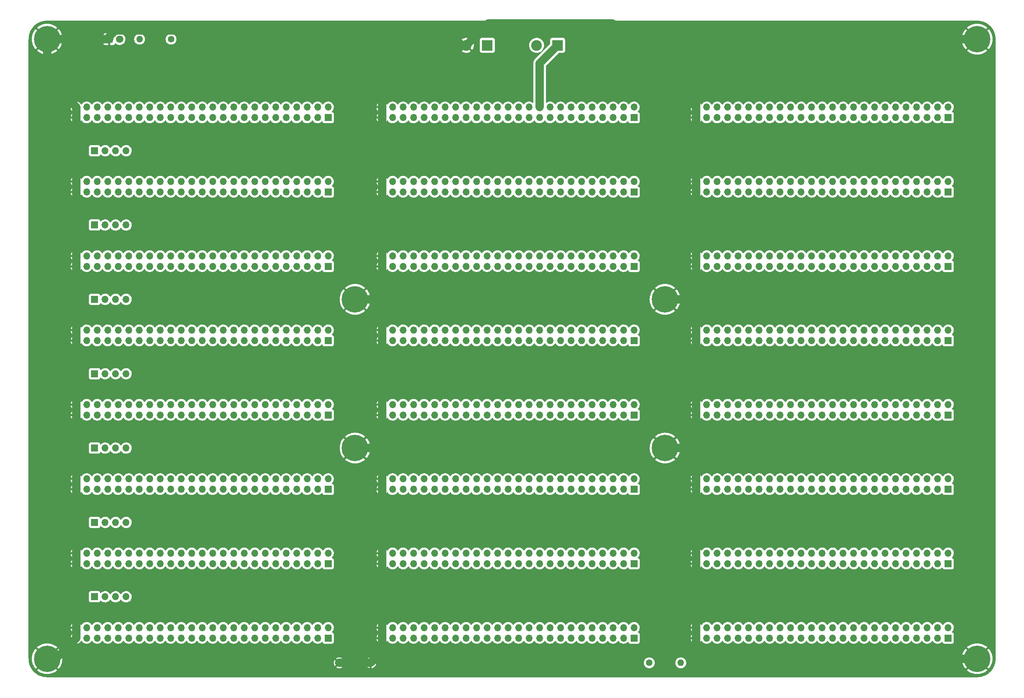
<source format=gbr>
%TF.GenerationSoftware,KiCad,Pcbnew,(6.0.11)*%
%TF.CreationDate,2023-08-30T13:08:57-04:00*%
%TF.ProjectId,backplane.8-slot,6261636b-706c-4616-9e65-2e382d736c6f,rev?*%
%TF.SameCoordinates,Original*%
%TF.FileFunction,Copper,L1,Top*%
%TF.FilePolarity,Positive*%
%FSLAX46Y46*%
G04 Gerber Fmt 4.6, Leading zero omitted, Abs format (unit mm)*
G04 Created by KiCad (PCBNEW (6.0.11)) date 2023-08-30 13:08:57*
%MOMM*%
%LPD*%
G01*
G04 APERTURE LIST*
%TA.AperFunction,ComponentPad*%
%ADD10R,1.700000X1.700000*%
%TD*%
%TA.AperFunction,ComponentPad*%
%ADD11O,1.700000X1.700000*%
%TD*%
%TA.AperFunction,ComponentPad*%
%ADD12C,6.400000*%
%TD*%
%TA.AperFunction,ComponentPad*%
%ADD13R,1.800000X1.800000*%
%TD*%
%TA.AperFunction,ComponentPad*%
%ADD14C,1.800000*%
%TD*%
%TA.AperFunction,ComponentPad*%
%ADD15C,1.600000*%
%TD*%
%TA.AperFunction,ComponentPad*%
%ADD16O,1.600000X1.600000*%
%TD*%
%TA.AperFunction,ComponentPad*%
%ADD17R,2.600000X2.600000*%
%TD*%
%TA.AperFunction,ComponentPad*%
%ADD18C,2.600000*%
%TD*%
%TA.AperFunction,Conductor*%
%ADD19C,2.000000*%
%TD*%
G04 APERTURE END LIST*
D10*
%TO.P,J1,1,Pin_1*%
%TO.N,VCC*%
X108000000Y-220000000D03*
D11*
%TO.P,J1,2,Pin_2*%
X108000000Y-217460000D03*
%TO.P,J1,3,Pin_3*%
%TO.N,/~{RD}*%
X105460000Y-220000000D03*
%TO.P,J1,4,Pin_4*%
%TO.N,/E*%
X105460000Y-217460000D03*
%TO.P,J1,5,Pin_5*%
%TO.N,/~{WR}*%
X102920000Y-220000000D03*
%TO.P,J1,6,Pin_6*%
%TO.N,/ST*%
X102920000Y-217460000D03*
%TO.P,J1,7,Pin_7*%
%TO.N,/~{IORQ}*%
X100380000Y-220000000D03*
%TO.P,J1,8,Pin_8*%
%TO.N,/PHI*%
X100380000Y-217460000D03*
%TO.P,J1,9,Pin_9*%
%TO.N,/~{MREQ}*%
X97840000Y-220000000D03*
%TO.P,J1,10,Pin_10*%
%TO.N,/~{INT2}*%
X97840000Y-217460000D03*
%TO.P,J1,11,Pin_11*%
%TO.N,/~{M1}*%
X95300000Y-220000000D03*
%TO.P,J1,12,Pin_12*%
%TO.N,/~{INT1}*%
X95300000Y-217460000D03*
%TO.P,J1,13,Pin_13*%
%TO.N,/~{BUSACK}*%
X92760000Y-220000000D03*
%TO.P,J1,14,Pin_14*%
%TO.N,/CRUCLK*%
X92760000Y-217460000D03*
%TO.P,J1,15,Pin_15*%
%TO.N,/CLK*%
X90220000Y-220000000D03*
%TO.P,J1,16,Pin_16*%
%TO.N,/CRUOUT*%
X90220000Y-217460000D03*
%TO.P,J1,17,Pin_17*%
%TO.N,/~{INT0}*%
X87680000Y-220000000D03*
%TO.P,J1,18,Pin_18*%
%TO.N,/CRUIN*%
X87680000Y-217460000D03*
%TO.P,J1,19,Pin_19*%
%TO.N,/~{NMI}*%
X85140000Y-220000000D03*
%TO.P,J1,20,Pin_20*%
%TO.N,/~{RES_IN}*%
X85140000Y-217460000D03*
%TO.P,J1,21,Pin_21*%
%TO.N,/~{RES_OUT}*%
X82600000Y-220000000D03*
%TO.P,J1,22,Pin_22*%
%TO.N,/USER8*%
X82600000Y-217460000D03*
%TO.P,J1,23,Pin_23*%
%TO.N,/~{BUSRQ}*%
X80060000Y-220000000D03*
%TO.P,J1,24,Pin_24*%
%TO.N,/USER7*%
X80060000Y-217460000D03*
%TO.P,J1,25,Pin_25*%
%TO.N,/~{WAIT}*%
X77520000Y-220000000D03*
%TO.P,J1,26,Pin_26*%
%TO.N,/USER6*%
X77520000Y-217460000D03*
%TO.P,J1,27,Pin_27*%
%TO.N,/~{HALT}*%
X74980000Y-220000000D03*
%TO.P,J1,28,Pin_28*%
%TO.N,/USER5*%
X74980000Y-217460000D03*
%TO.P,J1,29,Pin_29*%
%TO.N,/~{RFSH}*%
X72440000Y-220000000D03*
%TO.P,J1,30,Pin_30*%
%TO.N,/USER4*%
X72440000Y-217460000D03*
%TO.P,J1,31,Pin_31*%
%TO.N,/~{EIRQ7}*%
X69900000Y-220000000D03*
%TO.P,J1,32,Pin_32*%
%TO.N,/USER3*%
X69900000Y-217460000D03*
%TO.P,J1,33,Pin_33*%
%TO.N,/~{EIRQ6}*%
X67360000Y-220000000D03*
%TO.P,J1,34,Pin_34*%
%TO.N,/USER2*%
X67360000Y-217460000D03*
%TO.P,J1,35,Pin_35*%
%TO.N,/~{EIRQ5}*%
X64820000Y-220000000D03*
%TO.P,J1,36,Pin_36*%
%TO.N,/USER1*%
X64820000Y-217460000D03*
%TO.P,J1,37,Pin_37*%
%TO.N,/~{EIRQ4}*%
X62280000Y-220000000D03*
%TO.P,J1,38,Pin_38*%
%TO.N,/USER0*%
X62280000Y-217460000D03*
%TO.P,J1,39,Pin_39*%
%TO.N,/~{EIRQ3}*%
X59740000Y-220000000D03*
%TO.P,J1,40,Pin_40*%
%TO.N,/~{BAI-1}*%
X59740000Y-217460000D03*
%TO.P,J1,41,Pin_41*%
%TO.N,/~{EIRQ2}*%
X57200000Y-220000000D03*
%TO.P,J1,42,Pin_42*%
%TO.N,/~{BAO-1}*%
X57200000Y-217460000D03*
%TO.P,J1,43,Pin_43*%
%TO.N,/~{EIRQ1}*%
X54660000Y-220000000D03*
%TO.P,J1,44,Pin_44*%
%TO.N,/~{IEI-1}*%
X54660000Y-217460000D03*
%TO.P,J1,45,Pin_45*%
%TO.N,/~{EIRQ0}*%
X52120000Y-220000000D03*
%TO.P,J1,46,Pin_46*%
%TO.N,/~{IEO-1}*%
X52120000Y-217460000D03*
%TO.P,J1,47,Pin_47*%
%TO.N,/I2C_SCL*%
X49580000Y-220000000D03*
%TO.P,J1,48,Pin_48*%
%TO.N,/I2C_SDA*%
X49580000Y-217460000D03*
%TO.P,J1,49,Pin_49*%
%TO.N,GND*%
X47040000Y-220000000D03*
%TO.P,J1,50,Pin_50*%
X47040000Y-217460000D03*
%TD*%
D10*
%TO.P,J3,1,Pin_1*%
%TO.N,VCC*%
X258000000Y-220000000D03*
D11*
%TO.P,J3,2,Pin_2*%
X258000000Y-217460000D03*
%TO.P,J3,3,Pin_3*%
%TO.N,/D15*%
X255460000Y-220000000D03*
%TO.P,J3,4,Pin_4*%
%TO.N,/D31*%
X255460000Y-217460000D03*
%TO.P,J3,5,Pin_5*%
%TO.N,/D14*%
X252920000Y-220000000D03*
%TO.P,J3,6,Pin_6*%
%TO.N,/D30*%
X252920000Y-217460000D03*
%TO.P,J3,7,Pin_7*%
%TO.N,/D13*%
X250380000Y-220000000D03*
%TO.P,J3,8,Pin_8*%
%TO.N,/D29*%
X250380000Y-217460000D03*
%TO.P,J3,9,Pin_9*%
%TO.N,/D12*%
X247840000Y-220000000D03*
%TO.P,J3,10,Pin_10*%
%TO.N,/D28*%
X247840000Y-217460000D03*
%TO.P,J3,11,Pin_11*%
%TO.N,/D11*%
X245300000Y-220000000D03*
%TO.P,J3,12,Pin_12*%
%TO.N,/D27*%
X245300000Y-217460000D03*
%TO.P,J3,13,Pin_13*%
%TO.N,/D10*%
X242760000Y-220000000D03*
%TO.P,J3,14,Pin_14*%
%TO.N,/D26*%
X242760000Y-217460000D03*
%TO.P,J3,15,Pin_15*%
%TO.N,/D9*%
X240220000Y-220000000D03*
%TO.P,J3,16,Pin_16*%
%TO.N,/D25*%
X240220000Y-217460000D03*
%TO.P,J3,17,Pin_17*%
%TO.N,/D8*%
X237680000Y-220000000D03*
%TO.P,J3,18,Pin_18*%
%TO.N,/D24*%
X237680000Y-217460000D03*
%TO.P,J3,19,Pin_19*%
%TO.N,/D7*%
X235140000Y-220000000D03*
%TO.P,J3,20,Pin_20*%
%TO.N,/D23*%
X235140000Y-217460000D03*
%TO.P,J3,21,Pin_21*%
%TO.N,/D6*%
X232600000Y-220000000D03*
%TO.P,J3,22,Pin_22*%
%TO.N,/D22*%
X232600000Y-217460000D03*
%TO.P,J3,23,Pin_23*%
%TO.N,/D5*%
X230060000Y-220000000D03*
%TO.P,J3,24,Pin_24*%
%TO.N,/D21*%
X230060000Y-217460000D03*
%TO.P,J3,25,Pin_25*%
%TO.N,/D4*%
X227520000Y-220000000D03*
%TO.P,J3,26,Pin_26*%
%TO.N,/D20*%
X227520000Y-217460000D03*
%TO.P,J3,27,Pin_27*%
%TO.N,/D3*%
X224980000Y-220000000D03*
%TO.P,J3,28,Pin_28*%
%TO.N,/D19*%
X224980000Y-217460000D03*
%TO.P,J3,29,Pin_29*%
%TO.N,/D2*%
X222440000Y-220000000D03*
%TO.P,J3,30,Pin_30*%
%TO.N,/D18*%
X222440000Y-217460000D03*
%TO.P,J3,31,Pin_31*%
%TO.N,/D1*%
X219900000Y-220000000D03*
%TO.P,J3,32,Pin_32*%
%TO.N,/D17*%
X219900000Y-217460000D03*
%TO.P,J3,33,Pin_33*%
%TO.N,/D0*%
X217360000Y-220000000D03*
%TO.P,J3,34,Pin_34*%
%TO.N,/D16*%
X217360000Y-217460000D03*
%TO.P,J3,35,Pin_35*%
%TO.N,/~{BUSERR}*%
X214820000Y-220000000D03*
%TO.P,J3,36,Pin_36*%
%TO.N,/UDS*%
X214820000Y-217460000D03*
%TO.P,J3,37,Pin_37*%
%TO.N,/~{VPA}*%
X212280000Y-220000000D03*
%TO.P,J3,38,Pin_38*%
%TO.N,/LDS*%
X212280000Y-217460000D03*
%TO.P,J3,39,Pin_39*%
%TO.N,/~{VMA}*%
X209740000Y-220000000D03*
%TO.P,J3,40,Pin_40*%
%TO.N,/S2*%
X209740000Y-217460000D03*
%TO.P,J3,41,Pin_41*%
%TO.N,/~{BHE}*%
X207200000Y-220000000D03*
%TO.P,J3,42,Pin_42*%
%TO.N,/S1*%
X207200000Y-217460000D03*
%TO.P,J3,43,Pin_43*%
%TO.N,/IPL2*%
X204660000Y-220000000D03*
%TO.P,J3,44,Pin_44*%
%TO.N,/S0*%
X204660000Y-217460000D03*
%TO.P,J3,45,Pin_45*%
%TO.N,/IPL1*%
X202120000Y-220000000D03*
%TO.P,J3,46,Pin_46*%
%TO.N,/AUXCLK3*%
X202120000Y-217460000D03*
%TO.P,J3,47,Pin_47*%
%TO.N,/IPL0*%
X199580000Y-220000000D03*
%TO.P,J3,48,Pin_48*%
%TO.N,/AUXCLK2*%
X199580000Y-217460000D03*
%TO.P,J3,49,Pin_49*%
%TO.N,GND*%
X197040000Y-220000000D03*
%TO.P,J3,50,Pin_50*%
X197040000Y-217460000D03*
%TD*%
D10*
%TO.P,J2,1,Pin_1*%
%TO.N,VCC*%
X182000000Y-220000000D03*
D11*
%TO.P,J2,2,Pin_2*%
X182000000Y-217460000D03*
%TO.P,J2,3,Pin_3*%
%TO.N,/A15*%
X179460000Y-220000000D03*
%TO.P,J2,4,Pin_4*%
%TO.N,/A31*%
X179460000Y-217460000D03*
%TO.P,J2,5,Pin_5*%
%TO.N,/A14*%
X176920000Y-220000000D03*
%TO.P,J2,6,Pin_6*%
%TO.N,/A30*%
X176920000Y-217460000D03*
%TO.P,J2,7,Pin_7*%
%TO.N,/A13*%
X174380000Y-220000000D03*
%TO.P,J2,8,Pin_8*%
%TO.N,/A29*%
X174380000Y-217460000D03*
%TO.P,J2,9,Pin_9*%
%TO.N,/A12*%
X171840000Y-220000000D03*
%TO.P,J2,10,Pin_10*%
%TO.N,/A28*%
X171840000Y-217460000D03*
%TO.P,J2,11,Pin_11*%
%TO.N,/A11*%
X169300000Y-220000000D03*
%TO.P,J2,12,Pin_12*%
%TO.N,/A27*%
X169300000Y-217460000D03*
%TO.P,J2,13,Pin_13*%
%TO.N,/A10*%
X166760000Y-220000000D03*
%TO.P,J2,14,Pin_14*%
%TO.N,/A26*%
X166760000Y-217460000D03*
%TO.P,J2,15,Pin_15*%
%TO.N,/A9*%
X164220000Y-220000000D03*
%TO.P,J2,16,Pin_16*%
%TO.N,/A25*%
X164220000Y-217460000D03*
%TO.P,J2,17,Pin_17*%
%TO.N,/A8*%
X161680000Y-220000000D03*
%TO.P,J2,18,Pin_18*%
%TO.N,/A24*%
X161680000Y-217460000D03*
%TO.P,J2,19,Pin_19*%
%TO.N,/+12V*%
X159140000Y-220000000D03*
%TO.P,J2,20,Pin_20*%
X159140000Y-217460000D03*
%TO.P,J2,21,Pin_21*%
%TO.N,/A7*%
X156600000Y-220000000D03*
%TO.P,J2,22,Pin_22*%
%TO.N,/A23*%
X156600000Y-217460000D03*
%TO.P,J2,23,Pin_23*%
%TO.N,/A6*%
X154060000Y-220000000D03*
%TO.P,J2,24,Pin_24*%
%TO.N,/A22*%
X154060000Y-217460000D03*
%TO.P,J2,25,Pin_25*%
%TO.N,/A5*%
X151520000Y-220000000D03*
%TO.P,J2,26,Pin_26*%
%TO.N,/A21*%
X151520000Y-217460000D03*
%TO.P,J2,27,Pin_27*%
%TO.N,/A4*%
X148980000Y-220000000D03*
%TO.P,J2,28,Pin_28*%
%TO.N,/A20*%
X148980000Y-217460000D03*
%TO.P,J2,29,Pin_29*%
%TO.N,/A3*%
X146440000Y-220000000D03*
%TO.P,J2,30,Pin_30*%
%TO.N,/A19*%
X146440000Y-217460000D03*
%TO.P,J2,31,Pin_31*%
%TO.N,/A2*%
X143900000Y-220000000D03*
%TO.P,J2,32,Pin_32*%
%TO.N,/A18*%
X143900000Y-217460000D03*
%TO.P,J2,33,Pin_33*%
%TO.N,/A1*%
X141360000Y-220000000D03*
%TO.P,J2,34,Pin_34*%
%TO.N,/A17*%
X141360000Y-217460000D03*
%TO.P,J2,35,Pin_35*%
%TO.N,/A0*%
X138820000Y-220000000D03*
%TO.P,J2,36,Pin_36*%
%TO.N,/A16*%
X138820000Y-217460000D03*
%TO.P,J2,37,Pin_37*%
%TO.N,/-12V*%
X136280000Y-220000000D03*
%TO.P,J2,38,Pin_38*%
X136280000Y-217460000D03*
%TO.P,J2,39,Pin_39*%
%TO.N,/IC3*%
X133740000Y-220000000D03*
%TO.P,J2,40,Pin_40*%
%TO.N,/~{TEND1}*%
X133740000Y-217460000D03*
%TO.P,J2,41,Pin_41*%
%TO.N,/IC2*%
X131200000Y-220000000D03*
%TO.P,J2,42,Pin_42*%
%TO.N,/~{DREQ1}*%
X131200000Y-217460000D03*
%TO.P,J2,43,Pin_43*%
%TO.N,/IC1*%
X128660000Y-220000000D03*
%TO.P,J2,44,Pin_44*%
%TO.N,/~{TEND0}*%
X128660000Y-217460000D03*
%TO.P,J2,45,Pin_45*%
%TO.N,/IC0*%
X126120000Y-220000000D03*
%TO.P,J2,46,Pin_46*%
%TO.N,/~{DREQ0}*%
X126120000Y-217460000D03*
%TO.P,J2,47,Pin_47*%
%TO.N,/AUXCLK1*%
X123580000Y-220000000D03*
%TO.P,J2,48,Pin_48*%
%TO.N,/AUXCLK0*%
X123580000Y-217460000D03*
%TO.P,J2,49,Pin_49*%
%TO.N,GND*%
X121040000Y-220000000D03*
%TO.P,J2,50,Pin_50*%
X121040000Y-217460000D03*
%TD*%
D12*
%TO.P,H1,1,1*%
%TO.N,GND*%
X40000000Y-75000000D03*
%TD*%
%TO.P,H2,1,1*%
%TO.N,GND*%
X265000000Y-75000000D03*
%TD*%
D10*
%TO.P,J4,1,Pin_1*%
%TO.N,VCC*%
X108000000Y-202000000D03*
D11*
%TO.P,J4,2,Pin_2*%
X108000000Y-199460000D03*
%TO.P,J4,3,Pin_3*%
%TO.N,/~{RD}*%
X105460000Y-202000000D03*
%TO.P,J4,4,Pin_4*%
%TO.N,/E*%
X105460000Y-199460000D03*
%TO.P,J4,5,Pin_5*%
%TO.N,/~{WR}*%
X102920000Y-202000000D03*
%TO.P,J4,6,Pin_6*%
%TO.N,/ST*%
X102920000Y-199460000D03*
%TO.P,J4,7,Pin_7*%
%TO.N,/~{IORQ}*%
X100380000Y-202000000D03*
%TO.P,J4,8,Pin_8*%
%TO.N,/PHI*%
X100380000Y-199460000D03*
%TO.P,J4,9,Pin_9*%
%TO.N,/~{MREQ}*%
X97840000Y-202000000D03*
%TO.P,J4,10,Pin_10*%
%TO.N,/~{INT2}*%
X97840000Y-199460000D03*
%TO.P,J4,11,Pin_11*%
%TO.N,/~{M1}*%
X95300000Y-202000000D03*
%TO.P,J4,12,Pin_12*%
%TO.N,/~{INT1}*%
X95300000Y-199460000D03*
%TO.P,J4,13,Pin_13*%
%TO.N,/~{BUSACK}*%
X92760000Y-202000000D03*
%TO.P,J4,14,Pin_14*%
%TO.N,/CRUCLK*%
X92760000Y-199460000D03*
%TO.P,J4,15,Pin_15*%
%TO.N,/CLK*%
X90220000Y-202000000D03*
%TO.P,J4,16,Pin_16*%
%TO.N,/CRUOUT*%
X90220000Y-199460000D03*
%TO.P,J4,17,Pin_17*%
%TO.N,/~{INT0}*%
X87680000Y-202000000D03*
%TO.P,J4,18,Pin_18*%
%TO.N,/CRUIN*%
X87680000Y-199460000D03*
%TO.P,J4,19,Pin_19*%
%TO.N,/~{NMI}*%
X85140000Y-202000000D03*
%TO.P,J4,20,Pin_20*%
%TO.N,/~{RES_IN}*%
X85140000Y-199460000D03*
%TO.P,J4,21,Pin_21*%
%TO.N,/~{RES_OUT}*%
X82600000Y-202000000D03*
%TO.P,J4,22,Pin_22*%
%TO.N,/USER8*%
X82600000Y-199460000D03*
%TO.P,J4,23,Pin_23*%
%TO.N,/~{BUSRQ}*%
X80060000Y-202000000D03*
%TO.P,J4,24,Pin_24*%
%TO.N,/USER7*%
X80060000Y-199460000D03*
%TO.P,J4,25,Pin_25*%
%TO.N,/~{WAIT}*%
X77520000Y-202000000D03*
%TO.P,J4,26,Pin_26*%
%TO.N,/USER6*%
X77520000Y-199460000D03*
%TO.P,J4,27,Pin_27*%
%TO.N,/~{HALT}*%
X74980000Y-202000000D03*
%TO.P,J4,28,Pin_28*%
%TO.N,/USER5*%
X74980000Y-199460000D03*
%TO.P,J4,29,Pin_29*%
%TO.N,/~{RFSH}*%
X72440000Y-202000000D03*
%TO.P,J4,30,Pin_30*%
%TO.N,/USER4*%
X72440000Y-199460000D03*
%TO.P,J4,31,Pin_31*%
%TO.N,/~{EIRQ7}*%
X69900000Y-202000000D03*
%TO.P,J4,32,Pin_32*%
%TO.N,/USER3*%
X69900000Y-199460000D03*
%TO.P,J4,33,Pin_33*%
%TO.N,/~{EIRQ6}*%
X67360000Y-202000000D03*
%TO.P,J4,34,Pin_34*%
%TO.N,/USER2*%
X67360000Y-199460000D03*
%TO.P,J4,35,Pin_35*%
%TO.N,/~{EIRQ5}*%
X64820000Y-202000000D03*
%TO.P,J4,36,Pin_36*%
%TO.N,/USER1*%
X64820000Y-199460000D03*
%TO.P,J4,37,Pin_37*%
%TO.N,/~{EIRQ4}*%
X62280000Y-202000000D03*
%TO.P,J4,38,Pin_38*%
%TO.N,/USER0*%
X62280000Y-199460000D03*
%TO.P,J4,39,Pin_39*%
%TO.N,/~{EIRQ3}*%
X59740000Y-202000000D03*
%TO.P,J4,40,Pin_40*%
%TO.N,/~{BAI-2}*%
X59740000Y-199460000D03*
%TO.P,J4,41,Pin_41*%
%TO.N,/~{EIRQ2}*%
X57200000Y-202000000D03*
%TO.P,J4,42,Pin_42*%
%TO.N,/~{BAO-2}*%
X57200000Y-199460000D03*
%TO.P,J4,43,Pin_43*%
%TO.N,/~{EIRQ1}*%
X54660000Y-202000000D03*
%TO.P,J4,44,Pin_44*%
%TO.N,/~{IEI-2}*%
X54660000Y-199460000D03*
%TO.P,J4,45,Pin_45*%
%TO.N,/~{EIRQ0}*%
X52120000Y-202000000D03*
%TO.P,J4,46,Pin_46*%
%TO.N,/~{IEO-2}*%
X52120000Y-199460000D03*
%TO.P,J4,47,Pin_47*%
%TO.N,/I2C_SCL*%
X49580000Y-202000000D03*
%TO.P,J4,48,Pin_48*%
%TO.N,/I2C_SDA*%
X49580000Y-199460000D03*
%TO.P,J4,49,Pin_49*%
%TO.N,GND*%
X47040000Y-202000000D03*
%TO.P,J4,50,Pin_50*%
X47040000Y-199460000D03*
%TD*%
D10*
%TO.P,J5,1,Pin_1*%
%TO.N,VCC*%
X182000000Y-202000000D03*
D11*
%TO.P,J5,2,Pin_2*%
X182000000Y-199460000D03*
%TO.P,J5,3,Pin_3*%
%TO.N,/A15*%
X179460000Y-202000000D03*
%TO.P,J5,4,Pin_4*%
%TO.N,/A31*%
X179460000Y-199460000D03*
%TO.P,J5,5,Pin_5*%
%TO.N,/A14*%
X176920000Y-202000000D03*
%TO.P,J5,6,Pin_6*%
%TO.N,/A30*%
X176920000Y-199460000D03*
%TO.P,J5,7,Pin_7*%
%TO.N,/A13*%
X174380000Y-202000000D03*
%TO.P,J5,8,Pin_8*%
%TO.N,/A29*%
X174380000Y-199460000D03*
%TO.P,J5,9,Pin_9*%
%TO.N,/A12*%
X171840000Y-202000000D03*
%TO.P,J5,10,Pin_10*%
%TO.N,/A28*%
X171840000Y-199460000D03*
%TO.P,J5,11,Pin_11*%
%TO.N,/A11*%
X169300000Y-202000000D03*
%TO.P,J5,12,Pin_12*%
%TO.N,/A27*%
X169300000Y-199460000D03*
%TO.P,J5,13,Pin_13*%
%TO.N,/A10*%
X166760000Y-202000000D03*
%TO.P,J5,14,Pin_14*%
%TO.N,/A26*%
X166760000Y-199460000D03*
%TO.P,J5,15,Pin_15*%
%TO.N,/A9*%
X164220000Y-202000000D03*
%TO.P,J5,16,Pin_16*%
%TO.N,/A25*%
X164220000Y-199460000D03*
%TO.P,J5,17,Pin_17*%
%TO.N,/A8*%
X161680000Y-202000000D03*
%TO.P,J5,18,Pin_18*%
%TO.N,/A24*%
X161680000Y-199460000D03*
%TO.P,J5,19,Pin_19*%
%TO.N,/+12V*%
X159140000Y-202000000D03*
%TO.P,J5,20,Pin_20*%
X159140000Y-199460000D03*
%TO.P,J5,21,Pin_21*%
%TO.N,/A7*%
X156600000Y-202000000D03*
%TO.P,J5,22,Pin_22*%
%TO.N,/A23*%
X156600000Y-199460000D03*
%TO.P,J5,23,Pin_23*%
%TO.N,/A6*%
X154060000Y-202000000D03*
%TO.P,J5,24,Pin_24*%
%TO.N,/A22*%
X154060000Y-199460000D03*
%TO.P,J5,25,Pin_25*%
%TO.N,/A5*%
X151520000Y-202000000D03*
%TO.P,J5,26,Pin_26*%
%TO.N,/A21*%
X151520000Y-199460000D03*
%TO.P,J5,27,Pin_27*%
%TO.N,/A4*%
X148980000Y-202000000D03*
%TO.P,J5,28,Pin_28*%
%TO.N,/A20*%
X148980000Y-199460000D03*
%TO.P,J5,29,Pin_29*%
%TO.N,/A3*%
X146440000Y-202000000D03*
%TO.P,J5,30,Pin_30*%
%TO.N,/A19*%
X146440000Y-199460000D03*
%TO.P,J5,31,Pin_31*%
%TO.N,/A2*%
X143900000Y-202000000D03*
%TO.P,J5,32,Pin_32*%
%TO.N,/A18*%
X143900000Y-199460000D03*
%TO.P,J5,33,Pin_33*%
%TO.N,/A1*%
X141360000Y-202000000D03*
%TO.P,J5,34,Pin_34*%
%TO.N,/A17*%
X141360000Y-199460000D03*
%TO.P,J5,35,Pin_35*%
%TO.N,/A0*%
X138820000Y-202000000D03*
%TO.P,J5,36,Pin_36*%
%TO.N,/A16*%
X138820000Y-199460000D03*
%TO.P,J5,37,Pin_37*%
%TO.N,/-12V*%
X136280000Y-202000000D03*
%TO.P,J5,38,Pin_38*%
X136280000Y-199460000D03*
%TO.P,J5,39,Pin_39*%
%TO.N,/IC3*%
X133740000Y-202000000D03*
%TO.P,J5,40,Pin_40*%
%TO.N,/~{TEND1}*%
X133740000Y-199460000D03*
%TO.P,J5,41,Pin_41*%
%TO.N,/IC2*%
X131200000Y-202000000D03*
%TO.P,J5,42,Pin_42*%
%TO.N,/~{DREQ1}*%
X131200000Y-199460000D03*
%TO.P,J5,43,Pin_43*%
%TO.N,/IC1*%
X128660000Y-202000000D03*
%TO.P,J5,44,Pin_44*%
%TO.N,/~{TEND0}*%
X128660000Y-199460000D03*
%TO.P,J5,45,Pin_45*%
%TO.N,/IC0*%
X126120000Y-202000000D03*
%TO.P,J5,46,Pin_46*%
%TO.N,/~{DREQ0}*%
X126120000Y-199460000D03*
%TO.P,J5,47,Pin_47*%
%TO.N,/AUXCLK1*%
X123580000Y-202000000D03*
%TO.P,J5,48,Pin_48*%
%TO.N,/AUXCLK0*%
X123580000Y-199460000D03*
%TO.P,J5,49,Pin_49*%
%TO.N,GND*%
X121040000Y-202000000D03*
%TO.P,J5,50,Pin_50*%
X121040000Y-199460000D03*
%TD*%
D10*
%TO.P,J6,1,Pin_1*%
%TO.N,VCC*%
X258000000Y-202000000D03*
D11*
%TO.P,J6,2,Pin_2*%
X258000000Y-199460000D03*
%TO.P,J6,3,Pin_3*%
%TO.N,/D15*%
X255460000Y-202000000D03*
%TO.P,J6,4,Pin_4*%
%TO.N,/D31*%
X255460000Y-199460000D03*
%TO.P,J6,5,Pin_5*%
%TO.N,/D14*%
X252920000Y-202000000D03*
%TO.P,J6,6,Pin_6*%
%TO.N,/D30*%
X252920000Y-199460000D03*
%TO.P,J6,7,Pin_7*%
%TO.N,/D13*%
X250380000Y-202000000D03*
%TO.P,J6,8,Pin_8*%
%TO.N,/D29*%
X250380000Y-199460000D03*
%TO.P,J6,9,Pin_9*%
%TO.N,/D12*%
X247840000Y-202000000D03*
%TO.P,J6,10,Pin_10*%
%TO.N,/D28*%
X247840000Y-199460000D03*
%TO.P,J6,11,Pin_11*%
%TO.N,/D11*%
X245300000Y-202000000D03*
%TO.P,J6,12,Pin_12*%
%TO.N,/D27*%
X245300000Y-199460000D03*
%TO.P,J6,13,Pin_13*%
%TO.N,/D10*%
X242760000Y-202000000D03*
%TO.P,J6,14,Pin_14*%
%TO.N,/D26*%
X242760000Y-199460000D03*
%TO.P,J6,15,Pin_15*%
%TO.N,/D9*%
X240220000Y-202000000D03*
%TO.P,J6,16,Pin_16*%
%TO.N,/D25*%
X240220000Y-199460000D03*
%TO.P,J6,17,Pin_17*%
%TO.N,/D8*%
X237680000Y-202000000D03*
%TO.P,J6,18,Pin_18*%
%TO.N,/D24*%
X237680000Y-199460000D03*
%TO.P,J6,19,Pin_19*%
%TO.N,/D7*%
X235140000Y-202000000D03*
%TO.P,J6,20,Pin_20*%
%TO.N,/D23*%
X235140000Y-199460000D03*
%TO.P,J6,21,Pin_21*%
%TO.N,/D6*%
X232600000Y-202000000D03*
%TO.P,J6,22,Pin_22*%
%TO.N,/D22*%
X232600000Y-199460000D03*
%TO.P,J6,23,Pin_23*%
%TO.N,/D5*%
X230060000Y-202000000D03*
%TO.P,J6,24,Pin_24*%
%TO.N,/D21*%
X230060000Y-199460000D03*
%TO.P,J6,25,Pin_25*%
%TO.N,/D4*%
X227520000Y-202000000D03*
%TO.P,J6,26,Pin_26*%
%TO.N,/D20*%
X227520000Y-199460000D03*
%TO.P,J6,27,Pin_27*%
%TO.N,/D3*%
X224980000Y-202000000D03*
%TO.P,J6,28,Pin_28*%
%TO.N,/D19*%
X224980000Y-199460000D03*
%TO.P,J6,29,Pin_29*%
%TO.N,/D2*%
X222440000Y-202000000D03*
%TO.P,J6,30,Pin_30*%
%TO.N,/D18*%
X222440000Y-199460000D03*
%TO.P,J6,31,Pin_31*%
%TO.N,/D1*%
X219900000Y-202000000D03*
%TO.P,J6,32,Pin_32*%
%TO.N,/D17*%
X219900000Y-199460000D03*
%TO.P,J6,33,Pin_33*%
%TO.N,/D0*%
X217360000Y-202000000D03*
%TO.P,J6,34,Pin_34*%
%TO.N,/D16*%
X217360000Y-199460000D03*
%TO.P,J6,35,Pin_35*%
%TO.N,/~{BUSERR}*%
X214820000Y-202000000D03*
%TO.P,J6,36,Pin_36*%
%TO.N,/UDS*%
X214820000Y-199460000D03*
%TO.P,J6,37,Pin_37*%
%TO.N,/~{VPA}*%
X212280000Y-202000000D03*
%TO.P,J6,38,Pin_38*%
%TO.N,/LDS*%
X212280000Y-199460000D03*
%TO.P,J6,39,Pin_39*%
%TO.N,/~{VMA}*%
X209740000Y-202000000D03*
%TO.P,J6,40,Pin_40*%
%TO.N,/S2*%
X209740000Y-199460000D03*
%TO.P,J6,41,Pin_41*%
%TO.N,/~{BHE}*%
X207200000Y-202000000D03*
%TO.P,J6,42,Pin_42*%
%TO.N,/S1*%
X207200000Y-199460000D03*
%TO.P,J6,43,Pin_43*%
%TO.N,/IPL2*%
X204660000Y-202000000D03*
%TO.P,J6,44,Pin_44*%
%TO.N,/S0*%
X204660000Y-199460000D03*
%TO.P,J6,45,Pin_45*%
%TO.N,/IPL1*%
X202120000Y-202000000D03*
%TO.P,J6,46,Pin_46*%
%TO.N,/AUXCLK3*%
X202120000Y-199460000D03*
%TO.P,J6,47,Pin_47*%
%TO.N,/IPL0*%
X199580000Y-202000000D03*
%TO.P,J6,48,Pin_48*%
%TO.N,/AUXCLK2*%
X199580000Y-199460000D03*
%TO.P,J6,49,Pin_49*%
%TO.N,GND*%
X197040000Y-202000000D03*
%TO.P,J6,50,Pin_50*%
X197040000Y-199460000D03*
%TD*%
D10*
%TO.P,J7,1,Pin_1*%
%TO.N,VCC*%
X108000000Y-184000000D03*
D11*
%TO.P,J7,2,Pin_2*%
X108000000Y-181460000D03*
%TO.P,J7,3,Pin_3*%
%TO.N,/~{RD}*%
X105460000Y-184000000D03*
%TO.P,J7,4,Pin_4*%
%TO.N,/E*%
X105460000Y-181460000D03*
%TO.P,J7,5,Pin_5*%
%TO.N,/~{WR}*%
X102920000Y-184000000D03*
%TO.P,J7,6,Pin_6*%
%TO.N,/ST*%
X102920000Y-181460000D03*
%TO.P,J7,7,Pin_7*%
%TO.N,/~{IORQ}*%
X100380000Y-184000000D03*
%TO.P,J7,8,Pin_8*%
%TO.N,/PHI*%
X100380000Y-181460000D03*
%TO.P,J7,9,Pin_9*%
%TO.N,/~{MREQ}*%
X97840000Y-184000000D03*
%TO.P,J7,10,Pin_10*%
%TO.N,/~{INT2}*%
X97840000Y-181460000D03*
%TO.P,J7,11,Pin_11*%
%TO.N,/~{M1}*%
X95300000Y-184000000D03*
%TO.P,J7,12,Pin_12*%
%TO.N,/~{INT1}*%
X95300000Y-181460000D03*
%TO.P,J7,13,Pin_13*%
%TO.N,/~{BUSACK}*%
X92760000Y-184000000D03*
%TO.P,J7,14,Pin_14*%
%TO.N,/CRUCLK*%
X92760000Y-181460000D03*
%TO.P,J7,15,Pin_15*%
%TO.N,/CLK*%
X90220000Y-184000000D03*
%TO.P,J7,16,Pin_16*%
%TO.N,/CRUOUT*%
X90220000Y-181460000D03*
%TO.P,J7,17,Pin_17*%
%TO.N,/~{INT0}*%
X87680000Y-184000000D03*
%TO.P,J7,18,Pin_18*%
%TO.N,/CRUIN*%
X87680000Y-181460000D03*
%TO.P,J7,19,Pin_19*%
%TO.N,/~{NMI}*%
X85140000Y-184000000D03*
%TO.P,J7,20,Pin_20*%
%TO.N,/~{RES_IN}*%
X85140000Y-181460000D03*
%TO.P,J7,21,Pin_21*%
%TO.N,/~{RES_OUT}*%
X82600000Y-184000000D03*
%TO.P,J7,22,Pin_22*%
%TO.N,/USER8*%
X82600000Y-181460000D03*
%TO.P,J7,23,Pin_23*%
%TO.N,/~{BUSRQ}*%
X80060000Y-184000000D03*
%TO.P,J7,24,Pin_24*%
%TO.N,/USER7*%
X80060000Y-181460000D03*
%TO.P,J7,25,Pin_25*%
%TO.N,/~{WAIT}*%
X77520000Y-184000000D03*
%TO.P,J7,26,Pin_26*%
%TO.N,/USER6*%
X77520000Y-181460000D03*
%TO.P,J7,27,Pin_27*%
%TO.N,/~{HALT}*%
X74980000Y-184000000D03*
%TO.P,J7,28,Pin_28*%
%TO.N,/USER5*%
X74980000Y-181460000D03*
%TO.P,J7,29,Pin_29*%
%TO.N,/~{RFSH}*%
X72440000Y-184000000D03*
%TO.P,J7,30,Pin_30*%
%TO.N,/USER4*%
X72440000Y-181460000D03*
%TO.P,J7,31,Pin_31*%
%TO.N,/~{EIRQ7}*%
X69900000Y-184000000D03*
%TO.P,J7,32,Pin_32*%
%TO.N,/USER3*%
X69900000Y-181460000D03*
%TO.P,J7,33,Pin_33*%
%TO.N,/~{EIRQ6}*%
X67360000Y-184000000D03*
%TO.P,J7,34,Pin_34*%
%TO.N,/USER2*%
X67360000Y-181460000D03*
%TO.P,J7,35,Pin_35*%
%TO.N,/~{EIRQ5}*%
X64820000Y-184000000D03*
%TO.P,J7,36,Pin_36*%
%TO.N,/USER1*%
X64820000Y-181460000D03*
%TO.P,J7,37,Pin_37*%
%TO.N,/~{EIRQ4}*%
X62280000Y-184000000D03*
%TO.P,J7,38,Pin_38*%
%TO.N,/USER0*%
X62280000Y-181460000D03*
%TO.P,J7,39,Pin_39*%
%TO.N,/~{EIRQ3}*%
X59740000Y-184000000D03*
%TO.P,J7,40,Pin_40*%
%TO.N,/~{BAI-3}*%
X59740000Y-181460000D03*
%TO.P,J7,41,Pin_41*%
%TO.N,/~{EIRQ2}*%
X57200000Y-184000000D03*
%TO.P,J7,42,Pin_42*%
%TO.N,/~{BAO-3}*%
X57200000Y-181460000D03*
%TO.P,J7,43,Pin_43*%
%TO.N,/~{EIRQ1}*%
X54660000Y-184000000D03*
%TO.P,J7,44,Pin_44*%
%TO.N,/~{IEI-3}*%
X54660000Y-181460000D03*
%TO.P,J7,45,Pin_45*%
%TO.N,/~{EIRQ0}*%
X52120000Y-184000000D03*
%TO.P,J7,46,Pin_46*%
%TO.N,/~{IEO-3}*%
X52120000Y-181460000D03*
%TO.P,J7,47,Pin_47*%
%TO.N,/I2C_SCL*%
X49580000Y-184000000D03*
%TO.P,J7,48,Pin_48*%
%TO.N,/I2C_SDA*%
X49580000Y-181460000D03*
%TO.P,J7,49,Pin_49*%
%TO.N,GND*%
X47040000Y-184000000D03*
%TO.P,J7,50,Pin_50*%
X47040000Y-181460000D03*
%TD*%
D10*
%TO.P,J8,1,Pin_1*%
%TO.N,VCC*%
X182000000Y-184000000D03*
D11*
%TO.P,J8,2,Pin_2*%
X182000000Y-181460000D03*
%TO.P,J8,3,Pin_3*%
%TO.N,/A15*%
X179460000Y-184000000D03*
%TO.P,J8,4,Pin_4*%
%TO.N,/A31*%
X179460000Y-181460000D03*
%TO.P,J8,5,Pin_5*%
%TO.N,/A14*%
X176920000Y-184000000D03*
%TO.P,J8,6,Pin_6*%
%TO.N,/A30*%
X176920000Y-181460000D03*
%TO.P,J8,7,Pin_7*%
%TO.N,/A13*%
X174380000Y-184000000D03*
%TO.P,J8,8,Pin_8*%
%TO.N,/A29*%
X174380000Y-181460000D03*
%TO.P,J8,9,Pin_9*%
%TO.N,/A12*%
X171840000Y-184000000D03*
%TO.P,J8,10,Pin_10*%
%TO.N,/A28*%
X171840000Y-181460000D03*
%TO.P,J8,11,Pin_11*%
%TO.N,/A11*%
X169300000Y-184000000D03*
%TO.P,J8,12,Pin_12*%
%TO.N,/A27*%
X169300000Y-181460000D03*
%TO.P,J8,13,Pin_13*%
%TO.N,/A10*%
X166760000Y-184000000D03*
%TO.P,J8,14,Pin_14*%
%TO.N,/A26*%
X166760000Y-181460000D03*
%TO.P,J8,15,Pin_15*%
%TO.N,/A9*%
X164220000Y-184000000D03*
%TO.P,J8,16,Pin_16*%
%TO.N,/A25*%
X164220000Y-181460000D03*
%TO.P,J8,17,Pin_17*%
%TO.N,/A8*%
X161680000Y-184000000D03*
%TO.P,J8,18,Pin_18*%
%TO.N,/A24*%
X161680000Y-181460000D03*
%TO.P,J8,19,Pin_19*%
%TO.N,/+12V*%
X159140000Y-184000000D03*
%TO.P,J8,20,Pin_20*%
X159140000Y-181460000D03*
%TO.P,J8,21,Pin_21*%
%TO.N,/A7*%
X156600000Y-184000000D03*
%TO.P,J8,22,Pin_22*%
%TO.N,/A23*%
X156600000Y-181460000D03*
%TO.P,J8,23,Pin_23*%
%TO.N,/A6*%
X154060000Y-184000000D03*
%TO.P,J8,24,Pin_24*%
%TO.N,/A22*%
X154060000Y-181460000D03*
%TO.P,J8,25,Pin_25*%
%TO.N,/A5*%
X151520000Y-184000000D03*
%TO.P,J8,26,Pin_26*%
%TO.N,/A21*%
X151520000Y-181460000D03*
%TO.P,J8,27,Pin_27*%
%TO.N,/A4*%
X148980000Y-184000000D03*
%TO.P,J8,28,Pin_28*%
%TO.N,/A20*%
X148980000Y-181460000D03*
%TO.P,J8,29,Pin_29*%
%TO.N,/A3*%
X146440000Y-184000000D03*
%TO.P,J8,30,Pin_30*%
%TO.N,/A19*%
X146440000Y-181460000D03*
%TO.P,J8,31,Pin_31*%
%TO.N,/A2*%
X143900000Y-184000000D03*
%TO.P,J8,32,Pin_32*%
%TO.N,/A18*%
X143900000Y-181460000D03*
%TO.P,J8,33,Pin_33*%
%TO.N,/A1*%
X141360000Y-184000000D03*
%TO.P,J8,34,Pin_34*%
%TO.N,/A17*%
X141360000Y-181460000D03*
%TO.P,J8,35,Pin_35*%
%TO.N,/A0*%
X138820000Y-184000000D03*
%TO.P,J8,36,Pin_36*%
%TO.N,/A16*%
X138820000Y-181460000D03*
%TO.P,J8,37,Pin_37*%
%TO.N,/-12V*%
X136280000Y-184000000D03*
%TO.P,J8,38,Pin_38*%
X136280000Y-181460000D03*
%TO.P,J8,39,Pin_39*%
%TO.N,/IC3*%
X133740000Y-184000000D03*
%TO.P,J8,40,Pin_40*%
%TO.N,/~{TEND1}*%
X133740000Y-181460000D03*
%TO.P,J8,41,Pin_41*%
%TO.N,/IC2*%
X131200000Y-184000000D03*
%TO.P,J8,42,Pin_42*%
%TO.N,/~{DREQ1}*%
X131200000Y-181460000D03*
%TO.P,J8,43,Pin_43*%
%TO.N,/IC1*%
X128660000Y-184000000D03*
%TO.P,J8,44,Pin_44*%
%TO.N,/~{TEND0}*%
X128660000Y-181460000D03*
%TO.P,J8,45,Pin_45*%
%TO.N,/IC0*%
X126120000Y-184000000D03*
%TO.P,J8,46,Pin_46*%
%TO.N,/~{DREQ0}*%
X126120000Y-181460000D03*
%TO.P,J8,47,Pin_47*%
%TO.N,/AUXCLK1*%
X123580000Y-184000000D03*
%TO.P,J8,48,Pin_48*%
%TO.N,/AUXCLK0*%
X123580000Y-181460000D03*
%TO.P,J8,49,Pin_49*%
%TO.N,GND*%
X121040000Y-184000000D03*
%TO.P,J8,50,Pin_50*%
X121040000Y-181460000D03*
%TD*%
D10*
%TO.P,J9,1,Pin_1*%
%TO.N,VCC*%
X258000000Y-184000000D03*
D11*
%TO.P,J9,2,Pin_2*%
X258000000Y-181460000D03*
%TO.P,J9,3,Pin_3*%
%TO.N,/D15*%
X255460000Y-184000000D03*
%TO.P,J9,4,Pin_4*%
%TO.N,/D31*%
X255460000Y-181460000D03*
%TO.P,J9,5,Pin_5*%
%TO.N,/D14*%
X252920000Y-184000000D03*
%TO.P,J9,6,Pin_6*%
%TO.N,/D30*%
X252920000Y-181460000D03*
%TO.P,J9,7,Pin_7*%
%TO.N,/D13*%
X250380000Y-184000000D03*
%TO.P,J9,8,Pin_8*%
%TO.N,/D29*%
X250380000Y-181460000D03*
%TO.P,J9,9,Pin_9*%
%TO.N,/D12*%
X247840000Y-184000000D03*
%TO.P,J9,10,Pin_10*%
%TO.N,/D28*%
X247840000Y-181460000D03*
%TO.P,J9,11,Pin_11*%
%TO.N,/D11*%
X245300000Y-184000000D03*
%TO.P,J9,12,Pin_12*%
%TO.N,/D27*%
X245300000Y-181460000D03*
%TO.P,J9,13,Pin_13*%
%TO.N,/D10*%
X242760000Y-184000000D03*
%TO.P,J9,14,Pin_14*%
%TO.N,/D26*%
X242760000Y-181460000D03*
%TO.P,J9,15,Pin_15*%
%TO.N,/D9*%
X240220000Y-184000000D03*
%TO.P,J9,16,Pin_16*%
%TO.N,/D25*%
X240220000Y-181460000D03*
%TO.P,J9,17,Pin_17*%
%TO.N,/D8*%
X237680000Y-184000000D03*
%TO.P,J9,18,Pin_18*%
%TO.N,/D24*%
X237680000Y-181460000D03*
%TO.P,J9,19,Pin_19*%
%TO.N,/D7*%
X235140000Y-184000000D03*
%TO.P,J9,20,Pin_20*%
%TO.N,/D23*%
X235140000Y-181460000D03*
%TO.P,J9,21,Pin_21*%
%TO.N,/D6*%
X232600000Y-184000000D03*
%TO.P,J9,22,Pin_22*%
%TO.N,/D22*%
X232600000Y-181460000D03*
%TO.P,J9,23,Pin_23*%
%TO.N,/D5*%
X230060000Y-184000000D03*
%TO.P,J9,24,Pin_24*%
%TO.N,/D21*%
X230060000Y-181460000D03*
%TO.P,J9,25,Pin_25*%
%TO.N,/D4*%
X227520000Y-184000000D03*
%TO.P,J9,26,Pin_26*%
%TO.N,/D20*%
X227520000Y-181460000D03*
%TO.P,J9,27,Pin_27*%
%TO.N,/D3*%
X224980000Y-184000000D03*
%TO.P,J9,28,Pin_28*%
%TO.N,/D19*%
X224980000Y-181460000D03*
%TO.P,J9,29,Pin_29*%
%TO.N,/D2*%
X222440000Y-184000000D03*
%TO.P,J9,30,Pin_30*%
%TO.N,/D18*%
X222440000Y-181460000D03*
%TO.P,J9,31,Pin_31*%
%TO.N,/D1*%
X219900000Y-184000000D03*
%TO.P,J9,32,Pin_32*%
%TO.N,/D17*%
X219900000Y-181460000D03*
%TO.P,J9,33,Pin_33*%
%TO.N,/D0*%
X217360000Y-184000000D03*
%TO.P,J9,34,Pin_34*%
%TO.N,/D16*%
X217360000Y-181460000D03*
%TO.P,J9,35,Pin_35*%
%TO.N,/~{BUSERR}*%
X214820000Y-184000000D03*
%TO.P,J9,36,Pin_36*%
%TO.N,/UDS*%
X214820000Y-181460000D03*
%TO.P,J9,37,Pin_37*%
%TO.N,/~{VPA}*%
X212280000Y-184000000D03*
%TO.P,J9,38,Pin_38*%
%TO.N,/LDS*%
X212280000Y-181460000D03*
%TO.P,J9,39,Pin_39*%
%TO.N,/~{VMA}*%
X209740000Y-184000000D03*
%TO.P,J9,40,Pin_40*%
%TO.N,/S2*%
X209740000Y-181460000D03*
%TO.P,J9,41,Pin_41*%
%TO.N,/~{BHE}*%
X207200000Y-184000000D03*
%TO.P,J9,42,Pin_42*%
%TO.N,/S1*%
X207200000Y-181460000D03*
%TO.P,J9,43,Pin_43*%
%TO.N,/IPL2*%
X204660000Y-184000000D03*
%TO.P,J9,44,Pin_44*%
%TO.N,/S0*%
X204660000Y-181460000D03*
%TO.P,J9,45,Pin_45*%
%TO.N,/IPL1*%
X202120000Y-184000000D03*
%TO.P,J9,46,Pin_46*%
%TO.N,/AUXCLK3*%
X202120000Y-181460000D03*
%TO.P,J9,47,Pin_47*%
%TO.N,/IPL0*%
X199580000Y-184000000D03*
%TO.P,J9,48,Pin_48*%
%TO.N,/AUXCLK2*%
X199580000Y-181460000D03*
%TO.P,J9,49,Pin_49*%
%TO.N,GND*%
X197040000Y-184000000D03*
%TO.P,J9,50,Pin_50*%
X197040000Y-181460000D03*
%TD*%
D10*
%TO.P,J10,1,Pin_1*%
%TO.N,VCC*%
X108000000Y-166000000D03*
D11*
%TO.P,J10,2,Pin_2*%
X108000000Y-163460000D03*
%TO.P,J10,3,Pin_3*%
%TO.N,/~{RD}*%
X105460000Y-166000000D03*
%TO.P,J10,4,Pin_4*%
%TO.N,/E*%
X105460000Y-163460000D03*
%TO.P,J10,5,Pin_5*%
%TO.N,/~{WR}*%
X102920000Y-166000000D03*
%TO.P,J10,6,Pin_6*%
%TO.N,/ST*%
X102920000Y-163460000D03*
%TO.P,J10,7,Pin_7*%
%TO.N,/~{IORQ}*%
X100380000Y-166000000D03*
%TO.P,J10,8,Pin_8*%
%TO.N,/PHI*%
X100380000Y-163460000D03*
%TO.P,J10,9,Pin_9*%
%TO.N,/~{MREQ}*%
X97840000Y-166000000D03*
%TO.P,J10,10,Pin_10*%
%TO.N,/~{INT2}*%
X97840000Y-163460000D03*
%TO.P,J10,11,Pin_11*%
%TO.N,/~{M1}*%
X95300000Y-166000000D03*
%TO.P,J10,12,Pin_12*%
%TO.N,/~{INT1}*%
X95300000Y-163460000D03*
%TO.P,J10,13,Pin_13*%
%TO.N,/~{BUSACK}*%
X92760000Y-166000000D03*
%TO.P,J10,14,Pin_14*%
%TO.N,/CRUCLK*%
X92760000Y-163460000D03*
%TO.P,J10,15,Pin_15*%
%TO.N,/CLK*%
X90220000Y-166000000D03*
%TO.P,J10,16,Pin_16*%
%TO.N,/CRUOUT*%
X90220000Y-163460000D03*
%TO.P,J10,17,Pin_17*%
%TO.N,/~{INT0}*%
X87680000Y-166000000D03*
%TO.P,J10,18,Pin_18*%
%TO.N,/CRUIN*%
X87680000Y-163460000D03*
%TO.P,J10,19,Pin_19*%
%TO.N,/~{NMI}*%
X85140000Y-166000000D03*
%TO.P,J10,20,Pin_20*%
%TO.N,/~{RES_IN}*%
X85140000Y-163460000D03*
%TO.P,J10,21,Pin_21*%
%TO.N,/~{RES_OUT}*%
X82600000Y-166000000D03*
%TO.P,J10,22,Pin_22*%
%TO.N,/USER8*%
X82600000Y-163460000D03*
%TO.P,J10,23,Pin_23*%
%TO.N,/~{BUSRQ}*%
X80060000Y-166000000D03*
%TO.P,J10,24,Pin_24*%
%TO.N,/USER7*%
X80060000Y-163460000D03*
%TO.P,J10,25,Pin_25*%
%TO.N,/~{WAIT}*%
X77520000Y-166000000D03*
%TO.P,J10,26,Pin_26*%
%TO.N,/USER6*%
X77520000Y-163460000D03*
%TO.P,J10,27,Pin_27*%
%TO.N,/~{HALT}*%
X74980000Y-166000000D03*
%TO.P,J10,28,Pin_28*%
%TO.N,/USER5*%
X74980000Y-163460000D03*
%TO.P,J10,29,Pin_29*%
%TO.N,/~{RFSH}*%
X72440000Y-166000000D03*
%TO.P,J10,30,Pin_30*%
%TO.N,/USER4*%
X72440000Y-163460000D03*
%TO.P,J10,31,Pin_31*%
%TO.N,/~{EIRQ7}*%
X69900000Y-166000000D03*
%TO.P,J10,32,Pin_32*%
%TO.N,/USER3*%
X69900000Y-163460000D03*
%TO.P,J10,33,Pin_33*%
%TO.N,/~{EIRQ6}*%
X67360000Y-166000000D03*
%TO.P,J10,34,Pin_34*%
%TO.N,/USER2*%
X67360000Y-163460000D03*
%TO.P,J10,35,Pin_35*%
%TO.N,/~{EIRQ5}*%
X64820000Y-166000000D03*
%TO.P,J10,36,Pin_36*%
%TO.N,/USER1*%
X64820000Y-163460000D03*
%TO.P,J10,37,Pin_37*%
%TO.N,/~{EIRQ4}*%
X62280000Y-166000000D03*
%TO.P,J10,38,Pin_38*%
%TO.N,/USER0*%
X62280000Y-163460000D03*
%TO.P,J10,39,Pin_39*%
%TO.N,/~{EIRQ3}*%
X59740000Y-166000000D03*
%TO.P,J10,40,Pin_40*%
%TO.N,/~{BAI-4}*%
X59740000Y-163460000D03*
%TO.P,J10,41,Pin_41*%
%TO.N,/~{EIRQ2}*%
X57200000Y-166000000D03*
%TO.P,J10,42,Pin_42*%
%TO.N,/~{BAO-4}*%
X57200000Y-163460000D03*
%TO.P,J10,43,Pin_43*%
%TO.N,/~{EIRQ1}*%
X54660000Y-166000000D03*
%TO.P,J10,44,Pin_44*%
%TO.N,/~{IEI-4}*%
X54660000Y-163460000D03*
%TO.P,J10,45,Pin_45*%
%TO.N,/~{EIRQ0}*%
X52120000Y-166000000D03*
%TO.P,J10,46,Pin_46*%
%TO.N,/~{IEO-4}*%
X52120000Y-163460000D03*
%TO.P,J10,47,Pin_47*%
%TO.N,/I2C_SCL*%
X49580000Y-166000000D03*
%TO.P,J10,48,Pin_48*%
%TO.N,/I2C_SDA*%
X49580000Y-163460000D03*
%TO.P,J10,49,Pin_49*%
%TO.N,GND*%
X47040000Y-166000000D03*
%TO.P,J10,50,Pin_50*%
X47040000Y-163460000D03*
%TD*%
D10*
%TO.P,J11,1,Pin_1*%
%TO.N,VCC*%
X182000000Y-166000000D03*
D11*
%TO.P,J11,2,Pin_2*%
X182000000Y-163460000D03*
%TO.P,J11,3,Pin_3*%
%TO.N,/A15*%
X179460000Y-166000000D03*
%TO.P,J11,4,Pin_4*%
%TO.N,/A31*%
X179460000Y-163460000D03*
%TO.P,J11,5,Pin_5*%
%TO.N,/A14*%
X176920000Y-166000000D03*
%TO.P,J11,6,Pin_6*%
%TO.N,/A30*%
X176920000Y-163460000D03*
%TO.P,J11,7,Pin_7*%
%TO.N,/A13*%
X174380000Y-166000000D03*
%TO.P,J11,8,Pin_8*%
%TO.N,/A29*%
X174380000Y-163460000D03*
%TO.P,J11,9,Pin_9*%
%TO.N,/A12*%
X171840000Y-166000000D03*
%TO.P,J11,10,Pin_10*%
%TO.N,/A28*%
X171840000Y-163460000D03*
%TO.P,J11,11,Pin_11*%
%TO.N,/A11*%
X169300000Y-166000000D03*
%TO.P,J11,12,Pin_12*%
%TO.N,/A27*%
X169300000Y-163460000D03*
%TO.P,J11,13,Pin_13*%
%TO.N,/A10*%
X166760000Y-166000000D03*
%TO.P,J11,14,Pin_14*%
%TO.N,/A26*%
X166760000Y-163460000D03*
%TO.P,J11,15,Pin_15*%
%TO.N,/A9*%
X164220000Y-166000000D03*
%TO.P,J11,16,Pin_16*%
%TO.N,/A25*%
X164220000Y-163460000D03*
%TO.P,J11,17,Pin_17*%
%TO.N,/A8*%
X161680000Y-166000000D03*
%TO.P,J11,18,Pin_18*%
%TO.N,/A24*%
X161680000Y-163460000D03*
%TO.P,J11,19,Pin_19*%
%TO.N,/+12V*%
X159140000Y-166000000D03*
%TO.P,J11,20,Pin_20*%
X159140000Y-163460000D03*
%TO.P,J11,21,Pin_21*%
%TO.N,/A7*%
X156600000Y-166000000D03*
%TO.P,J11,22,Pin_22*%
%TO.N,/A23*%
X156600000Y-163460000D03*
%TO.P,J11,23,Pin_23*%
%TO.N,/A6*%
X154060000Y-166000000D03*
%TO.P,J11,24,Pin_24*%
%TO.N,/A22*%
X154060000Y-163460000D03*
%TO.P,J11,25,Pin_25*%
%TO.N,/A5*%
X151520000Y-166000000D03*
%TO.P,J11,26,Pin_26*%
%TO.N,/A21*%
X151520000Y-163460000D03*
%TO.P,J11,27,Pin_27*%
%TO.N,/A4*%
X148980000Y-166000000D03*
%TO.P,J11,28,Pin_28*%
%TO.N,/A20*%
X148980000Y-163460000D03*
%TO.P,J11,29,Pin_29*%
%TO.N,/A3*%
X146440000Y-166000000D03*
%TO.P,J11,30,Pin_30*%
%TO.N,/A19*%
X146440000Y-163460000D03*
%TO.P,J11,31,Pin_31*%
%TO.N,/A2*%
X143900000Y-166000000D03*
%TO.P,J11,32,Pin_32*%
%TO.N,/A18*%
X143900000Y-163460000D03*
%TO.P,J11,33,Pin_33*%
%TO.N,/A1*%
X141360000Y-166000000D03*
%TO.P,J11,34,Pin_34*%
%TO.N,/A17*%
X141360000Y-163460000D03*
%TO.P,J11,35,Pin_35*%
%TO.N,/A0*%
X138820000Y-166000000D03*
%TO.P,J11,36,Pin_36*%
%TO.N,/A16*%
X138820000Y-163460000D03*
%TO.P,J11,37,Pin_37*%
%TO.N,/-12V*%
X136280000Y-166000000D03*
%TO.P,J11,38,Pin_38*%
X136280000Y-163460000D03*
%TO.P,J11,39,Pin_39*%
%TO.N,/IC3*%
X133740000Y-166000000D03*
%TO.P,J11,40,Pin_40*%
%TO.N,/~{TEND1}*%
X133740000Y-163460000D03*
%TO.P,J11,41,Pin_41*%
%TO.N,/IC2*%
X131200000Y-166000000D03*
%TO.P,J11,42,Pin_42*%
%TO.N,/~{DREQ1}*%
X131200000Y-163460000D03*
%TO.P,J11,43,Pin_43*%
%TO.N,/IC1*%
X128660000Y-166000000D03*
%TO.P,J11,44,Pin_44*%
%TO.N,/~{TEND0}*%
X128660000Y-163460000D03*
%TO.P,J11,45,Pin_45*%
%TO.N,/IC0*%
X126120000Y-166000000D03*
%TO.P,J11,46,Pin_46*%
%TO.N,/~{DREQ0}*%
X126120000Y-163460000D03*
%TO.P,J11,47,Pin_47*%
%TO.N,/AUXCLK1*%
X123580000Y-166000000D03*
%TO.P,J11,48,Pin_48*%
%TO.N,/AUXCLK0*%
X123580000Y-163460000D03*
%TO.P,J11,49,Pin_49*%
%TO.N,GND*%
X121040000Y-166000000D03*
%TO.P,J11,50,Pin_50*%
X121040000Y-163460000D03*
%TD*%
D10*
%TO.P,J12,1,Pin_1*%
%TO.N,VCC*%
X258000000Y-166000000D03*
D11*
%TO.P,J12,2,Pin_2*%
X258000000Y-163460000D03*
%TO.P,J12,3,Pin_3*%
%TO.N,/D15*%
X255460000Y-166000000D03*
%TO.P,J12,4,Pin_4*%
%TO.N,/D31*%
X255460000Y-163460000D03*
%TO.P,J12,5,Pin_5*%
%TO.N,/D14*%
X252920000Y-166000000D03*
%TO.P,J12,6,Pin_6*%
%TO.N,/D30*%
X252920000Y-163460000D03*
%TO.P,J12,7,Pin_7*%
%TO.N,/D13*%
X250380000Y-166000000D03*
%TO.P,J12,8,Pin_8*%
%TO.N,/D29*%
X250380000Y-163460000D03*
%TO.P,J12,9,Pin_9*%
%TO.N,/D12*%
X247840000Y-166000000D03*
%TO.P,J12,10,Pin_10*%
%TO.N,/D28*%
X247840000Y-163460000D03*
%TO.P,J12,11,Pin_11*%
%TO.N,/D11*%
X245300000Y-166000000D03*
%TO.P,J12,12,Pin_12*%
%TO.N,/D27*%
X245300000Y-163460000D03*
%TO.P,J12,13,Pin_13*%
%TO.N,/D10*%
X242760000Y-166000000D03*
%TO.P,J12,14,Pin_14*%
%TO.N,/D26*%
X242760000Y-163460000D03*
%TO.P,J12,15,Pin_15*%
%TO.N,/D9*%
X240220000Y-166000000D03*
%TO.P,J12,16,Pin_16*%
%TO.N,/D25*%
X240220000Y-163460000D03*
%TO.P,J12,17,Pin_17*%
%TO.N,/D8*%
X237680000Y-166000000D03*
%TO.P,J12,18,Pin_18*%
%TO.N,/D24*%
X237680000Y-163460000D03*
%TO.P,J12,19,Pin_19*%
%TO.N,/D7*%
X235140000Y-166000000D03*
%TO.P,J12,20,Pin_20*%
%TO.N,/D23*%
X235140000Y-163460000D03*
%TO.P,J12,21,Pin_21*%
%TO.N,/D6*%
X232600000Y-166000000D03*
%TO.P,J12,22,Pin_22*%
%TO.N,/D22*%
X232600000Y-163460000D03*
%TO.P,J12,23,Pin_23*%
%TO.N,/D5*%
X230060000Y-166000000D03*
%TO.P,J12,24,Pin_24*%
%TO.N,/D21*%
X230060000Y-163460000D03*
%TO.P,J12,25,Pin_25*%
%TO.N,/D4*%
X227520000Y-166000000D03*
%TO.P,J12,26,Pin_26*%
%TO.N,/D20*%
X227520000Y-163460000D03*
%TO.P,J12,27,Pin_27*%
%TO.N,/D3*%
X224980000Y-166000000D03*
%TO.P,J12,28,Pin_28*%
%TO.N,/D19*%
X224980000Y-163460000D03*
%TO.P,J12,29,Pin_29*%
%TO.N,/D2*%
X222440000Y-166000000D03*
%TO.P,J12,30,Pin_30*%
%TO.N,/D18*%
X222440000Y-163460000D03*
%TO.P,J12,31,Pin_31*%
%TO.N,/D1*%
X219900000Y-166000000D03*
%TO.P,J12,32,Pin_32*%
%TO.N,/D17*%
X219900000Y-163460000D03*
%TO.P,J12,33,Pin_33*%
%TO.N,/D0*%
X217360000Y-166000000D03*
%TO.P,J12,34,Pin_34*%
%TO.N,/D16*%
X217360000Y-163460000D03*
%TO.P,J12,35,Pin_35*%
%TO.N,/~{BUSERR}*%
X214820000Y-166000000D03*
%TO.P,J12,36,Pin_36*%
%TO.N,/UDS*%
X214820000Y-163460000D03*
%TO.P,J12,37,Pin_37*%
%TO.N,/~{VPA}*%
X212280000Y-166000000D03*
%TO.P,J12,38,Pin_38*%
%TO.N,/LDS*%
X212280000Y-163460000D03*
%TO.P,J12,39,Pin_39*%
%TO.N,/~{VMA}*%
X209740000Y-166000000D03*
%TO.P,J12,40,Pin_40*%
%TO.N,/S2*%
X209740000Y-163460000D03*
%TO.P,J12,41,Pin_41*%
%TO.N,/~{BHE}*%
X207200000Y-166000000D03*
%TO.P,J12,42,Pin_42*%
%TO.N,/S1*%
X207200000Y-163460000D03*
%TO.P,J12,43,Pin_43*%
%TO.N,/IPL2*%
X204660000Y-166000000D03*
%TO.P,J12,44,Pin_44*%
%TO.N,/S0*%
X204660000Y-163460000D03*
%TO.P,J12,45,Pin_45*%
%TO.N,/IPL1*%
X202120000Y-166000000D03*
%TO.P,J12,46,Pin_46*%
%TO.N,/AUXCLK3*%
X202120000Y-163460000D03*
%TO.P,J12,47,Pin_47*%
%TO.N,/IPL0*%
X199580000Y-166000000D03*
%TO.P,J12,48,Pin_48*%
%TO.N,/AUXCLK2*%
X199580000Y-163460000D03*
%TO.P,J12,49,Pin_49*%
%TO.N,GND*%
X197040000Y-166000000D03*
%TO.P,J12,50,Pin_50*%
X197040000Y-163460000D03*
%TD*%
D10*
%TO.P,J14,1,Pin_1*%
%TO.N,VCC*%
X182000000Y-148000000D03*
D11*
%TO.P,J14,2,Pin_2*%
X182000000Y-145460000D03*
%TO.P,J14,3,Pin_3*%
%TO.N,/A15*%
X179460000Y-148000000D03*
%TO.P,J14,4,Pin_4*%
%TO.N,/A31*%
X179460000Y-145460000D03*
%TO.P,J14,5,Pin_5*%
%TO.N,/A14*%
X176920000Y-148000000D03*
%TO.P,J14,6,Pin_6*%
%TO.N,/A30*%
X176920000Y-145460000D03*
%TO.P,J14,7,Pin_7*%
%TO.N,/A13*%
X174380000Y-148000000D03*
%TO.P,J14,8,Pin_8*%
%TO.N,/A29*%
X174380000Y-145460000D03*
%TO.P,J14,9,Pin_9*%
%TO.N,/A12*%
X171840000Y-148000000D03*
%TO.P,J14,10,Pin_10*%
%TO.N,/A28*%
X171840000Y-145460000D03*
%TO.P,J14,11,Pin_11*%
%TO.N,/A11*%
X169300000Y-148000000D03*
%TO.P,J14,12,Pin_12*%
%TO.N,/A27*%
X169300000Y-145460000D03*
%TO.P,J14,13,Pin_13*%
%TO.N,/A10*%
X166760000Y-148000000D03*
%TO.P,J14,14,Pin_14*%
%TO.N,/A26*%
X166760000Y-145460000D03*
%TO.P,J14,15,Pin_15*%
%TO.N,/A9*%
X164220000Y-148000000D03*
%TO.P,J14,16,Pin_16*%
%TO.N,/A25*%
X164220000Y-145460000D03*
%TO.P,J14,17,Pin_17*%
%TO.N,/A8*%
X161680000Y-148000000D03*
%TO.P,J14,18,Pin_18*%
%TO.N,/A24*%
X161680000Y-145460000D03*
%TO.P,J14,19,Pin_19*%
%TO.N,/+12V*%
X159140000Y-148000000D03*
%TO.P,J14,20,Pin_20*%
X159140000Y-145460000D03*
%TO.P,J14,21,Pin_21*%
%TO.N,/A7*%
X156600000Y-148000000D03*
%TO.P,J14,22,Pin_22*%
%TO.N,/A23*%
X156600000Y-145460000D03*
%TO.P,J14,23,Pin_23*%
%TO.N,/A6*%
X154060000Y-148000000D03*
%TO.P,J14,24,Pin_24*%
%TO.N,/A22*%
X154060000Y-145460000D03*
%TO.P,J14,25,Pin_25*%
%TO.N,/A5*%
X151520000Y-148000000D03*
%TO.P,J14,26,Pin_26*%
%TO.N,/A21*%
X151520000Y-145460000D03*
%TO.P,J14,27,Pin_27*%
%TO.N,/A4*%
X148980000Y-148000000D03*
%TO.P,J14,28,Pin_28*%
%TO.N,/A20*%
X148980000Y-145460000D03*
%TO.P,J14,29,Pin_29*%
%TO.N,/A3*%
X146440000Y-148000000D03*
%TO.P,J14,30,Pin_30*%
%TO.N,/A19*%
X146440000Y-145460000D03*
%TO.P,J14,31,Pin_31*%
%TO.N,/A2*%
X143900000Y-148000000D03*
%TO.P,J14,32,Pin_32*%
%TO.N,/A18*%
X143900000Y-145460000D03*
%TO.P,J14,33,Pin_33*%
%TO.N,/A1*%
X141360000Y-148000000D03*
%TO.P,J14,34,Pin_34*%
%TO.N,/A17*%
X141360000Y-145460000D03*
%TO.P,J14,35,Pin_35*%
%TO.N,/A0*%
X138820000Y-148000000D03*
%TO.P,J14,36,Pin_36*%
%TO.N,/A16*%
X138820000Y-145460000D03*
%TO.P,J14,37,Pin_37*%
%TO.N,/-12V*%
X136280000Y-148000000D03*
%TO.P,J14,38,Pin_38*%
X136280000Y-145460000D03*
%TO.P,J14,39,Pin_39*%
%TO.N,/IC3*%
X133740000Y-148000000D03*
%TO.P,J14,40,Pin_40*%
%TO.N,/~{TEND1}*%
X133740000Y-145460000D03*
%TO.P,J14,41,Pin_41*%
%TO.N,/IC2*%
X131200000Y-148000000D03*
%TO.P,J14,42,Pin_42*%
%TO.N,/~{DREQ1}*%
X131200000Y-145460000D03*
%TO.P,J14,43,Pin_43*%
%TO.N,/IC1*%
X128660000Y-148000000D03*
%TO.P,J14,44,Pin_44*%
%TO.N,/~{TEND0}*%
X128660000Y-145460000D03*
%TO.P,J14,45,Pin_45*%
%TO.N,/IC0*%
X126120000Y-148000000D03*
%TO.P,J14,46,Pin_46*%
%TO.N,/~{DREQ0}*%
X126120000Y-145460000D03*
%TO.P,J14,47,Pin_47*%
%TO.N,/AUXCLK1*%
X123580000Y-148000000D03*
%TO.P,J14,48,Pin_48*%
%TO.N,/AUXCLK0*%
X123580000Y-145460000D03*
%TO.P,J14,49,Pin_49*%
%TO.N,GND*%
X121040000Y-148000000D03*
%TO.P,J14,50,Pin_50*%
X121040000Y-145460000D03*
%TD*%
D10*
%TO.P,J15,1,Pin_1*%
%TO.N,VCC*%
X258000000Y-148000000D03*
D11*
%TO.P,J15,2,Pin_2*%
X258000000Y-145460000D03*
%TO.P,J15,3,Pin_3*%
%TO.N,/D15*%
X255460000Y-148000000D03*
%TO.P,J15,4,Pin_4*%
%TO.N,/D31*%
X255460000Y-145460000D03*
%TO.P,J15,5,Pin_5*%
%TO.N,/D14*%
X252920000Y-148000000D03*
%TO.P,J15,6,Pin_6*%
%TO.N,/D30*%
X252920000Y-145460000D03*
%TO.P,J15,7,Pin_7*%
%TO.N,/D13*%
X250380000Y-148000000D03*
%TO.P,J15,8,Pin_8*%
%TO.N,/D29*%
X250380000Y-145460000D03*
%TO.P,J15,9,Pin_9*%
%TO.N,/D12*%
X247840000Y-148000000D03*
%TO.P,J15,10,Pin_10*%
%TO.N,/D28*%
X247840000Y-145460000D03*
%TO.P,J15,11,Pin_11*%
%TO.N,/D11*%
X245300000Y-148000000D03*
%TO.P,J15,12,Pin_12*%
%TO.N,/D27*%
X245300000Y-145460000D03*
%TO.P,J15,13,Pin_13*%
%TO.N,/D10*%
X242760000Y-148000000D03*
%TO.P,J15,14,Pin_14*%
%TO.N,/D26*%
X242760000Y-145460000D03*
%TO.P,J15,15,Pin_15*%
%TO.N,/D9*%
X240220000Y-148000000D03*
%TO.P,J15,16,Pin_16*%
%TO.N,/D25*%
X240220000Y-145460000D03*
%TO.P,J15,17,Pin_17*%
%TO.N,/D8*%
X237680000Y-148000000D03*
%TO.P,J15,18,Pin_18*%
%TO.N,/D24*%
X237680000Y-145460000D03*
%TO.P,J15,19,Pin_19*%
%TO.N,/D7*%
X235140000Y-148000000D03*
%TO.P,J15,20,Pin_20*%
%TO.N,/D23*%
X235140000Y-145460000D03*
%TO.P,J15,21,Pin_21*%
%TO.N,/D6*%
X232600000Y-148000000D03*
%TO.P,J15,22,Pin_22*%
%TO.N,/D22*%
X232600000Y-145460000D03*
%TO.P,J15,23,Pin_23*%
%TO.N,/D5*%
X230060000Y-148000000D03*
%TO.P,J15,24,Pin_24*%
%TO.N,/D21*%
X230060000Y-145460000D03*
%TO.P,J15,25,Pin_25*%
%TO.N,/D4*%
X227520000Y-148000000D03*
%TO.P,J15,26,Pin_26*%
%TO.N,/D20*%
X227520000Y-145460000D03*
%TO.P,J15,27,Pin_27*%
%TO.N,/D3*%
X224980000Y-148000000D03*
%TO.P,J15,28,Pin_28*%
%TO.N,/D19*%
X224980000Y-145460000D03*
%TO.P,J15,29,Pin_29*%
%TO.N,/D2*%
X222440000Y-148000000D03*
%TO.P,J15,30,Pin_30*%
%TO.N,/D18*%
X222440000Y-145460000D03*
%TO.P,J15,31,Pin_31*%
%TO.N,/D1*%
X219900000Y-148000000D03*
%TO.P,J15,32,Pin_32*%
%TO.N,/D17*%
X219900000Y-145460000D03*
%TO.P,J15,33,Pin_33*%
%TO.N,/D0*%
X217360000Y-148000000D03*
%TO.P,J15,34,Pin_34*%
%TO.N,/D16*%
X217360000Y-145460000D03*
%TO.P,J15,35,Pin_35*%
%TO.N,/~{BUSERR}*%
X214820000Y-148000000D03*
%TO.P,J15,36,Pin_36*%
%TO.N,/UDS*%
X214820000Y-145460000D03*
%TO.P,J15,37,Pin_37*%
%TO.N,/~{VPA}*%
X212280000Y-148000000D03*
%TO.P,J15,38,Pin_38*%
%TO.N,/LDS*%
X212280000Y-145460000D03*
%TO.P,J15,39,Pin_39*%
%TO.N,/~{VMA}*%
X209740000Y-148000000D03*
%TO.P,J15,40,Pin_40*%
%TO.N,/S2*%
X209740000Y-145460000D03*
%TO.P,J15,41,Pin_41*%
%TO.N,/~{BHE}*%
X207200000Y-148000000D03*
%TO.P,J15,42,Pin_42*%
%TO.N,/S1*%
X207200000Y-145460000D03*
%TO.P,J15,43,Pin_43*%
%TO.N,/IPL2*%
X204660000Y-148000000D03*
%TO.P,J15,44,Pin_44*%
%TO.N,/S0*%
X204660000Y-145460000D03*
%TO.P,J15,45,Pin_45*%
%TO.N,/IPL1*%
X202120000Y-148000000D03*
%TO.P,J15,46,Pin_46*%
%TO.N,/AUXCLK3*%
X202120000Y-145460000D03*
%TO.P,J15,47,Pin_47*%
%TO.N,/IPL0*%
X199580000Y-148000000D03*
%TO.P,J15,48,Pin_48*%
%TO.N,/AUXCLK2*%
X199580000Y-145460000D03*
%TO.P,J15,49,Pin_49*%
%TO.N,GND*%
X197040000Y-148000000D03*
%TO.P,J15,50,Pin_50*%
X197040000Y-145460000D03*
%TD*%
D10*
%TO.P,J16,1,Pin_1*%
%TO.N,VCC*%
X108000000Y-130000000D03*
D11*
%TO.P,J16,2,Pin_2*%
X108000000Y-127460000D03*
%TO.P,J16,3,Pin_3*%
%TO.N,/~{RD}*%
X105460000Y-130000000D03*
%TO.P,J16,4,Pin_4*%
%TO.N,/E*%
X105460000Y-127460000D03*
%TO.P,J16,5,Pin_5*%
%TO.N,/~{WR}*%
X102920000Y-130000000D03*
%TO.P,J16,6,Pin_6*%
%TO.N,/ST*%
X102920000Y-127460000D03*
%TO.P,J16,7,Pin_7*%
%TO.N,/~{IORQ}*%
X100380000Y-130000000D03*
%TO.P,J16,8,Pin_8*%
%TO.N,/PHI*%
X100380000Y-127460000D03*
%TO.P,J16,9,Pin_9*%
%TO.N,/~{MREQ}*%
X97840000Y-130000000D03*
%TO.P,J16,10,Pin_10*%
%TO.N,/~{INT2}*%
X97840000Y-127460000D03*
%TO.P,J16,11,Pin_11*%
%TO.N,/~{M1}*%
X95300000Y-130000000D03*
%TO.P,J16,12,Pin_12*%
%TO.N,/~{INT1}*%
X95300000Y-127460000D03*
%TO.P,J16,13,Pin_13*%
%TO.N,/~{BUSACK}*%
X92760000Y-130000000D03*
%TO.P,J16,14,Pin_14*%
%TO.N,/CRUCLK*%
X92760000Y-127460000D03*
%TO.P,J16,15,Pin_15*%
%TO.N,/CLK*%
X90220000Y-130000000D03*
%TO.P,J16,16,Pin_16*%
%TO.N,/CRUOUT*%
X90220000Y-127460000D03*
%TO.P,J16,17,Pin_17*%
%TO.N,/~{INT0}*%
X87680000Y-130000000D03*
%TO.P,J16,18,Pin_18*%
%TO.N,/CRUIN*%
X87680000Y-127460000D03*
%TO.P,J16,19,Pin_19*%
%TO.N,/~{NMI}*%
X85140000Y-130000000D03*
%TO.P,J16,20,Pin_20*%
%TO.N,/~{RES_IN}*%
X85140000Y-127460000D03*
%TO.P,J16,21,Pin_21*%
%TO.N,/~{RES_OUT}*%
X82600000Y-130000000D03*
%TO.P,J16,22,Pin_22*%
%TO.N,/USER8*%
X82600000Y-127460000D03*
%TO.P,J16,23,Pin_23*%
%TO.N,/~{BUSRQ}*%
X80060000Y-130000000D03*
%TO.P,J16,24,Pin_24*%
%TO.N,/USER7*%
X80060000Y-127460000D03*
%TO.P,J16,25,Pin_25*%
%TO.N,/~{WAIT}*%
X77520000Y-130000000D03*
%TO.P,J16,26,Pin_26*%
%TO.N,/USER6*%
X77520000Y-127460000D03*
%TO.P,J16,27,Pin_27*%
%TO.N,/~{HALT}*%
X74980000Y-130000000D03*
%TO.P,J16,28,Pin_28*%
%TO.N,/USER5*%
X74980000Y-127460000D03*
%TO.P,J16,29,Pin_29*%
%TO.N,/~{RFSH}*%
X72440000Y-130000000D03*
%TO.P,J16,30,Pin_30*%
%TO.N,/USER4*%
X72440000Y-127460000D03*
%TO.P,J16,31,Pin_31*%
%TO.N,/~{EIRQ7}*%
X69900000Y-130000000D03*
%TO.P,J16,32,Pin_32*%
%TO.N,/USER3*%
X69900000Y-127460000D03*
%TO.P,J16,33,Pin_33*%
%TO.N,/~{EIRQ6}*%
X67360000Y-130000000D03*
%TO.P,J16,34,Pin_34*%
%TO.N,/USER2*%
X67360000Y-127460000D03*
%TO.P,J16,35,Pin_35*%
%TO.N,/~{EIRQ5}*%
X64820000Y-130000000D03*
%TO.P,J16,36,Pin_36*%
%TO.N,/USER1*%
X64820000Y-127460000D03*
%TO.P,J16,37,Pin_37*%
%TO.N,/~{EIRQ4}*%
X62280000Y-130000000D03*
%TO.P,J16,38,Pin_38*%
%TO.N,/USER0*%
X62280000Y-127460000D03*
%TO.P,J16,39,Pin_39*%
%TO.N,/~{EIRQ3}*%
X59740000Y-130000000D03*
%TO.P,J16,40,Pin_40*%
%TO.N,/~{BAI-6}*%
X59740000Y-127460000D03*
%TO.P,J16,41,Pin_41*%
%TO.N,/~{EIRQ2}*%
X57200000Y-130000000D03*
%TO.P,J16,42,Pin_42*%
%TO.N,/~{BAO-6}*%
X57200000Y-127460000D03*
%TO.P,J16,43,Pin_43*%
%TO.N,/~{EIRQ1}*%
X54660000Y-130000000D03*
%TO.P,J16,44,Pin_44*%
%TO.N,/~{IEI-6}*%
X54660000Y-127460000D03*
%TO.P,J16,45,Pin_45*%
%TO.N,/~{EIRQ0}*%
X52120000Y-130000000D03*
%TO.P,J16,46,Pin_46*%
%TO.N,/~{IEO-6}*%
X52120000Y-127460000D03*
%TO.P,J16,47,Pin_47*%
%TO.N,/I2C_SCL*%
X49580000Y-130000000D03*
%TO.P,J16,48,Pin_48*%
%TO.N,/I2C_SDA*%
X49580000Y-127460000D03*
%TO.P,J16,49,Pin_49*%
%TO.N,GND*%
X47040000Y-130000000D03*
%TO.P,J16,50,Pin_50*%
X47040000Y-127460000D03*
%TD*%
D10*
%TO.P,J17,1,Pin_1*%
%TO.N,VCC*%
X182000000Y-130000000D03*
D11*
%TO.P,J17,2,Pin_2*%
X182000000Y-127460000D03*
%TO.P,J17,3,Pin_3*%
%TO.N,/A15*%
X179460000Y-130000000D03*
%TO.P,J17,4,Pin_4*%
%TO.N,/A31*%
X179460000Y-127460000D03*
%TO.P,J17,5,Pin_5*%
%TO.N,/A14*%
X176920000Y-130000000D03*
%TO.P,J17,6,Pin_6*%
%TO.N,/A30*%
X176920000Y-127460000D03*
%TO.P,J17,7,Pin_7*%
%TO.N,/A13*%
X174380000Y-130000000D03*
%TO.P,J17,8,Pin_8*%
%TO.N,/A29*%
X174380000Y-127460000D03*
%TO.P,J17,9,Pin_9*%
%TO.N,/A12*%
X171840000Y-130000000D03*
%TO.P,J17,10,Pin_10*%
%TO.N,/A28*%
X171840000Y-127460000D03*
%TO.P,J17,11,Pin_11*%
%TO.N,/A11*%
X169300000Y-130000000D03*
%TO.P,J17,12,Pin_12*%
%TO.N,/A27*%
X169300000Y-127460000D03*
%TO.P,J17,13,Pin_13*%
%TO.N,/A10*%
X166760000Y-130000000D03*
%TO.P,J17,14,Pin_14*%
%TO.N,/A26*%
X166760000Y-127460000D03*
%TO.P,J17,15,Pin_15*%
%TO.N,/A9*%
X164220000Y-130000000D03*
%TO.P,J17,16,Pin_16*%
%TO.N,/A25*%
X164220000Y-127460000D03*
%TO.P,J17,17,Pin_17*%
%TO.N,/A8*%
X161680000Y-130000000D03*
%TO.P,J17,18,Pin_18*%
%TO.N,/A24*%
X161680000Y-127460000D03*
%TO.P,J17,19,Pin_19*%
%TO.N,/+12V*%
X159140000Y-130000000D03*
%TO.P,J17,20,Pin_20*%
X159140000Y-127460000D03*
%TO.P,J17,21,Pin_21*%
%TO.N,/A7*%
X156600000Y-130000000D03*
%TO.P,J17,22,Pin_22*%
%TO.N,/A23*%
X156600000Y-127460000D03*
%TO.P,J17,23,Pin_23*%
%TO.N,/A6*%
X154060000Y-130000000D03*
%TO.P,J17,24,Pin_24*%
%TO.N,/A22*%
X154060000Y-127460000D03*
%TO.P,J17,25,Pin_25*%
%TO.N,/A5*%
X151520000Y-130000000D03*
%TO.P,J17,26,Pin_26*%
%TO.N,/A21*%
X151520000Y-127460000D03*
%TO.P,J17,27,Pin_27*%
%TO.N,/A4*%
X148980000Y-130000000D03*
%TO.P,J17,28,Pin_28*%
%TO.N,/A20*%
X148980000Y-127460000D03*
%TO.P,J17,29,Pin_29*%
%TO.N,/A3*%
X146440000Y-130000000D03*
%TO.P,J17,30,Pin_30*%
%TO.N,/A19*%
X146440000Y-127460000D03*
%TO.P,J17,31,Pin_31*%
%TO.N,/A2*%
X143900000Y-130000000D03*
%TO.P,J17,32,Pin_32*%
%TO.N,/A18*%
X143900000Y-127460000D03*
%TO.P,J17,33,Pin_33*%
%TO.N,/A1*%
X141360000Y-130000000D03*
%TO.P,J17,34,Pin_34*%
%TO.N,/A17*%
X141360000Y-127460000D03*
%TO.P,J17,35,Pin_35*%
%TO.N,/A0*%
X138820000Y-130000000D03*
%TO.P,J17,36,Pin_36*%
%TO.N,/A16*%
X138820000Y-127460000D03*
%TO.P,J17,37,Pin_37*%
%TO.N,/-12V*%
X136280000Y-130000000D03*
%TO.P,J17,38,Pin_38*%
X136280000Y-127460000D03*
%TO.P,J17,39,Pin_39*%
%TO.N,/IC3*%
X133740000Y-130000000D03*
%TO.P,J17,40,Pin_40*%
%TO.N,/~{TEND1}*%
X133740000Y-127460000D03*
%TO.P,J17,41,Pin_41*%
%TO.N,/IC2*%
X131200000Y-130000000D03*
%TO.P,J17,42,Pin_42*%
%TO.N,/~{DREQ1}*%
X131200000Y-127460000D03*
%TO.P,J17,43,Pin_43*%
%TO.N,/IC1*%
X128660000Y-130000000D03*
%TO.P,J17,44,Pin_44*%
%TO.N,/~{TEND0}*%
X128660000Y-127460000D03*
%TO.P,J17,45,Pin_45*%
%TO.N,/IC0*%
X126120000Y-130000000D03*
%TO.P,J17,46,Pin_46*%
%TO.N,/~{DREQ0}*%
X126120000Y-127460000D03*
%TO.P,J17,47,Pin_47*%
%TO.N,/AUXCLK1*%
X123580000Y-130000000D03*
%TO.P,J17,48,Pin_48*%
%TO.N,/AUXCLK0*%
X123580000Y-127460000D03*
%TO.P,J17,49,Pin_49*%
%TO.N,GND*%
X121040000Y-130000000D03*
%TO.P,J17,50,Pin_50*%
X121040000Y-127460000D03*
%TD*%
D10*
%TO.P,J18,1,Pin_1*%
%TO.N,VCC*%
X258000000Y-130000000D03*
D11*
%TO.P,J18,2,Pin_2*%
X258000000Y-127460000D03*
%TO.P,J18,3,Pin_3*%
%TO.N,/D15*%
X255460000Y-130000000D03*
%TO.P,J18,4,Pin_4*%
%TO.N,/D31*%
X255460000Y-127460000D03*
%TO.P,J18,5,Pin_5*%
%TO.N,/D14*%
X252920000Y-130000000D03*
%TO.P,J18,6,Pin_6*%
%TO.N,/D30*%
X252920000Y-127460000D03*
%TO.P,J18,7,Pin_7*%
%TO.N,/D13*%
X250380000Y-130000000D03*
%TO.P,J18,8,Pin_8*%
%TO.N,/D29*%
X250380000Y-127460000D03*
%TO.P,J18,9,Pin_9*%
%TO.N,/D12*%
X247840000Y-130000000D03*
%TO.P,J18,10,Pin_10*%
%TO.N,/D28*%
X247840000Y-127460000D03*
%TO.P,J18,11,Pin_11*%
%TO.N,/D11*%
X245300000Y-130000000D03*
%TO.P,J18,12,Pin_12*%
%TO.N,/D27*%
X245300000Y-127460000D03*
%TO.P,J18,13,Pin_13*%
%TO.N,/D10*%
X242760000Y-130000000D03*
%TO.P,J18,14,Pin_14*%
%TO.N,/D26*%
X242760000Y-127460000D03*
%TO.P,J18,15,Pin_15*%
%TO.N,/D9*%
X240220000Y-130000000D03*
%TO.P,J18,16,Pin_16*%
%TO.N,/D25*%
X240220000Y-127460000D03*
%TO.P,J18,17,Pin_17*%
%TO.N,/D8*%
X237680000Y-130000000D03*
%TO.P,J18,18,Pin_18*%
%TO.N,/D24*%
X237680000Y-127460000D03*
%TO.P,J18,19,Pin_19*%
%TO.N,/D7*%
X235140000Y-130000000D03*
%TO.P,J18,20,Pin_20*%
%TO.N,/D23*%
X235140000Y-127460000D03*
%TO.P,J18,21,Pin_21*%
%TO.N,/D6*%
X232600000Y-130000000D03*
%TO.P,J18,22,Pin_22*%
%TO.N,/D22*%
X232600000Y-127460000D03*
%TO.P,J18,23,Pin_23*%
%TO.N,/D5*%
X230060000Y-130000000D03*
%TO.P,J18,24,Pin_24*%
%TO.N,/D21*%
X230060000Y-127460000D03*
%TO.P,J18,25,Pin_25*%
%TO.N,/D4*%
X227520000Y-130000000D03*
%TO.P,J18,26,Pin_26*%
%TO.N,/D20*%
X227520000Y-127460000D03*
%TO.P,J18,27,Pin_27*%
%TO.N,/D3*%
X224980000Y-130000000D03*
%TO.P,J18,28,Pin_28*%
%TO.N,/D19*%
X224980000Y-127460000D03*
%TO.P,J18,29,Pin_29*%
%TO.N,/D2*%
X222440000Y-130000000D03*
%TO.P,J18,30,Pin_30*%
%TO.N,/D18*%
X222440000Y-127460000D03*
%TO.P,J18,31,Pin_31*%
%TO.N,/D1*%
X219900000Y-130000000D03*
%TO.P,J18,32,Pin_32*%
%TO.N,/D17*%
X219900000Y-127460000D03*
%TO.P,J18,33,Pin_33*%
%TO.N,/D0*%
X217360000Y-130000000D03*
%TO.P,J18,34,Pin_34*%
%TO.N,/D16*%
X217360000Y-127460000D03*
%TO.P,J18,35,Pin_35*%
%TO.N,/~{BUSERR}*%
X214820000Y-130000000D03*
%TO.P,J18,36,Pin_36*%
%TO.N,/UDS*%
X214820000Y-127460000D03*
%TO.P,J18,37,Pin_37*%
%TO.N,/~{VPA}*%
X212280000Y-130000000D03*
%TO.P,J18,38,Pin_38*%
%TO.N,/LDS*%
X212280000Y-127460000D03*
%TO.P,J18,39,Pin_39*%
%TO.N,/~{VMA}*%
X209740000Y-130000000D03*
%TO.P,J18,40,Pin_40*%
%TO.N,/S2*%
X209740000Y-127460000D03*
%TO.P,J18,41,Pin_41*%
%TO.N,/~{BHE}*%
X207200000Y-130000000D03*
%TO.P,J18,42,Pin_42*%
%TO.N,/S1*%
X207200000Y-127460000D03*
%TO.P,J18,43,Pin_43*%
%TO.N,/IPL2*%
X204660000Y-130000000D03*
%TO.P,J18,44,Pin_44*%
%TO.N,/S0*%
X204660000Y-127460000D03*
%TO.P,J18,45,Pin_45*%
%TO.N,/IPL1*%
X202120000Y-130000000D03*
%TO.P,J18,46,Pin_46*%
%TO.N,/AUXCLK3*%
X202120000Y-127460000D03*
%TO.P,J18,47,Pin_47*%
%TO.N,/IPL0*%
X199580000Y-130000000D03*
%TO.P,J18,48,Pin_48*%
%TO.N,/AUXCLK2*%
X199580000Y-127460000D03*
%TO.P,J18,49,Pin_49*%
%TO.N,GND*%
X197040000Y-130000000D03*
%TO.P,J18,50,Pin_50*%
X197040000Y-127460000D03*
%TD*%
D10*
%TO.P,J19,1,Pin_1*%
%TO.N,VCC*%
X108000000Y-112000000D03*
D11*
%TO.P,J19,2,Pin_2*%
X108000000Y-109460000D03*
%TO.P,J19,3,Pin_3*%
%TO.N,/~{RD}*%
X105460000Y-112000000D03*
%TO.P,J19,4,Pin_4*%
%TO.N,/E*%
X105460000Y-109460000D03*
%TO.P,J19,5,Pin_5*%
%TO.N,/~{WR}*%
X102920000Y-112000000D03*
%TO.P,J19,6,Pin_6*%
%TO.N,/ST*%
X102920000Y-109460000D03*
%TO.P,J19,7,Pin_7*%
%TO.N,/~{IORQ}*%
X100380000Y-112000000D03*
%TO.P,J19,8,Pin_8*%
%TO.N,/PHI*%
X100380000Y-109460000D03*
%TO.P,J19,9,Pin_9*%
%TO.N,/~{MREQ}*%
X97840000Y-112000000D03*
%TO.P,J19,10,Pin_10*%
%TO.N,/~{INT2}*%
X97840000Y-109460000D03*
%TO.P,J19,11,Pin_11*%
%TO.N,/~{M1}*%
X95300000Y-112000000D03*
%TO.P,J19,12,Pin_12*%
%TO.N,/~{INT1}*%
X95300000Y-109460000D03*
%TO.P,J19,13,Pin_13*%
%TO.N,/~{BUSACK}*%
X92760000Y-112000000D03*
%TO.P,J19,14,Pin_14*%
%TO.N,/CRUCLK*%
X92760000Y-109460000D03*
%TO.P,J19,15,Pin_15*%
%TO.N,/CLK*%
X90220000Y-112000000D03*
%TO.P,J19,16,Pin_16*%
%TO.N,/CRUOUT*%
X90220000Y-109460000D03*
%TO.P,J19,17,Pin_17*%
%TO.N,/~{INT0}*%
X87680000Y-112000000D03*
%TO.P,J19,18,Pin_18*%
%TO.N,/CRUIN*%
X87680000Y-109460000D03*
%TO.P,J19,19,Pin_19*%
%TO.N,/~{NMI}*%
X85140000Y-112000000D03*
%TO.P,J19,20,Pin_20*%
%TO.N,/~{RES_IN}*%
X85140000Y-109460000D03*
%TO.P,J19,21,Pin_21*%
%TO.N,/~{RES_OUT}*%
X82600000Y-112000000D03*
%TO.P,J19,22,Pin_22*%
%TO.N,/USER8*%
X82600000Y-109460000D03*
%TO.P,J19,23,Pin_23*%
%TO.N,/~{BUSRQ}*%
X80060000Y-112000000D03*
%TO.P,J19,24,Pin_24*%
%TO.N,/USER7*%
X80060000Y-109460000D03*
%TO.P,J19,25,Pin_25*%
%TO.N,/~{WAIT}*%
X77520000Y-112000000D03*
%TO.P,J19,26,Pin_26*%
%TO.N,/USER6*%
X77520000Y-109460000D03*
%TO.P,J19,27,Pin_27*%
%TO.N,/~{HALT}*%
X74980000Y-112000000D03*
%TO.P,J19,28,Pin_28*%
%TO.N,/USER5*%
X74980000Y-109460000D03*
%TO.P,J19,29,Pin_29*%
%TO.N,/~{RFSH}*%
X72440000Y-112000000D03*
%TO.P,J19,30,Pin_30*%
%TO.N,/USER4*%
X72440000Y-109460000D03*
%TO.P,J19,31,Pin_31*%
%TO.N,/~{EIRQ7}*%
X69900000Y-112000000D03*
%TO.P,J19,32,Pin_32*%
%TO.N,/USER3*%
X69900000Y-109460000D03*
%TO.P,J19,33,Pin_33*%
%TO.N,/~{EIRQ6}*%
X67360000Y-112000000D03*
%TO.P,J19,34,Pin_34*%
%TO.N,/USER2*%
X67360000Y-109460000D03*
%TO.P,J19,35,Pin_35*%
%TO.N,/~{EIRQ5}*%
X64820000Y-112000000D03*
%TO.P,J19,36,Pin_36*%
%TO.N,/USER1*%
X64820000Y-109460000D03*
%TO.P,J19,37,Pin_37*%
%TO.N,/~{EIRQ4}*%
X62280000Y-112000000D03*
%TO.P,J19,38,Pin_38*%
%TO.N,/USER0*%
X62280000Y-109460000D03*
%TO.P,J19,39,Pin_39*%
%TO.N,/~{EIRQ3}*%
X59740000Y-112000000D03*
%TO.P,J19,40,Pin_40*%
%TO.N,/~{BAI-7}*%
X59740000Y-109460000D03*
%TO.P,J19,41,Pin_41*%
%TO.N,/~{EIRQ2}*%
X57200000Y-112000000D03*
%TO.P,J19,42,Pin_42*%
%TO.N,/~{BAO-7}*%
X57200000Y-109460000D03*
%TO.P,J19,43,Pin_43*%
%TO.N,/~{EIRQ1}*%
X54660000Y-112000000D03*
%TO.P,J19,44,Pin_44*%
%TO.N,/~{IEI-7}*%
X54660000Y-109460000D03*
%TO.P,J19,45,Pin_45*%
%TO.N,/~{EIRQ0}*%
X52120000Y-112000000D03*
%TO.P,J19,46,Pin_46*%
%TO.N,/~{IEO-7}*%
X52120000Y-109460000D03*
%TO.P,J19,47,Pin_47*%
%TO.N,/I2C_SCL*%
X49580000Y-112000000D03*
%TO.P,J19,48,Pin_48*%
%TO.N,/I2C_SDA*%
X49580000Y-109460000D03*
%TO.P,J19,49,Pin_49*%
%TO.N,GND*%
X47040000Y-112000000D03*
%TO.P,J19,50,Pin_50*%
X47040000Y-109460000D03*
%TD*%
D10*
%TO.P,J20,1,Pin_1*%
%TO.N,VCC*%
X182000000Y-112000000D03*
D11*
%TO.P,J20,2,Pin_2*%
X182000000Y-109460000D03*
%TO.P,J20,3,Pin_3*%
%TO.N,/A15*%
X179460000Y-112000000D03*
%TO.P,J20,4,Pin_4*%
%TO.N,/A31*%
X179460000Y-109460000D03*
%TO.P,J20,5,Pin_5*%
%TO.N,/A14*%
X176920000Y-112000000D03*
%TO.P,J20,6,Pin_6*%
%TO.N,/A30*%
X176920000Y-109460000D03*
%TO.P,J20,7,Pin_7*%
%TO.N,/A13*%
X174380000Y-112000000D03*
%TO.P,J20,8,Pin_8*%
%TO.N,/A29*%
X174380000Y-109460000D03*
%TO.P,J20,9,Pin_9*%
%TO.N,/A12*%
X171840000Y-112000000D03*
%TO.P,J20,10,Pin_10*%
%TO.N,/A28*%
X171840000Y-109460000D03*
%TO.P,J20,11,Pin_11*%
%TO.N,/A11*%
X169300000Y-112000000D03*
%TO.P,J20,12,Pin_12*%
%TO.N,/A27*%
X169300000Y-109460000D03*
%TO.P,J20,13,Pin_13*%
%TO.N,/A10*%
X166760000Y-112000000D03*
%TO.P,J20,14,Pin_14*%
%TO.N,/A26*%
X166760000Y-109460000D03*
%TO.P,J20,15,Pin_15*%
%TO.N,/A9*%
X164220000Y-112000000D03*
%TO.P,J20,16,Pin_16*%
%TO.N,/A25*%
X164220000Y-109460000D03*
%TO.P,J20,17,Pin_17*%
%TO.N,/A8*%
X161680000Y-112000000D03*
%TO.P,J20,18,Pin_18*%
%TO.N,/A24*%
X161680000Y-109460000D03*
%TO.P,J20,19,Pin_19*%
%TO.N,/+12V*%
X159140000Y-112000000D03*
%TO.P,J20,20,Pin_20*%
X159140000Y-109460000D03*
%TO.P,J20,21,Pin_21*%
%TO.N,/A7*%
X156600000Y-112000000D03*
%TO.P,J20,22,Pin_22*%
%TO.N,/A23*%
X156600000Y-109460000D03*
%TO.P,J20,23,Pin_23*%
%TO.N,/A6*%
X154060000Y-112000000D03*
%TO.P,J20,24,Pin_24*%
%TO.N,/A22*%
X154060000Y-109460000D03*
%TO.P,J20,25,Pin_25*%
%TO.N,/A5*%
X151520000Y-112000000D03*
%TO.P,J20,26,Pin_26*%
%TO.N,/A21*%
X151520000Y-109460000D03*
%TO.P,J20,27,Pin_27*%
%TO.N,/A4*%
X148980000Y-112000000D03*
%TO.P,J20,28,Pin_28*%
%TO.N,/A20*%
X148980000Y-109460000D03*
%TO.P,J20,29,Pin_29*%
%TO.N,/A3*%
X146440000Y-112000000D03*
%TO.P,J20,30,Pin_30*%
%TO.N,/A19*%
X146440000Y-109460000D03*
%TO.P,J20,31,Pin_31*%
%TO.N,/A2*%
X143900000Y-112000000D03*
%TO.P,J20,32,Pin_32*%
%TO.N,/A18*%
X143900000Y-109460000D03*
%TO.P,J20,33,Pin_33*%
%TO.N,/A1*%
X141360000Y-112000000D03*
%TO.P,J20,34,Pin_34*%
%TO.N,/A17*%
X141360000Y-109460000D03*
%TO.P,J20,35,Pin_35*%
%TO.N,/A0*%
X138820000Y-112000000D03*
%TO.P,J20,36,Pin_36*%
%TO.N,/A16*%
X138820000Y-109460000D03*
%TO.P,J20,37,Pin_37*%
%TO.N,/-12V*%
X136280000Y-112000000D03*
%TO.P,J20,38,Pin_38*%
X136280000Y-109460000D03*
%TO.P,J20,39,Pin_39*%
%TO.N,/IC3*%
X133740000Y-112000000D03*
%TO.P,J20,40,Pin_40*%
%TO.N,/~{TEND1}*%
X133740000Y-109460000D03*
%TO.P,J20,41,Pin_41*%
%TO.N,/IC2*%
X131200000Y-112000000D03*
%TO.P,J20,42,Pin_42*%
%TO.N,/~{DREQ1}*%
X131200000Y-109460000D03*
%TO.P,J20,43,Pin_43*%
%TO.N,/IC1*%
X128660000Y-112000000D03*
%TO.P,J20,44,Pin_44*%
%TO.N,/~{TEND0}*%
X128660000Y-109460000D03*
%TO.P,J20,45,Pin_45*%
%TO.N,/IC0*%
X126120000Y-112000000D03*
%TO.P,J20,46,Pin_46*%
%TO.N,/~{DREQ0}*%
X126120000Y-109460000D03*
%TO.P,J20,47,Pin_47*%
%TO.N,/AUXCLK1*%
X123580000Y-112000000D03*
%TO.P,J20,48,Pin_48*%
%TO.N,/AUXCLK0*%
X123580000Y-109460000D03*
%TO.P,J20,49,Pin_49*%
%TO.N,GND*%
X121040000Y-112000000D03*
%TO.P,J20,50,Pin_50*%
X121040000Y-109460000D03*
%TD*%
D10*
%TO.P,J21,1,Pin_1*%
%TO.N,VCC*%
X258000000Y-112000000D03*
D11*
%TO.P,J21,2,Pin_2*%
X258000000Y-109460000D03*
%TO.P,J21,3,Pin_3*%
%TO.N,/D15*%
X255460000Y-112000000D03*
%TO.P,J21,4,Pin_4*%
%TO.N,/D31*%
X255460000Y-109460000D03*
%TO.P,J21,5,Pin_5*%
%TO.N,/D14*%
X252920000Y-112000000D03*
%TO.P,J21,6,Pin_6*%
%TO.N,/D30*%
X252920000Y-109460000D03*
%TO.P,J21,7,Pin_7*%
%TO.N,/D13*%
X250380000Y-112000000D03*
%TO.P,J21,8,Pin_8*%
%TO.N,/D29*%
X250380000Y-109460000D03*
%TO.P,J21,9,Pin_9*%
%TO.N,/D12*%
X247840000Y-112000000D03*
%TO.P,J21,10,Pin_10*%
%TO.N,/D28*%
X247840000Y-109460000D03*
%TO.P,J21,11,Pin_11*%
%TO.N,/D11*%
X245300000Y-112000000D03*
%TO.P,J21,12,Pin_12*%
%TO.N,/D27*%
X245300000Y-109460000D03*
%TO.P,J21,13,Pin_13*%
%TO.N,/D10*%
X242760000Y-112000000D03*
%TO.P,J21,14,Pin_14*%
%TO.N,/D26*%
X242760000Y-109460000D03*
%TO.P,J21,15,Pin_15*%
%TO.N,/D9*%
X240220000Y-112000000D03*
%TO.P,J21,16,Pin_16*%
%TO.N,/D25*%
X240220000Y-109460000D03*
%TO.P,J21,17,Pin_17*%
%TO.N,/D8*%
X237680000Y-112000000D03*
%TO.P,J21,18,Pin_18*%
%TO.N,/D24*%
X237680000Y-109460000D03*
%TO.P,J21,19,Pin_19*%
%TO.N,/D7*%
X235140000Y-112000000D03*
%TO.P,J21,20,Pin_20*%
%TO.N,/D23*%
X235140000Y-109460000D03*
%TO.P,J21,21,Pin_21*%
%TO.N,/D6*%
X232600000Y-112000000D03*
%TO.P,J21,22,Pin_22*%
%TO.N,/D22*%
X232600000Y-109460000D03*
%TO.P,J21,23,Pin_23*%
%TO.N,/D5*%
X230060000Y-112000000D03*
%TO.P,J21,24,Pin_24*%
%TO.N,/D21*%
X230060000Y-109460000D03*
%TO.P,J21,25,Pin_25*%
%TO.N,/D4*%
X227520000Y-112000000D03*
%TO.P,J21,26,Pin_26*%
%TO.N,/D20*%
X227520000Y-109460000D03*
%TO.P,J21,27,Pin_27*%
%TO.N,/D3*%
X224980000Y-112000000D03*
%TO.P,J21,28,Pin_28*%
%TO.N,/D19*%
X224980000Y-109460000D03*
%TO.P,J21,29,Pin_29*%
%TO.N,/D2*%
X222440000Y-112000000D03*
%TO.P,J21,30,Pin_30*%
%TO.N,/D18*%
X222440000Y-109460000D03*
%TO.P,J21,31,Pin_31*%
%TO.N,/D1*%
X219900000Y-112000000D03*
%TO.P,J21,32,Pin_32*%
%TO.N,/D17*%
X219900000Y-109460000D03*
%TO.P,J21,33,Pin_33*%
%TO.N,/D0*%
X217360000Y-112000000D03*
%TO.P,J21,34,Pin_34*%
%TO.N,/D16*%
X217360000Y-109460000D03*
%TO.P,J21,35,Pin_35*%
%TO.N,/~{BUSERR}*%
X214820000Y-112000000D03*
%TO.P,J21,36,Pin_36*%
%TO.N,/UDS*%
X214820000Y-109460000D03*
%TO.P,J21,37,Pin_37*%
%TO.N,/~{VPA}*%
X212280000Y-112000000D03*
%TO.P,J21,38,Pin_38*%
%TO.N,/LDS*%
X212280000Y-109460000D03*
%TO.P,J21,39,Pin_39*%
%TO.N,/~{VMA}*%
X209740000Y-112000000D03*
%TO.P,J21,40,Pin_40*%
%TO.N,/S2*%
X209740000Y-109460000D03*
%TO.P,J21,41,Pin_41*%
%TO.N,/~{BHE}*%
X207200000Y-112000000D03*
%TO.P,J21,42,Pin_42*%
%TO.N,/S1*%
X207200000Y-109460000D03*
%TO.P,J21,43,Pin_43*%
%TO.N,/IPL2*%
X204660000Y-112000000D03*
%TO.P,J21,44,Pin_44*%
%TO.N,/S0*%
X204660000Y-109460000D03*
%TO.P,J21,45,Pin_45*%
%TO.N,/IPL1*%
X202120000Y-112000000D03*
%TO.P,J21,46,Pin_46*%
%TO.N,/AUXCLK3*%
X202120000Y-109460000D03*
%TO.P,J21,47,Pin_47*%
%TO.N,/IPL0*%
X199580000Y-112000000D03*
%TO.P,J21,48,Pin_48*%
%TO.N,/AUXCLK2*%
X199580000Y-109460000D03*
%TO.P,J21,49,Pin_49*%
%TO.N,GND*%
X197040000Y-112000000D03*
%TO.P,J21,50,Pin_50*%
X197040000Y-109460000D03*
%TD*%
D10*
%TO.P,J22,1,Pin_1*%
%TO.N,VCC*%
X108000000Y-94000000D03*
D11*
%TO.P,J22,2,Pin_2*%
X108000000Y-91460000D03*
%TO.P,J22,3,Pin_3*%
%TO.N,/~{RD}*%
X105460000Y-94000000D03*
%TO.P,J22,4,Pin_4*%
%TO.N,/E*%
X105460000Y-91460000D03*
%TO.P,J22,5,Pin_5*%
%TO.N,/~{WR}*%
X102920000Y-94000000D03*
%TO.P,J22,6,Pin_6*%
%TO.N,/ST*%
X102920000Y-91460000D03*
%TO.P,J22,7,Pin_7*%
%TO.N,/~{IORQ}*%
X100380000Y-94000000D03*
%TO.P,J22,8,Pin_8*%
%TO.N,/PHI*%
X100380000Y-91460000D03*
%TO.P,J22,9,Pin_9*%
%TO.N,/~{MREQ}*%
X97840000Y-94000000D03*
%TO.P,J22,10,Pin_10*%
%TO.N,/~{INT2}*%
X97840000Y-91460000D03*
%TO.P,J22,11,Pin_11*%
%TO.N,/~{M1}*%
X95300000Y-94000000D03*
%TO.P,J22,12,Pin_12*%
%TO.N,/~{INT1}*%
X95300000Y-91460000D03*
%TO.P,J22,13,Pin_13*%
%TO.N,/~{BUSACK}*%
X92760000Y-94000000D03*
%TO.P,J22,14,Pin_14*%
%TO.N,/CRUCLK*%
X92760000Y-91460000D03*
%TO.P,J22,15,Pin_15*%
%TO.N,/CLK*%
X90220000Y-94000000D03*
%TO.P,J22,16,Pin_16*%
%TO.N,/CRUOUT*%
X90220000Y-91460000D03*
%TO.P,J22,17,Pin_17*%
%TO.N,/~{INT0}*%
X87680000Y-94000000D03*
%TO.P,J22,18,Pin_18*%
%TO.N,/CRUIN*%
X87680000Y-91460000D03*
%TO.P,J22,19,Pin_19*%
%TO.N,/~{NMI}*%
X85140000Y-94000000D03*
%TO.P,J22,20,Pin_20*%
%TO.N,/~{RES_IN}*%
X85140000Y-91460000D03*
%TO.P,J22,21,Pin_21*%
%TO.N,/~{RES_OUT}*%
X82600000Y-94000000D03*
%TO.P,J22,22,Pin_22*%
%TO.N,/USER8*%
X82600000Y-91460000D03*
%TO.P,J22,23,Pin_23*%
%TO.N,/~{BUSRQ}*%
X80060000Y-94000000D03*
%TO.P,J22,24,Pin_24*%
%TO.N,/USER7*%
X80060000Y-91460000D03*
%TO.P,J22,25,Pin_25*%
%TO.N,/~{WAIT}*%
X77520000Y-94000000D03*
%TO.P,J22,26,Pin_26*%
%TO.N,/USER6*%
X77520000Y-91460000D03*
%TO.P,J22,27,Pin_27*%
%TO.N,/~{HALT}*%
X74980000Y-94000000D03*
%TO.P,J22,28,Pin_28*%
%TO.N,/USER5*%
X74980000Y-91460000D03*
%TO.P,J22,29,Pin_29*%
%TO.N,/~{RFSH}*%
X72440000Y-94000000D03*
%TO.P,J22,30,Pin_30*%
%TO.N,/USER4*%
X72440000Y-91460000D03*
%TO.P,J22,31,Pin_31*%
%TO.N,/~{EIRQ7}*%
X69900000Y-94000000D03*
%TO.P,J22,32,Pin_32*%
%TO.N,/USER3*%
X69900000Y-91460000D03*
%TO.P,J22,33,Pin_33*%
%TO.N,/~{EIRQ6}*%
X67360000Y-94000000D03*
%TO.P,J22,34,Pin_34*%
%TO.N,/USER2*%
X67360000Y-91460000D03*
%TO.P,J22,35,Pin_35*%
%TO.N,/~{EIRQ5}*%
X64820000Y-94000000D03*
%TO.P,J22,36,Pin_36*%
%TO.N,/USER1*%
X64820000Y-91460000D03*
%TO.P,J22,37,Pin_37*%
%TO.N,/~{EIRQ4}*%
X62280000Y-94000000D03*
%TO.P,J22,38,Pin_38*%
%TO.N,/USER0*%
X62280000Y-91460000D03*
%TO.P,J22,39,Pin_39*%
%TO.N,/~{EIRQ3}*%
X59740000Y-94000000D03*
%TO.P,J22,40,Pin_40*%
%TO.N,/~{BAI-8}*%
X59740000Y-91460000D03*
%TO.P,J22,41,Pin_41*%
%TO.N,/~{EIRQ2}*%
X57200000Y-94000000D03*
%TO.P,J22,42,Pin_42*%
%TO.N,/~{BAO-8}*%
X57200000Y-91460000D03*
%TO.P,J22,43,Pin_43*%
%TO.N,/~{EIRQ1}*%
X54660000Y-94000000D03*
%TO.P,J22,44,Pin_44*%
%TO.N,/~{IEI-8}*%
X54660000Y-91460000D03*
%TO.P,J22,45,Pin_45*%
%TO.N,/~{EIRQ0}*%
X52120000Y-94000000D03*
%TO.P,J22,46,Pin_46*%
%TO.N,/~{IEO-8}*%
X52120000Y-91460000D03*
%TO.P,J22,47,Pin_47*%
%TO.N,/I2C_SCL*%
X49580000Y-94000000D03*
%TO.P,J22,48,Pin_48*%
%TO.N,/I2C_SDA*%
X49580000Y-91460000D03*
%TO.P,J22,49,Pin_49*%
%TO.N,GND*%
X47040000Y-94000000D03*
%TO.P,J22,50,Pin_50*%
X47040000Y-91460000D03*
%TD*%
D10*
%TO.P,J23,1,Pin_1*%
%TO.N,VCC*%
X182000000Y-94000000D03*
D11*
%TO.P,J23,2,Pin_2*%
X182000000Y-91460000D03*
%TO.P,J23,3,Pin_3*%
%TO.N,/A15*%
X179460000Y-94000000D03*
%TO.P,J23,4,Pin_4*%
%TO.N,/A31*%
X179460000Y-91460000D03*
%TO.P,J23,5,Pin_5*%
%TO.N,/A14*%
X176920000Y-94000000D03*
%TO.P,J23,6,Pin_6*%
%TO.N,/A30*%
X176920000Y-91460000D03*
%TO.P,J23,7,Pin_7*%
%TO.N,/A13*%
X174380000Y-94000000D03*
%TO.P,J23,8,Pin_8*%
%TO.N,/A29*%
X174380000Y-91460000D03*
%TO.P,J23,9,Pin_9*%
%TO.N,/A12*%
X171840000Y-94000000D03*
%TO.P,J23,10,Pin_10*%
%TO.N,/A28*%
X171840000Y-91460000D03*
%TO.P,J23,11,Pin_11*%
%TO.N,/A11*%
X169300000Y-94000000D03*
%TO.P,J23,12,Pin_12*%
%TO.N,/A27*%
X169300000Y-91460000D03*
%TO.P,J23,13,Pin_13*%
%TO.N,/A10*%
X166760000Y-94000000D03*
%TO.P,J23,14,Pin_14*%
%TO.N,/A26*%
X166760000Y-91460000D03*
%TO.P,J23,15,Pin_15*%
%TO.N,/A9*%
X164220000Y-94000000D03*
%TO.P,J23,16,Pin_16*%
%TO.N,/A25*%
X164220000Y-91460000D03*
%TO.P,J23,17,Pin_17*%
%TO.N,/A8*%
X161680000Y-94000000D03*
%TO.P,J23,18,Pin_18*%
%TO.N,/A24*%
X161680000Y-91460000D03*
%TO.P,J23,19,Pin_19*%
%TO.N,/+12V*%
X159140000Y-94000000D03*
%TO.P,J23,20,Pin_20*%
X159140000Y-91460000D03*
%TO.P,J23,21,Pin_21*%
%TO.N,/A7*%
X156600000Y-94000000D03*
%TO.P,J23,22,Pin_22*%
%TO.N,/A23*%
X156600000Y-91460000D03*
%TO.P,J23,23,Pin_23*%
%TO.N,/A6*%
X154060000Y-94000000D03*
%TO.P,J23,24,Pin_24*%
%TO.N,/A22*%
X154060000Y-91460000D03*
%TO.P,J23,25,Pin_25*%
%TO.N,/A5*%
X151520000Y-94000000D03*
%TO.P,J23,26,Pin_26*%
%TO.N,/A21*%
X151520000Y-91460000D03*
%TO.P,J23,27,Pin_27*%
%TO.N,/A4*%
X148980000Y-94000000D03*
%TO.P,J23,28,Pin_28*%
%TO.N,/A20*%
X148980000Y-91460000D03*
%TO.P,J23,29,Pin_29*%
%TO.N,/A3*%
X146440000Y-94000000D03*
%TO.P,J23,30,Pin_30*%
%TO.N,/A19*%
X146440000Y-91460000D03*
%TO.P,J23,31,Pin_31*%
%TO.N,/A2*%
X143900000Y-94000000D03*
%TO.P,J23,32,Pin_32*%
%TO.N,/A18*%
X143900000Y-91460000D03*
%TO.P,J23,33,Pin_33*%
%TO.N,/A1*%
X141360000Y-94000000D03*
%TO.P,J23,34,Pin_34*%
%TO.N,/A17*%
X141360000Y-91460000D03*
%TO.P,J23,35,Pin_35*%
%TO.N,/A0*%
X138820000Y-94000000D03*
%TO.P,J23,36,Pin_36*%
%TO.N,/A16*%
X138820000Y-91460000D03*
%TO.P,J23,37,Pin_37*%
%TO.N,/-12V*%
X136280000Y-94000000D03*
%TO.P,J23,38,Pin_38*%
X136280000Y-91460000D03*
%TO.P,J23,39,Pin_39*%
%TO.N,/IC3*%
X133740000Y-94000000D03*
%TO.P,J23,40,Pin_40*%
%TO.N,/~{TEND1}*%
X133740000Y-91460000D03*
%TO.P,J23,41,Pin_41*%
%TO.N,/IC2*%
X131200000Y-94000000D03*
%TO.P,J23,42,Pin_42*%
%TO.N,/~{DREQ1}*%
X131200000Y-91460000D03*
%TO.P,J23,43,Pin_43*%
%TO.N,/IC1*%
X128660000Y-94000000D03*
%TO.P,J23,44,Pin_44*%
%TO.N,/~{TEND0}*%
X128660000Y-91460000D03*
%TO.P,J23,45,Pin_45*%
%TO.N,/IC0*%
X126120000Y-94000000D03*
%TO.P,J23,46,Pin_46*%
%TO.N,/~{DREQ0}*%
X126120000Y-91460000D03*
%TO.P,J23,47,Pin_47*%
%TO.N,/AUXCLK1*%
X123580000Y-94000000D03*
%TO.P,J23,48,Pin_48*%
%TO.N,/AUXCLK0*%
X123580000Y-91460000D03*
%TO.P,J23,49,Pin_49*%
%TO.N,GND*%
X121040000Y-94000000D03*
%TO.P,J23,50,Pin_50*%
X121040000Y-91460000D03*
%TD*%
D10*
%TO.P,J24,1,Pin_1*%
%TO.N,VCC*%
X258000000Y-94000000D03*
D11*
%TO.P,J24,2,Pin_2*%
X258000000Y-91460000D03*
%TO.P,J24,3,Pin_3*%
%TO.N,/D15*%
X255460000Y-94000000D03*
%TO.P,J24,4,Pin_4*%
%TO.N,/D31*%
X255460000Y-91460000D03*
%TO.P,J24,5,Pin_5*%
%TO.N,/D14*%
X252920000Y-94000000D03*
%TO.P,J24,6,Pin_6*%
%TO.N,/D30*%
X252920000Y-91460000D03*
%TO.P,J24,7,Pin_7*%
%TO.N,/D13*%
X250380000Y-94000000D03*
%TO.P,J24,8,Pin_8*%
%TO.N,/D29*%
X250380000Y-91460000D03*
%TO.P,J24,9,Pin_9*%
%TO.N,/D12*%
X247840000Y-94000000D03*
%TO.P,J24,10,Pin_10*%
%TO.N,/D28*%
X247840000Y-91460000D03*
%TO.P,J24,11,Pin_11*%
%TO.N,/D11*%
X245300000Y-94000000D03*
%TO.P,J24,12,Pin_12*%
%TO.N,/D27*%
X245300000Y-91460000D03*
%TO.P,J24,13,Pin_13*%
%TO.N,/D10*%
X242760000Y-94000000D03*
%TO.P,J24,14,Pin_14*%
%TO.N,/D26*%
X242760000Y-91460000D03*
%TO.P,J24,15,Pin_15*%
%TO.N,/D9*%
X240220000Y-94000000D03*
%TO.P,J24,16,Pin_16*%
%TO.N,/D25*%
X240220000Y-91460000D03*
%TO.P,J24,17,Pin_17*%
%TO.N,/D8*%
X237680000Y-94000000D03*
%TO.P,J24,18,Pin_18*%
%TO.N,/D24*%
X237680000Y-91460000D03*
%TO.P,J24,19,Pin_19*%
%TO.N,/D7*%
X235140000Y-94000000D03*
%TO.P,J24,20,Pin_20*%
%TO.N,/D23*%
X235140000Y-91460000D03*
%TO.P,J24,21,Pin_21*%
%TO.N,/D6*%
X232600000Y-94000000D03*
%TO.P,J24,22,Pin_22*%
%TO.N,/D22*%
X232600000Y-91460000D03*
%TO.P,J24,23,Pin_23*%
%TO.N,/D5*%
X230060000Y-94000000D03*
%TO.P,J24,24,Pin_24*%
%TO.N,/D21*%
X230060000Y-91460000D03*
%TO.P,J24,25,Pin_25*%
%TO.N,/D4*%
X227520000Y-94000000D03*
%TO.P,J24,26,Pin_26*%
%TO.N,/D20*%
X227520000Y-91460000D03*
%TO.P,J24,27,Pin_27*%
%TO.N,/D3*%
X224980000Y-94000000D03*
%TO.P,J24,28,Pin_28*%
%TO.N,/D19*%
X224980000Y-91460000D03*
%TO.P,J24,29,Pin_29*%
%TO.N,/D2*%
X222440000Y-94000000D03*
%TO.P,J24,30,Pin_30*%
%TO.N,/D18*%
X222440000Y-91460000D03*
%TO.P,J24,31,Pin_31*%
%TO.N,/D1*%
X219900000Y-94000000D03*
%TO.P,J24,32,Pin_32*%
%TO.N,/D17*%
X219900000Y-91460000D03*
%TO.P,J24,33,Pin_33*%
%TO.N,/D0*%
X217360000Y-94000000D03*
%TO.P,J24,34,Pin_34*%
%TO.N,/D16*%
X217360000Y-91460000D03*
%TO.P,J24,35,Pin_35*%
%TO.N,/~{BUSERR}*%
X214820000Y-94000000D03*
%TO.P,J24,36,Pin_36*%
%TO.N,/UDS*%
X214820000Y-91460000D03*
%TO.P,J24,37,Pin_37*%
%TO.N,/~{VPA}*%
X212280000Y-94000000D03*
%TO.P,J24,38,Pin_38*%
%TO.N,/LDS*%
X212280000Y-91460000D03*
%TO.P,J24,39,Pin_39*%
%TO.N,/~{VMA}*%
X209740000Y-94000000D03*
%TO.P,J24,40,Pin_40*%
%TO.N,/S2*%
X209740000Y-91460000D03*
%TO.P,J24,41,Pin_41*%
%TO.N,/~{BHE}*%
X207200000Y-94000000D03*
%TO.P,J24,42,Pin_42*%
%TO.N,/S1*%
X207200000Y-91460000D03*
%TO.P,J24,43,Pin_43*%
%TO.N,/IPL2*%
X204660000Y-94000000D03*
%TO.P,J24,44,Pin_44*%
%TO.N,/S0*%
X204660000Y-91460000D03*
%TO.P,J24,45,Pin_45*%
%TO.N,/IPL1*%
X202120000Y-94000000D03*
%TO.P,J24,46,Pin_46*%
%TO.N,/AUXCLK3*%
X202120000Y-91460000D03*
%TO.P,J24,47,Pin_47*%
%TO.N,/IPL0*%
X199580000Y-94000000D03*
%TO.P,J24,48,Pin_48*%
%TO.N,/AUXCLK2*%
X199580000Y-91460000D03*
%TO.P,J24,49,Pin_49*%
%TO.N,GND*%
X197040000Y-94000000D03*
%TO.P,J24,50,Pin_50*%
X197040000Y-91460000D03*
%TD*%
D10*
%TO.P,J13,1,Pin_1*%
%TO.N,VCC*%
X108000000Y-148000000D03*
D11*
%TO.P,J13,2,Pin_2*%
X108000000Y-145460000D03*
%TO.P,J13,3,Pin_3*%
%TO.N,/~{RD}*%
X105460000Y-148000000D03*
%TO.P,J13,4,Pin_4*%
%TO.N,/E*%
X105460000Y-145460000D03*
%TO.P,J13,5,Pin_5*%
%TO.N,/~{WR}*%
X102920000Y-148000000D03*
%TO.P,J13,6,Pin_6*%
%TO.N,/ST*%
X102920000Y-145460000D03*
%TO.P,J13,7,Pin_7*%
%TO.N,/~{IORQ}*%
X100380000Y-148000000D03*
%TO.P,J13,8,Pin_8*%
%TO.N,/PHI*%
X100380000Y-145460000D03*
%TO.P,J13,9,Pin_9*%
%TO.N,/~{MREQ}*%
X97840000Y-148000000D03*
%TO.P,J13,10,Pin_10*%
%TO.N,/~{INT2}*%
X97840000Y-145460000D03*
%TO.P,J13,11,Pin_11*%
%TO.N,/~{M1}*%
X95300000Y-148000000D03*
%TO.P,J13,12,Pin_12*%
%TO.N,/~{INT1}*%
X95300000Y-145460000D03*
%TO.P,J13,13,Pin_13*%
%TO.N,/~{BUSACK}*%
X92760000Y-148000000D03*
%TO.P,J13,14,Pin_14*%
%TO.N,/CRUCLK*%
X92760000Y-145460000D03*
%TO.P,J13,15,Pin_15*%
%TO.N,/CLK*%
X90220000Y-148000000D03*
%TO.P,J13,16,Pin_16*%
%TO.N,/CRUOUT*%
X90220000Y-145460000D03*
%TO.P,J13,17,Pin_17*%
%TO.N,/~{INT0}*%
X87680000Y-148000000D03*
%TO.P,J13,18,Pin_18*%
%TO.N,/CRUIN*%
X87680000Y-145460000D03*
%TO.P,J13,19,Pin_19*%
%TO.N,/~{NMI}*%
X85140000Y-148000000D03*
%TO.P,J13,20,Pin_20*%
%TO.N,/~{RES_IN}*%
X85140000Y-145460000D03*
%TO.P,J13,21,Pin_21*%
%TO.N,/~{RES_OUT}*%
X82600000Y-148000000D03*
%TO.P,J13,22,Pin_22*%
%TO.N,/USER8*%
X82600000Y-145460000D03*
%TO.P,J13,23,Pin_23*%
%TO.N,/~{BUSRQ}*%
X80060000Y-148000000D03*
%TO.P,J13,24,Pin_24*%
%TO.N,/USER7*%
X80060000Y-145460000D03*
%TO.P,J13,25,Pin_25*%
%TO.N,/~{WAIT}*%
X77520000Y-148000000D03*
%TO.P,J13,26,Pin_26*%
%TO.N,/USER6*%
X77520000Y-145460000D03*
%TO.P,J13,27,Pin_27*%
%TO.N,/~{HALT}*%
X74980000Y-148000000D03*
%TO.P,J13,28,Pin_28*%
%TO.N,/USER5*%
X74980000Y-145460000D03*
%TO.P,J13,29,Pin_29*%
%TO.N,/~{RFSH}*%
X72440000Y-148000000D03*
%TO.P,J13,30,Pin_30*%
%TO.N,/USER4*%
X72440000Y-145460000D03*
%TO.P,J13,31,Pin_31*%
%TO.N,/~{EIRQ7}*%
X69900000Y-148000000D03*
%TO.P,J13,32,Pin_32*%
%TO.N,/USER3*%
X69900000Y-145460000D03*
%TO.P,J13,33,Pin_33*%
%TO.N,/~{EIRQ6}*%
X67360000Y-148000000D03*
%TO.P,J13,34,Pin_34*%
%TO.N,/USER2*%
X67360000Y-145460000D03*
%TO.P,J13,35,Pin_35*%
%TO.N,/~{EIRQ5}*%
X64820000Y-148000000D03*
%TO.P,J13,36,Pin_36*%
%TO.N,/USER1*%
X64820000Y-145460000D03*
%TO.P,J13,37,Pin_37*%
%TO.N,/~{EIRQ4}*%
X62280000Y-148000000D03*
%TO.P,J13,38,Pin_38*%
%TO.N,/USER0*%
X62280000Y-145460000D03*
%TO.P,J13,39,Pin_39*%
%TO.N,/~{EIRQ3}*%
X59740000Y-148000000D03*
%TO.P,J13,40,Pin_40*%
%TO.N,/~{BAI-5}*%
X59740000Y-145460000D03*
%TO.P,J13,41,Pin_41*%
%TO.N,/~{EIRQ2}*%
X57200000Y-148000000D03*
%TO.P,J13,42,Pin_42*%
%TO.N,/~{BAO-5}*%
X57200000Y-145460000D03*
%TO.P,J13,43,Pin_43*%
%TO.N,/~{EIRQ1}*%
X54660000Y-148000000D03*
%TO.P,J13,44,Pin_44*%
%TO.N,/~{IEI-5}*%
X54660000Y-145460000D03*
%TO.P,J13,45,Pin_45*%
%TO.N,/~{EIRQ0}*%
X52120000Y-148000000D03*
%TO.P,J13,46,Pin_46*%
%TO.N,/~{IEO-5}*%
X52120000Y-145460000D03*
%TO.P,J13,47,Pin_47*%
%TO.N,/I2C_SCL*%
X49580000Y-148000000D03*
%TO.P,J13,48,Pin_48*%
%TO.N,/I2C_SDA*%
X49580000Y-145460000D03*
%TO.P,J13,49,Pin_49*%
%TO.N,GND*%
X47040000Y-148000000D03*
%TO.P,J13,50,Pin_50*%
X47040000Y-145460000D03*
%TD*%
D12*
%TO.P,H3,1,1*%
%TO.N,GND*%
X265000000Y-225000000D03*
%TD*%
%TO.P,H4,1,1*%
%TO.N,GND*%
X40000000Y-225000000D03*
%TD*%
D10*
%TO.P,P1,1,Pin_1*%
%TO.N,/~{IEO-2}*%
X51500000Y-210000000D03*
D11*
%TO.P,P1,2,Pin_2*%
%TO.N,/~{IEI-1}*%
X54040000Y-210000000D03*
%TO.P,P1,3,Pin_3*%
%TO.N,/~{BAO-2}*%
X56580000Y-210000000D03*
%TO.P,P1,4,Pin_4*%
%TO.N,/~{BAI-1}*%
X59120000Y-210000000D03*
%TD*%
D10*
%TO.P,P2,1,Pin_1*%
%TO.N,/~{IEO-3}*%
X51500000Y-192000000D03*
D11*
%TO.P,P2,2,Pin_2*%
%TO.N,/~{IEI-2}*%
X54040000Y-192000000D03*
%TO.P,P2,3,Pin_3*%
%TO.N,/~{BAO-3}*%
X56580000Y-192000000D03*
%TO.P,P2,4,Pin_4*%
%TO.N,/~{BAI-2}*%
X59120000Y-192000000D03*
%TD*%
D10*
%TO.P,P4,1,Pin_1*%
%TO.N,/~{IEO-5}*%
X51500000Y-156000000D03*
D11*
%TO.P,P4,2,Pin_2*%
%TO.N,/~{IEI-4}*%
X54040000Y-156000000D03*
%TO.P,P4,3,Pin_3*%
%TO.N,/~{BAO-5}*%
X56580000Y-156000000D03*
%TO.P,P4,4,Pin_4*%
%TO.N,/~{BAI-4}*%
X59120000Y-156000000D03*
%TD*%
D10*
%TO.P,P5,1,Pin_1*%
%TO.N,/~{IEO-6}*%
X51500000Y-138000000D03*
D11*
%TO.P,P5,2,Pin_2*%
%TO.N,/~{IEI-5}*%
X54040000Y-138000000D03*
%TO.P,P5,3,Pin_3*%
%TO.N,/~{BAO-6}*%
X56580000Y-138000000D03*
%TO.P,P5,4,Pin_4*%
%TO.N,/~{BAI-5}*%
X59120000Y-138000000D03*
%TD*%
D10*
%TO.P,P6,1,Pin_1*%
%TO.N,/~{IEO-7}*%
X51500000Y-120000000D03*
D11*
%TO.P,P6,2,Pin_2*%
%TO.N,/~{IEI-6}*%
X54040000Y-120000000D03*
%TO.P,P6,3,Pin_3*%
%TO.N,/~{BAO-7}*%
X56580000Y-120000000D03*
%TO.P,P6,4,Pin_4*%
%TO.N,/~{BAI-6}*%
X59120000Y-120000000D03*
%TD*%
D10*
%TO.P,P3,1,Pin_1*%
%TO.N,/~{IEO-4}*%
X51500000Y-174000000D03*
D11*
%TO.P,P3,2,Pin_2*%
%TO.N,/~{IEI-3}*%
X54040000Y-174000000D03*
%TO.P,P3,3,Pin_3*%
%TO.N,/~{BAO-4}*%
X56580000Y-174000000D03*
%TO.P,P3,4,Pin_4*%
%TO.N,/~{BAI-3}*%
X59120000Y-174000000D03*
%TD*%
D13*
%TO.P,D5,1,K*%
%TO.N,GND*%
X55000000Y-75000000D03*
D14*
%TO.P,D5,2,A*%
%TO.N,Net-(D5-Pad2)*%
X57540000Y-75000000D03*
%TD*%
D15*
%TO.P,R6,1*%
%TO.N,VCC*%
X70000000Y-75000000D03*
D16*
%TO.P,R6,2*%
%TO.N,Net-(D5-Pad2)*%
X62380000Y-75000000D03*
%TD*%
D17*
%TO.P,T1,1,Pin_1*%
%TO.N,VCC*%
X146500000Y-76500000D03*
D18*
%TO.P,T1,2,Pin_2*%
%TO.N,GND*%
X141420000Y-76500000D03*
%TD*%
D17*
%TO.P,T2,1,Pin_1*%
%TO.N,/+12V*%
X163500000Y-76500000D03*
D18*
%TO.P,T2,2,Pin_2*%
%TO.N,/-12V*%
X158420000Y-76500000D03*
%TD*%
D10*
%TO.P,P7,1,Pin_1*%
%TO.N,/~{IEO-8}*%
X51500000Y-102000000D03*
D11*
%TO.P,P7,2,Pin_2*%
%TO.N,/~{IEI-7}*%
X54040000Y-102000000D03*
%TO.P,P7,3,Pin_3*%
%TO.N,/~{BAO-8}*%
X56580000Y-102000000D03*
%TO.P,P7,4,Pin_4*%
%TO.N,/~{BAI-7}*%
X59120000Y-102000000D03*
%TD*%
D15*
%TO.P,R2,1*%
%TO.N,GND*%
X110690000Y-226000000D03*
D16*
%TO.P,R2,2*%
X118310000Y-226000000D03*
%TD*%
D12*
%TO.P,H5,1,1*%
%TO.N,GND*%
X114500000Y-138000000D03*
%TD*%
%TO.P,H8,1,1*%
%TO.N,GND*%
X114500000Y-174000000D03*
%TD*%
%TO.P,H6,1,1*%
%TO.N,GND*%
X189500000Y-138000000D03*
%TD*%
%TO.P,H7,1,1*%
%TO.N,GND*%
X189500000Y-174000000D03*
%TD*%
D15*
%TO.P,R1,1*%
%TO.N,VCC*%
X185690000Y-226000000D03*
D16*
%TO.P,R1,2*%
X193310000Y-226000000D03*
%TD*%
D19*
%TO.N,GND*%
X47040000Y-184000000D02*
X47040000Y-199460000D01*
X121040000Y-223270000D02*
X118310000Y-226000000D01*
X55000000Y-75000000D02*
X40000000Y-75000000D01*
X197040000Y-130000000D02*
X197040000Y-138540000D01*
X47040000Y-112000000D02*
X47040000Y-127460000D01*
X124899999Y-72899999D02*
X56531999Y-72899999D01*
X189500000Y-174000000D02*
X196500000Y-174000000D01*
X56531999Y-72899999D02*
X55000000Y-74431998D01*
X121040000Y-130000000D02*
X121040000Y-138540000D01*
X200837919Y-225000000D02*
X265000000Y-225000000D01*
X47040000Y-127460000D02*
X47040000Y-130000000D01*
X121040000Y-138540000D02*
X121040000Y-148000000D01*
X197040000Y-181460000D02*
X197040000Y-184000000D01*
X197040000Y-94000000D02*
X197040000Y-109460000D01*
X40000000Y-225000000D02*
X42040000Y-225000000D01*
X47040000Y-163460000D02*
X47040000Y-166000000D01*
X120500000Y-174000000D02*
X121040000Y-174540000D01*
X47040000Y-91460000D02*
X47040000Y-94000000D01*
X176805010Y-71225010D02*
X146694990Y-71225010D01*
X47040000Y-94000000D02*
X47040000Y-109460000D01*
X47040000Y-145460000D02*
X47040000Y-148000000D01*
X197040000Y-184000000D02*
X197040000Y-202000000D01*
X114500000Y-174000000D02*
X120500000Y-174000000D01*
X265000000Y-75000000D02*
X212297919Y-75000000D01*
X141420000Y-76500000D02*
X134797919Y-76500000D01*
X121040000Y-220000000D02*
X121040000Y-223270000D01*
X47040000Y-202000000D02*
X47040000Y-217460000D01*
X146694990Y-71225010D02*
X141420000Y-76500000D01*
X121040000Y-202000000D02*
X121040000Y-220000000D01*
X197040000Y-109460000D02*
X197040000Y-112000000D01*
X47040000Y-199460000D02*
X47040000Y-202000000D01*
X134797919Y-76500000D02*
X128500000Y-76500000D01*
X197040000Y-148000000D02*
X197040000Y-166000000D01*
X121040000Y-127460000D02*
X121040000Y-130000000D01*
X197040000Y-138540000D02*
X197040000Y-148000000D01*
X128500000Y-76500000D02*
X124899999Y-72899999D01*
X189500000Y-138000000D02*
X196500000Y-138000000D01*
X40000000Y-75000000D02*
X40000000Y-84420000D01*
X121040000Y-148000000D02*
X121040000Y-166000000D01*
X196500000Y-138000000D02*
X197040000Y-138540000D01*
X47040000Y-181460000D02*
X47040000Y-184000000D01*
X134797919Y-76500000D02*
X121040000Y-90257919D01*
X121040000Y-184000000D02*
X121040000Y-202000000D01*
X121040000Y-174540000D02*
X121040000Y-184000000D01*
X197040000Y-220000000D02*
X197040000Y-221202081D01*
X121040000Y-94000000D02*
X121040000Y-112000000D01*
X47040000Y-130000000D02*
X47040000Y-145460000D01*
X212297919Y-75000000D02*
X197040000Y-90257919D01*
X197040000Y-174540000D02*
X197040000Y-181460000D01*
X55000000Y-74431998D02*
X55000000Y-75000000D01*
X197040000Y-166000000D02*
X197040000Y-174540000D01*
X47040000Y-109460000D02*
X47040000Y-112000000D01*
X197040000Y-221202081D02*
X200837919Y-225000000D01*
X121040000Y-91460000D02*
X121040000Y-94000000D01*
X121040000Y-112000000D02*
X121040000Y-127460000D01*
X120500000Y-138000000D02*
X121040000Y-138540000D01*
X114500000Y-138000000D02*
X120500000Y-138000000D01*
X197040000Y-91460000D02*
X176805010Y-71225010D01*
X196500000Y-174000000D02*
X197040000Y-174540000D01*
X197040000Y-112000000D02*
X197040000Y-130000000D01*
X197040000Y-91460000D02*
X197040000Y-94000000D01*
X121040000Y-90257919D02*
X121040000Y-91460000D01*
X121040000Y-166000000D02*
X121040000Y-174540000D01*
X47040000Y-166000000D02*
X47040000Y-181460000D01*
X197040000Y-90257919D02*
X197040000Y-91460000D01*
X40000000Y-84420000D02*
X47040000Y-91460000D01*
X42040000Y-225000000D02*
X47040000Y-220000000D01*
X110690000Y-226000000D02*
X118310000Y-226000000D01*
X197040000Y-202000000D02*
X197040000Y-220000000D01*
X47040000Y-148000000D02*
X47040000Y-163460000D01*
X47040000Y-217460000D02*
X47040000Y-220000000D01*
%TO.N,/+12V*%
X159140000Y-80860000D02*
X159140000Y-91460000D01*
X163500000Y-76500000D02*
X159140000Y-80860000D01*
%TD*%
%TA.AperFunction,Conductor*%
%TO.N,GND*%
G36*
X264970018Y-70510000D02*
G01*
X264984851Y-70512310D01*
X264984855Y-70512310D01*
X264993724Y-70513691D01*
X265014183Y-70511016D01*
X265036007Y-70510072D01*
X265385965Y-70525352D01*
X265396913Y-70526310D01*
X265774498Y-70576019D01*
X265785307Y-70577926D01*
X266157114Y-70660353D01*
X266167731Y-70663198D01*
X266530939Y-70777718D01*
X266541254Y-70781471D01*
X266893123Y-70927220D01*
X266903067Y-70931858D01*
X267240867Y-71107705D01*
X267250387Y-71113201D01*
X267571574Y-71317820D01*
X267580578Y-71324124D01*
X267882716Y-71555962D01*
X267891137Y-71563028D01*
X268171914Y-71820314D01*
X268179686Y-71828086D01*
X268436972Y-72108863D01*
X268444038Y-72117284D01*
X268675876Y-72419422D01*
X268682180Y-72428426D01*
X268886799Y-72749613D01*
X268892295Y-72759133D01*
X269068138Y-73096924D01*
X269072780Y-73106877D01*
X269218526Y-73458739D01*
X269222282Y-73469061D01*
X269327152Y-73801663D01*
X269336802Y-73832268D01*
X269339647Y-73842885D01*
X269404150Y-74133838D01*
X269422073Y-74214685D01*
X269423981Y-74225502D01*
X269440139Y-74348238D01*
X269473690Y-74603086D01*
X269474648Y-74614035D01*
X269488766Y-74937374D01*
X269489603Y-74956552D01*
X269488223Y-74981429D01*
X269486309Y-74993724D01*
X269487473Y-75002626D01*
X269487473Y-75002628D01*
X269490436Y-75025283D01*
X269491500Y-75041621D01*
X269491500Y-224950633D01*
X269490000Y-224970018D01*
X269487690Y-224984851D01*
X269487690Y-224984855D01*
X269486309Y-224993724D01*
X269488984Y-225014183D01*
X269489928Y-225036007D01*
X269476710Y-225338743D01*
X269474648Y-225385964D01*
X269473690Y-225396913D01*
X269424740Y-225768734D01*
X269423982Y-225774490D01*
X269422074Y-225785307D01*
X269371638Y-226012812D01*
X269339647Y-226157114D01*
X269336802Y-226167731D01*
X269246471Y-226454225D01*
X269222285Y-226530932D01*
X269218529Y-226541254D01*
X269086785Y-226859313D01*
X269072784Y-226893114D01*
X269068142Y-226903067D01*
X268924118Y-227179735D01*
X268892295Y-227240867D01*
X268886800Y-227250385D01*
X268859000Y-227294022D01*
X268682180Y-227571574D01*
X268675876Y-227580578D01*
X268444038Y-227882716D01*
X268436972Y-227891137D01*
X268179686Y-228171914D01*
X268171914Y-228179686D01*
X267891137Y-228436972D01*
X267882716Y-228444038D01*
X267580578Y-228675876D01*
X267571574Y-228682180D01*
X267250387Y-228886799D01*
X267240868Y-228892294D01*
X266903067Y-229068142D01*
X266893123Y-229072780D01*
X266541254Y-229218529D01*
X266530939Y-229222282D01*
X266167732Y-229336802D01*
X266157115Y-229339647D01*
X265785307Y-229422074D01*
X265774498Y-229423981D01*
X265396914Y-229473690D01*
X265385965Y-229474648D01*
X265043446Y-229489603D01*
X265018571Y-229488223D01*
X265006276Y-229486309D01*
X264997374Y-229487473D01*
X264997372Y-229487473D01*
X264982323Y-229489441D01*
X264974714Y-229490436D01*
X264958379Y-229491500D01*
X40049367Y-229491500D01*
X40029982Y-229490000D01*
X40015149Y-229487690D01*
X40015145Y-229487690D01*
X40006276Y-229486309D01*
X39985817Y-229488984D01*
X39963993Y-229489928D01*
X39614035Y-229474648D01*
X39603086Y-229473690D01*
X39225502Y-229423981D01*
X39214693Y-229422074D01*
X38842885Y-229339647D01*
X38832268Y-229336802D01*
X38469061Y-229222282D01*
X38458746Y-229218529D01*
X38106877Y-229072780D01*
X38096933Y-229068142D01*
X37759132Y-228892294D01*
X37749613Y-228886799D01*
X37428426Y-228682180D01*
X37419422Y-228675876D01*
X37117284Y-228444038D01*
X37108863Y-228436972D01*
X36828086Y-228179686D01*
X36820314Y-228171914D01*
X36563028Y-227891137D01*
X36555962Y-227882716D01*
X36490486Y-227797386D01*
X37567759Y-227797386D01*
X37575216Y-227807753D01*
X37814935Y-228001874D01*
X37820272Y-228005751D01*
X38140685Y-228213830D01*
X38146394Y-228217127D01*
X38486811Y-228390578D01*
X38492836Y-228393260D01*
X38849502Y-228530171D01*
X38855784Y-228532212D01*
X39224816Y-228631094D01*
X39231266Y-228632465D01*
X39608629Y-228692234D01*
X39615167Y-228692920D01*
X39996699Y-228712916D01*
X40003301Y-228712916D01*
X40384833Y-228692920D01*
X40391371Y-228692234D01*
X40768734Y-228632465D01*
X40775184Y-228631094D01*
X41144216Y-228532212D01*
X41150498Y-228530171D01*
X41507164Y-228393260D01*
X41513189Y-228390578D01*
X41853606Y-228217127D01*
X41859315Y-228213830D01*
X42179728Y-228005751D01*
X42185065Y-228001874D01*
X42423835Y-227808522D01*
X42431527Y-227797386D01*
X262567759Y-227797386D01*
X262575216Y-227807753D01*
X262814935Y-228001874D01*
X262820272Y-228005751D01*
X263140685Y-228213830D01*
X263146394Y-228217127D01*
X263486811Y-228390578D01*
X263492836Y-228393260D01*
X263849502Y-228530171D01*
X263855784Y-228532212D01*
X264224816Y-228631094D01*
X264231266Y-228632465D01*
X264608629Y-228692234D01*
X264615167Y-228692920D01*
X264996699Y-228712916D01*
X265003301Y-228712916D01*
X265384833Y-228692920D01*
X265391371Y-228692234D01*
X265768734Y-228632465D01*
X265775184Y-228631094D01*
X266144216Y-228532212D01*
X266150498Y-228530171D01*
X266507164Y-228393260D01*
X266513189Y-228390578D01*
X266853606Y-228217127D01*
X266859315Y-228213830D01*
X267179728Y-228005751D01*
X267185065Y-228001874D01*
X267423835Y-227808522D01*
X267432300Y-227796267D01*
X267425966Y-227785176D01*
X265012812Y-225372022D01*
X264998868Y-225364408D01*
X264997035Y-225364539D01*
X264990420Y-225368790D01*
X262574900Y-227784310D01*
X262567759Y-227797386D01*
X42431527Y-227797386D01*
X42432300Y-227796267D01*
X42425966Y-227785176D01*
X40012812Y-225372022D01*
X39998868Y-225364408D01*
X39997035Y-225364539D01*
X39990420Y-225368790D01*
X37574900Y-227784310D01*
X37567759Y-227797386D01*
X36490486Y-227797386D01*
X36324124Y-227580578D01*
X36317820Y-227571574D01*
X36141000Y-227294022D01*
X36113200Y-227250385D01*
X36107705Y-227240867D01*
X36075882Y-227179735D01*
X35931858Y-226903067D01*
X35927216Y-226893114D01*
X35913216Y-226859313D01*
X35781471Y-226541254D01*
X35777715Y-226530932D01*
X35753530Y-226454225D01*
X35663198Y-226167731D01*
X35660353Y-226157114D01*
X35628362Y-226012812D01*
X35577926Y-225785307D01*
X35576018Y-225774490D01*
X35575261Y-225768734D01*
X35526310Y-225396913D01*
X35525352Y-225385964D01*
X35510561Y-225047208D01*
X35512188Y-225020805D01*
X35512769Y-225017352D01*
X35512770Y-225017345D01*
X35513576Y-225012552D01*
X35513689Y-225003301D01*
X36287084Y-225003301D01*
X36307080Y-225384833D01*
X36307766Y-225391371D01*
X36367535Y-225768734D01*
X36368906Y-225775184D01*
X36467788Y-226144216D01*
X36469829Y-226150498D01*
X36606740Y-226507164D01*
X36609422Y-226513189D01*
X36782872Y-226853603D01*
X36786169Y-226859313D01*
X36994253Y-227179735D01*
X36998123Y-227185061D01*
X37191478Y-227423835D01*
X37203733Y-227432300D01*
X37214824Y-227425966D01*
X39627978Y-225012812D01*
X39634356Y-225001132D01*
X40364408Y-225001132D01*
X40364539Y-225002965D01*
X40368790Y-225009580D01*
X42784310Y-227425100D01*
X42797386Y-227432241D01*
X42807753Y-227424784D01*
X43001877Y-227185061D01*
X43005747Y-227179735D01*
X43066579Y-227086062D01*
X109968493Y-227086062D01*
X109977789Y-227098077D01*
X110028994Y-227133931D01*
X110038489Y-227139414D01*
X110235947Y-227231490D01*
X110246239Y-227235236D01*
X110456688Y-227291625D01*
X110467481Y-227293528D01*
X110684525Y-227312517D01*
X110695475Y-227312517D01*
X110912519Y-227293528D01*
X110923312Y-227291625D01*
X111133761Y-227235236D01*
X111144053Y-227231490D01*
X111341511Y-227139414D01*
X111351006Y-227133931D01*
X111403048Y-227097491D01*
X111411424Y-227087012D01*
X111404356Y-227073566D01*
X110702812Y-226372022D01*
X110688868Y-226364408D01*
X110687035Y-226364539D01*
X110680420Y-226368790D01*
X109974923Y-227074287D01*
X109968493Y-227086062D01*
X43066579Y-227086062D01*
X43213831Y-226859313D01*
X43217128Y-226853603D01*
X43390578Y-226513189D01*
X43393260Y-226507164D01*
X43530171Y-226150498D01*
X43532212Y-226144216D01*
X43569388Y-226005475D01*
X109377483Y-226005475D01*
X109396472Y-226222519D01*
X109398375Y-226233312D01*
X109454764Y-226443761D01*
X109458510Y-226454053D01*
X109550586Y-226651511D01*
X109556069Y-226661006D01*
X109592509Y-226713048D01*
X109602988Y-226721424D01*
X109616434Y-226714356D01*
X110317978Y-226012812D01*
X110324356Y-226001132D01*
X111054408Y-226001132D01*
X111054539Y-226002965D01*
X111058790Y-226009580D01*
X111764287Y-226715077D01*
X111776062Y-226721507D01*
X111788077Y-226712211D01*
X111823931Y-226661006D01*
X111829414Y-226651511D01*
X111921490Y-226454053D01*
X111925236Y-226443761D01*
X111972727Y-226266522D01*
X117027273Y-226266522D01*
X117074764Y-226443761D01*
X117078510Y-226454053D01*
X117170586Y-226651511D01*
X117176069Y-226661007D01*
X117301028Y-226839467D01*
X117308084Y-226847875D01*
X117462125Y-227001916D01*
X117470533Y-227008972D01*
X117648993Y-227133931D01*
X117658489Y-227139414D01*
X117855947Y-227231490D01*
X117866239Y-227235236D01*
X118038503Y-227281394D01*
X118052599Y-227281058D01*
X118056000Y-227273116D01*
X118056000Y-227267967D01*
X118564000Y-227267967D01*
X118567973Y-227281498D01*
X118576522Y-227282727D01*
X118753761Y-227235236D01*
X118764053Y-227231490D01*
X118961511Y-227139414D01*
X118971007Y-227133931D01*
X119149467Y-227008972D01*
X119157875Y-227001916D01*
X119311916Y-226847875D01*
X119318972Y-226839467D01*
X119443931Y-226661007D01*
X119449414Y-226651511D01*
X119541490Y-226454053D01*
X119545236Y-226443761D01*
X119591394Y-226271497D01*
X119591058Y-226257401D01*
X119583116Y-226254000D01*
X118582115Y-226254000D01*
X118566876Y-226258475D01*
X118565671Y-226259865D01*
X118564000Y-226267548D01*
X118564000Y-227267967D01*
X118056000Y-227267967D01*
X118056000Y-226272115D01*
X118051525Y-226256876D01*
X118050135Y-226255671D01*
X118042452Y-226254000D01*
X117042033Y-226254000D01*
X117028502Y-226257973D01*
X117027273Y-226266522D01*
X111972727Y-226266522D01*
X111981625Y-226233312D01*
X111983528Y-226222519D01*
X112002517Y-226005475D01*
X112002517Y-226000000D01*
X184376502Y-226000000D01*
X184396457Y-226228087D01*
X184397881Y-226233400D01*
X184397881Y-226233402D01*
X184435025Y-226372022D01*
X184455716Y-226449243D01*
X184458039Y-226454224D01*
X184458039Y-226454225D01*
X184550151Y-226651762D01*
X184550154Y-226651767D01*
X184552477Y-226656749D01*
X184683802Y-226844300D01*
X184845700Y-227006198D01*
X184850208Y-227009355D01*
X184850211Y-227009357D01*
X184928389Y-227064098D01*
X185033251Y-227137523D01*
X185038233Y-227139846D01*
X185038238Y-227139849D01*
X185234765Y-227231490D01*
X185240757Y-227234284D01*
X185246065Y-227235706D01*
X185246067Y-227235707D01*
X185456598Y-227292119D01*
X185456600Y-227292119D01*
X185461913Y-227293543D01*
X185690000Y-227313498D01*
X185918087Y-227293543D01*
X185923400Y-227292119D01*
X185923402Y-227292119D01*
X186133933Y-227235707D01*
X186133935Y-227235706D01*
X186139243Y-227234284D01*
X186145235Y-227231490D01*
X186341762Y-227139849D01*
X186341767Y-227139846D01*
X186346749Y-227137523D01*
X186451611Y-227064098D01*
X186529789Y-227009357D01*
X186529792Y-227009355D01*
X186534300Y-227006198D01*
X186696198Y-226844300D01*
X186827523Y-226656749D01*
X186829846Y-226651767D01*
X186829849Y-226651762D01*
X186921961Y-226454225D01*
X186921961Y-226454224D01*
X186924284Y-226449243D01*
X186944976Y-226372022D01*
X186982119Y-226233402D01*
X186982119Y-226233400D01*
X186983543Y-226228087D01*
X187003498Y-226000000D01*
X191996502Y-226000000D01*
X192016457Y-226228087D01*
X192017881Y-226233400D01*
X192017881Y-226233402D01*
X192055025Y-226372022D01*
X192075716Y-226449243D01*
X192078039Y-226454224D01*
X192078039Y-226454225D01*
X192170151Y-226651762D01*
X192170154Y-226651767D01*
X192172477Y-226656749D01*
X192303802Y-226844300D01*
X192465700Y-227006198D01*
X192470208Y-227009355D01*
X192470211Y-227009357D01*
X192548389Y-227064098D01*
X192653251Y-227137523D01*
X192658233Y-227139846D01*
X192658238Y-227139849D01*
X192854765Y-227231490D01*
X192860757Y-227234284D01*
X192866065Y-227235706D01*
X192866067Y-227235707D01*
X193076598Y-227292119D01*
X193076600Y-227292119D01*
X193081913Y-227293543D01*
X193310000Y-227313498D01*
X193538087Y-227293543D01*
X193543400Y-227292119D01*
X193543402Y-227292119D01*
X193753933Y-227235707D01*
X193753935Y-227235706D01*
X193759243Y-227234284D01*
X193765235Y-227231490D01*
X193961762Y-227139849D01*
X193961767Y-227139846D01*
X193966749Y-227137523D01*
X194071611Y-227064098D01*
X194149789Y-227009357D01*
X194149792Y-227009355D01*
X194154300Y-227006198D01*
X194316198Y-226844300D01*
X194447523Y-226656749D01*
X194449846Y-226651767D01*
X194449849Y-226651762D01*
X194541961Y-226454225D01*
X194541961Y-226454224D01*
X194544284Y-226449243D01*
X194564976Y-226372022D01*
X194602119Y-226233402D01*
X194602119Y-226233400D01*
X194603543Y-226228087D01*
X194623498Y-226000000D01*
X194603543Y-225771913D01*
X194593244Y-225733478D01*
X194545707Y-225556067D01*
X194545706Y-225556065D01*
X194544284Y-225550757D01*
X194541961Y-225545775D01*
X194449849Y-225348238D01*
X194449846Y-225348233D01*
X194447523Y-225343251D01*
X194316198Y-225155700D01*
X194163799Y-225003301D01*
X261287084Y-225003301D01*
X261307080Y-225384833D01*
X261307766Y-225391371D01*
X261367535Y-225768734D01*
X261368906Y-225775184D01*
X261467788Y-226144216D01*
X261469829Y-226150498D01*
X261606740Y-226507164D01*
X261609422Y-226513189D01*
X261782872Y-226853603D01*
X261786169Y-226859313D01*
X261994253Y-227179735D01*
X261998123Y-227185061D01*
X262191478Y-227423835D01*
X262203733Y-227432300D01*
X262214824Y-227425966D01*
X264627978Y-225012812D01*
X264634356Y-225001132D01*
X265364408Y-225001132D01*
X265364539Y-225002965D01*
X265368790Y-225009580D01*
X267784310Y-227425100D01*
X267797386Y-227432241D01*
X267807753Y-227424784D01*
X268001877Y-227185061D01*
X268005747Y-227179735D01*
X268213831Y-226859313D01*
X268217128Y-226853603D01*
X268390578Y-226513189D01*
X268393260Y-226507164D01*
X268530171Y-226150498D01*
X268532212Y-226144216D01*
X268631094Y-225775184D01*
X268632465Y-225768734D01*
X268692234Y-225391371D01*
X268692920Y-225384833D01*
X268712916Y-225003301D01*
X268712916Y-224996699D01*
X268692920Y-224615167D01*
X268692234Y-224608629D01*
X268632465Y-224231266D01*
X268631094Y-224224816D01*
X268532212Y-223855784D01*
X268530171Y-223849502D01*
X268393260Y-223492836D01*
X268390578Y-223486811D01*
X268217128Y-223146397D01*
X268213831Y-223140687D01*
X268005747Y-222820265D01*
X268001877Y-222814939D01*
X267808522Y-222576165D01*
X267796267Y-222567700D01*
X267785176Y-222574034D01*
X265372022Y-224987188D01*
X265364408Y-225001132D01*
X264634356Y-225001132D01*
X264635592Y-224998868D01*
X264635461Y-224997035D01*
X264631210Y-224990420D01*
X262215690Y-222574900D01*
X262202614Y-222567759D01*
X262192247Y-222575216D01*
X261998123Y-222814939D01*
X261994253Y-222820265D01*
X261786169Y-223140687D01*
X261782872Y-223146397D01*
X261609422Y-223486811D01*
X261606740Y-223492836D01*
X261469829Y-223849502D01*
X261467788Y-223855784D01*
X261368906Y-224224816D01*
X261367535Y-224231266D01*
X261307766Y-224608629D01*
X261307080Y-224615167D01*
X261287084Y-224996699D01*
X261287084Y-225003301D01*
X194163799Y-225003301D01*
X194154300Y-224993802D01*
X194149792Y-224990645D01*
X194149789Y-224990643D01*
X194023920Y-224902509D01*
X193966749Y-224862477D01*
X193961767Y-224860154D01*
X193961762Y-224860151D01*
X193764225Y-224768039D01*
X193764224Y-224768039D01*
X193759243Y-224765716D01*
X193753935Y-224764294D01*
X193753933Y-224764293D01*
X193543402Y-224707881D01*
X193543400Y-224707881D01*
X193538087Y-224706457D01*
X193310000Y-224686502D01*
X193081913Y-224706457D01*
X193076600Y-224707881D01*
X193076598Y-224707881D01*
X192866067Y-224764293D01*
X192866065Y-224764294D01*
X192860757Y-224765716D01*
X192855776Y-224768039D01*
X192855775Y-224768039D01*
X192658238Y-224860151D01*
X192658233Y-224860154D01*
X192653251Y-224862477D01*
X192596080Y-224902509D01*
X192470211Y-224990643D01*
X192470208Y-224990645D01*
X192465700Y-224993802D01*
X192303802Y-225155700D01*
X192172477Y-225343251D01*
X192170154Y-225348233D01*
X192170151Y-225348238D01*
X192078039Y-225545775D01*
X192075716Y-225550757D01*
X192074294Y-225556065D01*
X192074293Y-225556067D01*
X192026756Y-225733478D01*
X192016457Y-225771913D01*
X191996502Y-226000000D01*
X187003498Y-226000000D01*
X186983543Y-225771913D01*
X186973244Y-225733478D01*
X186925707Y-225556067D01*
X186925706Y-225556065D01*
X186924284Y-225550757D01*
X186921961Y-225545775D01*
X186829849Y-225348238D01*
X186829846Y-225348233D01*
X186827523Y-225343251D01*
X186696198Y-225155700D01*
X186534300Y-224993802D01*
X186529792Y-224990645D01*
X186529789Y-224990643D01*
X186403920Y-224902509D01*
X186346749Y-224862477D01*
X186341767Y-224860154D01*
X186341762Y-224860151D01*
X186144225Y-224768039D01*
X186144224Y-224768039D01*
X186139243Y-224765716D01*
X186133935Y-224764294D01*
X186133933Y-224764293D01*
X185923402Y-224707881D01*
X185923400Y-224707881D01*
X185918087Y-224706457D01*
X185690000Y-224686502D01*
X185461913Y-224706457D01*
X185456600Y-224707881D01*
X185456598Y-224707881D01*
X185246067Y-224764293D01*
X185246065Y-224764294D01*
X185240757Y-224765716D01*
X185235776Y-224768039D01*
X185235775Y-224768039D01*
X185038238Y-224860151D01*
X185038233Y-224860154D01*
X185033251Y-224862477D01*
X184976080Y-224902509D01*
X184850211Y-224990643D01*
X184850208Y-224990645D01*
X184845700Y-224993802D01*
X184683802Y-225155700D01*
X184552477Y-225343251D01*
X184550154Y-225348233D01*
X184550151Y-225348238D01*
X184458039Y-225545775D01*
X184455716Y-225550757D01*
X184454294Y-225556065D01*
X184454293Y-225556067D01*
X184406756Y-225733478D01*
X184396457Y-225771913D01*
X184376502Y-226000000D01*
X112002517Y-226000000D01*
X112002517Y-225994525D01*
X111983528Y-225777481D01*
X111981625Y-225766688D01*
X111971393Y-225728503D01*
X117028606Y-225728503D01*
X117028942Y-225742599D01*
X117036884Y-225746000D01*
X118037885Y-225746000D01*
X118053124Y-225741525D01*
X118054329Y-225740135D01*
X118056000Y-225732452D01*
X118056000Y-225727885D01*
X118564000Y-225727885D01*
X118568475Y-225743124D01*
X118569865Y-225744329D01*
X118577548Y-225746000D01*
X119577967Y-225746000D01*
X119591498Y-225742027D01*
X119592727Y-225733478D01*
X119545236Y-225556239D01*
X119541490Y-225545947D01*
X119449414Y-225348489D01*
X119443931Y-225338993D01*
X119318972Y-225160533D01*
X119311916Y-225152125D01*
X119157875Y-224998084D01*
X119149467Y-224991028D01*
X118971007Y-224866069D01*
X118961511Y-224860586D01*
X118764053Y-224768510D01*
X118753761Y-224764764D01*
X118581497Y-224718606D01*
X118567401Y-224718942D01*
X118564000Y-224726884D01*
X118564000Y-225727885D01*
X118056000Y-225727885D01*
X118056000Y-224732033D01*
X118052027Y-224718502D01*
X118043478Y-224717273D01*
X117866239Y-224764764D01*
X117855947Y-224768510D01*
X117658489Y-224860586D01*
X117648993Y-224866069D01*
X117470533Y-224991028D01*
X117462125Y-224998084D01*
X117308084Y-225152125D01*
X117301028Y-225160533D01*
X117176069Y-225338993D01*
X117170586Y-225348489D01*
X117078510Y-225545947D01*
X117074764Y-225556239D01*
X117028606Y-225728503D01*
X111971393Y-225728503D01*
X111925236Y-225556239D01*
X111921490Y-225545947D01*
X111829414Y-225348489D01*
X111823931Y-225338994D01*
X111787491Y-225286952D01*
X111777012Y-225278576D01*
X111763566Y-225285644D01*
X111062022Y-225987188D01*
X111054408Y-226001132D01*
X110324356Y-226001132D01*
X110325592Y-225998868D01*
X110325461Y-225997035D01*
X110321210Y-225990420D01*
X109615713Y-225284923D01*
X109603938Y-225278493D01*
X109591923Y-225287789D01*
X109556069Y-225338994D01*
X109550586Y-225348489D01*
X109458510Y-225545947D01*
X109454764Y-225556239D01*
X109398375Y-225766688D01*
X109396472Y-225777481D01*
X109377483Y-225994525D01*
X109377483Y-226005475D01*
X43569388Y-226005475D01*
X43631094Y-225775184D01*
X43632465Y-225768734D01*
X43692234Y-225391371D01*
X43692920Y-225384833D01*
X43712916Y-225003301D01*
X43712916Y-224996699D01*
X43708529Y-224912988D01*
X109968576Y-224912988D01*
X109975644Y-224926434D01*
X110677188Y-225627978D01*
X110691132Y-225635592D01*
X110692965Y-225635461D01*
X110699580Y-225631210D01*
X111405077Y-224925713D01*
X111411507Y-224913938D01*
X111402211Y-224901923D01*
X111351006Y-224866069D01*
X111341511Y-224860586D01*
X111144053Y-224768510D01*
X111133761Y-224764764D01*
X110923312Y-224708375D01*
X110912519Y-224706472D01*
X110695475Y-224687483D01*
X110684525Y-224687483D01*
X110467481Y-224706472D01*
X110456688Y-224708375D01*
X110246239Y-224764764D01*
X110235947Y-224768510D01*
X110038489Y-224860586D01*
X110028994Y-224866069D01*
X109976952Y-224902509D01*
X109968576Y-224912988D01*
X43708529Y-224912988D01*
X43692920Y-224615167D01*
X43692234Y-224608629D01*
X43632465Y-224231266D01*
X43631094Y-224224816D01*
X43532212Y-223855784D01*
X43530171Y-223849502D01*
X43393260Y-223492836D01*
X43390578Y-223486811D01*
X43217128Y-223146397D01*
X43213831Y-223140687D01*
X43005747Y-222820265D01*
X43001877Y-222814939D01*
X42808522Y-222576165D01*
X42796267Y-222567700D01*
X42785176Y-222574034D01*
X40372022Y-224987188D01*
X40364408Y-225001132D01*
X39634356Y-225001132D01*
X39635592Y-224998868D01*
X39635461Y-224997035D01*
X39631210Y-224990420D01*
X37215690Y-222574900D01*
X37202614Y-222567759D01*
X37192247Y-222575216D01*
X36998123Y-222814939D01*
X36994253Y-222820265D01*
X36786169Y-223140687D01*
X36782872Y-223146397D01*
X36609422Y-223486811D01*
X36606740Y-223492836D01*
X36469829Y-223849502D01*
X36467788Y-223855784D01*
X36368906Y-224224816D01*
X36367535Y-224231266D01*
X36307766Y-224608629D01*
X36307080Y-224615167D01*
X36287084Y-224996699D01*
X36287084Y-225003301D01*
X35513689Y-225003301D01*
X35513729Y-225000000D01*
X35509773Y-224972376D01*
X35508500Y-224954514D01*
X35508500Y-222203733D01*
X37567700Y-222203733D01*
X37574034Y-222214824D01*
X39987188Y-224627978D01*
X40001132Y-224635592D01*
X40002965Y-224635461D01*
X40009580Y-224631210D01*
X42425100Y-222215690D01*
X42431630Y-222203733D01*
X262567700Y-222203733D01*
X262574034Y-222214824D01*
X264987188Y-224627978D01*
X265001132Y-224635592D01*
X265002965Y-224635461D01*
X265009580Y-224631210D01*
X267425100Y-222215690D01*
X267432241Y-222202614D01*
X267424784Y-222192247D01*
X267185065Y-221998126D01*
X267179728Y-221994249D01*
X266859315Y-221786170D01*
X266853606Y-221782873D01*
X266513189Y-221609422D01*
X266507164Y-221606740D01*
X266150498Y-221469829D01*
X266144216Y-221467788D01*
X265775184Y-221368906D01*
X265768734Y-221367535D01*
X265391371Y-221307766D01*
X265384833Y-221307080D01*
X265003301Y-221287084D01*
X264996699Y-221287084D01*
X264615167Y-221307080D01*
X264608629Y-221307766D01*
X264231266Y-221367535D01*
X264224816Y-221368906D01*
X263855784Y-221467788D01*
X263849502Y-221469829D01*
X263492836Y-221606740D01*
X263486811Y-221609422D01*
X263146397Y-221782872D01*
X263140687Y-221786169D01*
X262820265Y-221994253D01*
X262814939Y-221998123D01*
X262576165Y-222191478D01*
X262567700Y-222203733D01*
X42431630Y-222203733D01*
X42432241Y-222202614D01*
X42424784Y-222192247D01*
X42185065Y-221998126D01*
X42179728Y-221994249D01*
X41859315Y-221786170D01*
X41853606Y-221782873D01*
X41513189Y-221609422D01*
X41507164Y-221606740D01*
X41150498Y-221469829D01*
X41144216Y-221467788D01*
X40775184Y-221368906D01*
X40768734Y-221367535D01*
X40391371Y-221307766D01*
X40384833Y-221307080D01*
X40003301Y-221287084D01*
X39996699Y-221287084D01*
X39615167Y-221307080D01*
X39608629Y-221307766D01*
X39231266Y-221367535D01*
X39224816Y-221368906D01*
X38855784Y-221467788D01*
X38849502Y-221469829D01*
X38492836Y-221606740D01*
X38486811Y-221609422D01*
X38146397Y-221782872D01*
X38140687Y-221786169D01*
X37820265Y-221994253D01*
X37814939Y-221998123D01*
X37576165Y-222191478D01*
X37567700Y-222203733D01*
X35508500Y-222203733D01*
X35508500Y-220267966D01*
X45708257Y-220267966D01*
X45738565Y-220402446D01*
X45741645Y-220412275D01*
X45821770Y-220609603D01*
X45826413Y-220618794D01*
X45937694Y-220800388D01*
X45943777Y-220808699D01*
X46083213Y-220969667D01*
X46090580Y-220976883D01*
X46254434Y-221112916D01*
X46262881Y-221118831D01*
X46446756Y-221226279D01*
X46456042Y-221230729D01*
X46655001Y-221306703D01*
X46664899Y-221309579D01*
X46768250Y-221330606D01*
X46782299Y-221329410D01*
X46786000Y-221319065D01*
X46786000Y-221318517D01*
X47294000Y-221318517D01*
X47298064Y-221332359D01*
X47311478Y-221334393D01*
X47318184Y-221333534D01*
X47328262Y-221331392D01*
X47532255Y-221270191D01*
X47541842Y-221266433D01*
X47733095Y-221172739D01*
X47741945Y-221167464D01*
X47915328Y-221043792D01*
X47923200Y-221037139D01*
X48074052Y-220886812D01*
X48080730Y-220878965D01*
X48208022Y-220701819D01*
X48209279Y-220702722D01*
X48256373Y-220659362D01*
X48326311Y-220647145D01*
X48391751Y-220674678D01*
X48419579Y-220706511D01*
X48479987Y-220805088D01*
X48626250Y-220973938D01*
X48798126Y-221116632D01*
X48991000Y-221229338D01*
X49199692Y-221309030D01*
X49204760Y-221310061D01*
X49204763Y-221310062D01*
X49299862Y-221329410D01*
X49418597Y-221353567D01*
X49423772Y-221353757D01*
X49423774Y-221353757D01*
X49636673Y-221361564D01*
X49636677Y-221361564D01*
X49641837Y-221361753D01*
X49646957Y-221361097D01*
X49646959Y-221361097D01*
X49858288Y-221334025D01*
X49858289Y-221334025D01*
X49863416Y-221333368D01*
X49868366Y-221331883D01*
X50072429Y-221270661D01*
X50072434Y-221270659D01*
X50077384Y-221269174D01*
X50277994Y-221170896D01*
X50459860Y-221041173D01*
X50618096Y-220883489D01*
X50748453Y-220702077D01*
X50749776Y-220703028D01*
X50796645Y-220659857D01*
X50866580Y-220647625D01*
X50932026Y-220675144D01*
X50959875Y-220706994D01*
X51019987Y-220805088D01*
X51166250Y-220973938D01*
X51338126Y-221116632D01*
X51531000Y-221229338D01*
X51739692Y-221309030D01*
X51744760Y-221310061D01*
X51744763Y-221310062D01*
X51839862Y-221329410D01*
X51958597Y-221353567D01*
X51963772Y-221353757D01*
X51963774Y-221353757D01*
X52176673Y-221361564D01*
X52176677Y-221361564D01*
X52181837Y-221361753D01*
X52186957Y-221361097D01*
X52186959Y-221361097D01*
X52398288Y-221334025D01*
X52398289Y-221334025D01*
X52403416Y-221333368D01*
X52408366Y-221331883D01*
X52612429Y-221270661D01*
X52612434Y-221270659D01*
X52617384Y-221269174D01*
X52817994Y-221170896D01*
X52999860Y-221041173D01*
X53158096Y-220883489D01*
X53288453Y-220702077D01*
X53289776Y-220703028D01*
X53336645Y-220659857D01*
X53406580Y-220647625D01*
X53472026Y-220675144D01*
X53499875Y-220706994D01*
X53559987Y-220805088D01*
X53706250Y-220973938D01*
X53878126Y-221116632D01*
X54071000Y-221229338D01*
X54279692Y-221309030D01*
X54284760Y-221310061D01*
X54284763Y-221310062D01*
X54379862Y-221329410D01*
X54498597Y-221353567D01*
X54503772Y-221353757D01*
X54503774Y-221353757D01*
X54716673Y-221361564D01*
X54716677Y-221361564D01*
X54721837Y-221361753D01*
X54726957Y-221361097D01*
X54726959Y-221361097D01*
X54938288Y-221334025D01*
X54938289Y-221334025D01*
X54943416Y-221333368D01*
X54948366Y-221331883D01*
X55152429Y-221270661D01*
X55152434Y-221270659D01*
X55157384Y-221269174D01*
X55357994Y-221170896D01*
X55539860Y-221041173D01*
X55698096Y-220883489D01*
X55828453Y-220702077D01*
X55829776Y-220703028D01*
X55876645Y-220659857D01*
X55946580Y-220647625D01*
X56012026Y-220675144D01*
X56039875Y-220706994D01*
X56099987Y-220805088D01*
X56246250Y-220973938D01*
X56418126Y-221116632D01*
X56611000Y-221229338D01*
X56819692Y-221309030D01*
X56824760Y-221310061D01*
X56824763Y-221310062D01*
X56919862Y-221329410D01*
X57038597Y-221353567D01*
X57043772Y-221353757D01*
X57043774Y-221353757D01*
X57256673Y-221361564D01*
X57256677Y-221361564D01*
X57261837Y-221361753D01*
X57266957Y-221361097D01*
X57266959Y-221361097D01*
X57478288Y-221334025D01*
X57478289Y-221334025D01*
X57483416Y-221333368D01*
X57488366Y-221331883D01*
X57692429Y-221270661D01*
X57692434Y-221270659D01*
X57697384Y-221269174D01*
X57897994Y-221170896D01*
X58079860Y-221041173D01*
X58238096Y-220883489D01*
X58368453Y-220702077D01*
X58369776Y-220703028D01*
X58416645Y-220659857D01*
X58486580Y-220647625D01*
X58552026Y-220675144D01*
X58579875Y-220706994D01*
X58639987Y-220805088D01*
X58786250Y-220973938D01*
X58958126Y-221116632D01*
X59151000Y-221229338D01*
X59359692Y-221309030D01*
X59364760Y-221310061D01*
X59364763Y-221310062D01*
X59459862Y-221329410D01*
X59578597Y-221353567D01*
X59583772Y-221353757D01*
X59583774Y-221353757D01*
X59796673Y-221361564D01*
X59796677Y-221361564D01*
X59801837Y-221361753D01*
X59806957Y-221361097D01*
X59806959Y-221361097D01*
X60018288Y-221334025D01*
X60018289Y-221334025D01*
X60023416Y-221333368D01*
X60028366Y-221331883D01*
X60232429Y-221270661D01*
X60232434Y-221270659D01*
X60237384Y-221269174D01*
X60437994Y-221170896D01*
X60619860Y-221041173D01*
X60778096Y-220883489D01*
X60908453Y-220702077D01*
X60909776Y-220703028D01*
X60956645Y-220659857D01*
X61026580Y-220647625D01*
X61092026Y-220675144D01*
X61119875Y-220706994D01*
X61179987Y-220805088D01*
X61326250Y-220973938D01*
X61498126Y-221116632D01*
X61691000Y-221229338D01*
X61899692Y-221309030D01*
X61904760Y-221310061D01*
X61904763Y-221310062D01*
X61999862Y-221329410D01*
X62118597Y-221353567D01*
X62123772Y-221353757D01*
X62123774Y-221353757D01*
X62336673Y-221361564D01*
X62336677Y-221361564D01*
X62341837Y-221361753D01*
X62346957Y-221361097D01*
X62346959Y-221361097D01*
X62558288Y-221334025D01*
X62558289Y-221334025D01*
X62563416Y-221333368D01*
X62568366Y-221331883D01*
X62772429Y-221270661D01*
X62772434Y-221270659D01*
X62777384Y-221269174D01*
X62977994Y-221170896D01*
X63159860Y-221041173D01*
X63318096Y-220883489D01*
X63448453Y-220702077D01*
X63449776Y-220703028D01*
X63496645Y-220659857D01*
X63566580Y-220647625D01*
X63632026Y-220675144D01*
X63659875Y-220706994D01*
X63719987Y-220805088D01*
X63866250Y-220973938D01*
X64038126Y-221116632D01*
X64231000Y-221229338D01*
X64439692Y-221309030D01*
X64444760Y-221310061D01*
X64444763Y-221310062D01*
X64539862Y-221329410D01*
X64658597Y-221353567D01*
X64663772Y-221353757D01*
X64663774Y-221353757D01*
X64876673Y-221361564D01*
X64876677Y-221361564D01*
X64881837Y-221361753D01*
X64886957Y-221361097D01*
X64886959Y-221361097D01*
X65098288Y-221334025D01*
X65098289Y-221334025D01*
X65103416Y-221333368D01*
X65108366Y-221331883D01*
X65312429Y-221270661D01*
X65312434Y-221270659D01*
X65317384Y-221269174D01*
X65517994Y-221170896D01*
X65699860Y-221041173D01*
X65858096Y-220883489D01*
X65988453Y-220702077D01*
X65989776Y-220703028D01*
X66036645Y-220659857D01*
X66106580Y-220647625D01*
X66172026Y-220675144D01*
X66199875Y-220706994D01*
X66259987Y-220805088D01*
X66406250Y-220973938D01*
X66578126Y-221116632D01*
X66771000Y-221229338D01*
X66979692Y-221309030D01*
X66984760Y-221310061D01*
X66984763Y-221310062D01*
X67079862Y-221329410D01*
X67198597Y-221353567D01*
X67203772Y-221353757D01*
X67203774Y-221353757D01*
X67416673Y-221361564D01*
X67416677Y-221361564D01*
X67421837Y-221361753D01*
X67426957Y-221361097D01*
X67426959Y-221361097D01*
X67638288Y-221334025D01*
X67638289Y-221334025D01*
X67643416Y-221333368D01*
X67648366Y-221331883D01*
X67852429Y-221270661D01*
X67852434Y-221270659D01*
X67857384Y-221269174D01*
X68057994Y-221170896D01*
X68239860Y-221041173D01*
X68398096Y-220883489D01*
X68528453Y-220702077D01*
X68529776Y-220703028D01*
X68576645Y-220659857D01*
X68646580Y-220647625D01*
X68712026Y-220675144D01*
X68739875Y-220706994D01*
X68799987Y-220805088D01*
X68946250Y-220973938D01*
X69118126Y-221116632D01*
X69311000Y-221229338D01*
X69519692Y-221309030D01*
X69524760Y-221310061D01*
X69524763Y-221310062D01*
X69619862Y-221329410D01*
X69738597Y-221353567D01*
X69743772Y-221353757D01*
X69743774Y-221353757D01*
X69956673Y-221361564D01*
X69956677Y-221361564D01*
X69961837Y-221361753D01*
X69966957Y-221361097D01*
X69966959Y-221361097D01*
X70178288Y-221334025D01*
X70178289Y-221334025D01*
X70183416Y-221333368D01*
X70188366Y-221331883D01*
X70392429Y-221270661D01*
X70392434Y-221270659D01*
X70397384Y-221269174D01*
X70597994Y-221170896D01*
X70779860Y-221041173D01*
X70938096Y-220883489D01*
X71068453Y-220702077D01*
X71069776Y-220703028D01*
X71116645Y-220659857D01*
X71186580Y-220647625D01*
X71252026Y-220675144D01*
X71279875Y-220706994D01*
X71339987Y-220805088D01*
X71486250Y-220973938D01*
X71658126Y-221116632D01*
X71851000Y-221229338D01*
X72059692Y-221309030D01*
X72064760Y-221310061D01*
X72064763Y-221310062D01*
X72159862Y-221329410D01*
X72278597Y-221353567D01*
X72283772Y-221353757D01*
X72283774Y-221353757D01*
X72496673Y-221361564D01*
X72496677Y-221361564D01*
X72501837Y-221361753D01*
X72506957Y-221361097D01*
X72506959Y-221361097D01*
X72718288Y-221334025D01*
X72718289Y-221334025D01*
X72723416Y-221333368D01*
X72728366Y-221331883D01*
X72932429Y-221270661D01*
X72932434Y-221270659D01*
X72937384Y-221269174D01*
X73137994Y-221170896D01*
X73319860Y-221041173D01*
X73478096Y-220883489D01*
X73608453Y-220702077D01*
X73609776Y-220703028D01*
X73656645Y-220659857D01*
X73726580Y-220647625D01*
X73792026Y-220675144D01*
X73819875Y-220706994D01*
X73879987Y-220805088D01*
X74026250Y-220973938D01*
X74198126Y-221116632D01*
X74391000Y-221229338D01*
X74599692Y-221309030D01*
X74604760Y-221310061D01*
X74604763Y-221310062D01*
X74699862Y-221329410D01*
X74818597Y-221353567D01*
X74823772Y-221353757D01*
X74823774Y-221353757D01*
X75036673Y-221361564D01*
X75036677Y-221361564D01*
X75041837Y-221361753D01*
X75046957Y-221361097D01*
X75046959Y-221361097D01*
X75258288Y-221334025D01*
X75258289Y-221334025D01*
X75263416Y-221333368D01*
X75268366Y-221331883D01*
X75472429Y-221270661D01*
X75472434Y-221270659D01*
X75477384Y-221269174D01*
X75677994Y-221170896D01*
X75859860Y-221041173D01*
X76018096Y-220883489D01*
X76148453Y-220702077D01*
X76149776Y-220703028D01*
X76196645Y-220659857D01*
X76266580Y-220647625D01*
X76332026Y-220675144D01*
X76359875Y-220706994D01*
X76419987Y-220805088D01*
X76566250Y-220973938D01*
X76738126Y-221116632D01*
X76931000Y-221229338D01*
X77139692Y-221309030D01*
X77144760Y-221310061D01*
X77144763Y-221310062D01*
X77239862Y-221329410D01*
X77358597Y-221353567D01*
X77363772Y-221353757D01*
X77363774Y-221353757D01*
X77576673Y-221361564D01*
X77576677Y-221361564D01*
X77581837Y-221361753D01*
X77586957Y-221361097D01*
X77586959Y-221361097D01*
X77798288Y-221334025D01*
X77798289Y-221334025D01*
X77803416Y-221333368D01*
X77808366Y-221331883D01*
X78012429Y-221270661D01*
X78012434Y-221270659D01*
X78017384Y-221269174D01*
X78217994Y-221170896D01*
X78399860Y-221041173D01*
X78558096Y-220883489D01*
X78688453Y-220702077D01*
X78689776Y-220703028D01*
X78736645Y-220659857D01*
X78806580Y-220647625D01*
X78872026Y-220675144D01*
X78899875Y-220706994D01*
X78959987Y-220805088D01*
X79106250Y-220973938D01*
X79278126Y-221116632D01*
X79471000Y-221229338D01*
X79679692Y-221309030D01*
X79684760Y-221310061D01*
X79684763Y-221310062D01*
X79779862Y-221329410D01*
X79898597Y-221353567D01*
X79903772Y-221353757D01*
X79903774Y-221353757D01*
X80116673Y-221361564D01*
X80116677Y-221361564D01*
X80121837Y-221361753D01*
X80126957Y-221361097D01*
X80126959Y-221361097D01*
X80338288Y-221334025D01*
X80338289Y-221334025D01*
X80343416Y-221333368D01*
X80348366Y-221331883D01*
X80552429Y-221270661D01*
X80552434Y-221270659D01*
X80557384Y-221269174D01*
X80757994Y-221170896D01*
X80939860Y-221041173D01*
X81098096Y-220883489D01*
X81228453Y-220702077D01*
X81229776Y-220703028D01*
X81276645Y-220659857D01*
X81346580Y-220647625D01*
X81412026Y-220675144D01*
X81439875Y-220706994D01*
X81499987Y-220805088D01*
X81646250Y-220973938D01*
X81818126Y-221116632D01*
X82011000Y-221229338D01*
X82219692Y-221309030D01*
X82224760Y-221310061D01*
X82224763Y-221310062D01*
X82319862Y-221329410D01*
X82438597Y-221353567D01*
X82443772Y-221353757D01*
X82443774Y-221353757D01*
X82656673Y-221361564D01*
X82656677Y-221361564D01*
X82661837Y-221361753D01*
X82666957Y-221361097D01*
X82666959Y-221361097D01*
X82878288Y-221334025D01*
X82878289Y-221334025D01*
X82883416Y-221333368D01*
X82888366Y-221331883D01*
X83092429Y-221270661D01*
X83092434Y-221270659D01*
X83097384Y-221269174D01*
X83297994Y-221170896D01*
X83479860Y-221041173D01*
X83638096Y-220883489D01*
X83768453Y-220702077D01*
X83769776Y-220703028D01*
X83816645Y-220659857D01*
X83886580Y-220647625D01*
X83952026Y-220675144D01*
X83979875Y-220706994D01*
X84039987Y-220805088D01*
X84186250Y-220973938D01*
X84358126Y-221116632D01*
X84551000Y-221229338D01*
X84759692Y-221309030D01*
X84764760Y-221310061D01*
X84764763Y-221310062D01*
X84859862Y-221329410D01*
X84978597Y-221353567D01*
X84983772Y-221353757D01*
X84983774Y-221353757D01*
X85196673Y-221361564D01*
X85196677Y-221361564D01*
X85201837Y-221361753D01*
X85206957Y-221361097D01*
X85206959Y-221361097D01*
X85418288Y-221334025D01*
X85418289Y-221334025D01*
X85423416Y-221333368D01*
X85428366Y-221331883D01*
X85632429Y-221270661D01*
X85632434Y-221270659D01*
X85637384Y-221269174D01*
X85837994Y-221170896D01*
X86019860Y-221041173D01*
X86178096Y-220883489D01*
X86308453Y-220702077D01*
X86309776Y-220703028D01*
X86356645Y-220659857D01*
X86426580Y-220647625D01*
X86492026Y-220675144D01*
X86519875Y-220706994D01*
X86579987Y-220805088D01*
X86726250Y-220973938D01*
X86898126Y-221116632D01*
X87091000Y-221229338D01*
X87299692Y-221309030D01*
X87304760Y-221310061D01*
X87304763Y-221310062D01*
X87399862Y-221329410D01*
X87518597Y-221353567D01*
X87523772Y-221353757D01*
X87523774Y-221353757D01*
X87736673Y-221361564D01*
X87736677Y-221361564D01*
X87741837Y-221361753D01*
X87746957Y-221361097D01*
X87746959Y-221361097D01*
X87958288Y-221334025D01*
X87958289Y-221334025D01*
X87963416Y-221333368D01*
X87968366Y-221331883D01*
X88172429Y-221270661D01*
X88172434Y-221270659D01*
X88177384Y-221269174D01*
X88377994Y-221170896D01*
X88559860Y-221041173D01*
X88718096Y-220883489D01*
X88848453Y-220702077D01*
X88849776Y-220703028D01*
X88896645Y-220659857D01*
X88966580Y-220647625D01*
X89032026Y-220675144D01*
X89059875Y-220706994D01*
X89119987Y-220805088D01*
X89266250Y-220973938D01*
X89438126Y-221116632D01*
X89631000Y-221229338D01*
X89839692Y-221309030D01*
X89844760Y-221310061D01*
X89844763Y-221310062D01*
X89939862Y-221329410D01*
X90058597Y-221353567D01*
X90063772Y-221353757D01*
X90063774Y-221353757D01*
X90276673Y-221361564D01*
X90276677Y-221361564D01*
X90281837Y-221361753D01*
X90286957Y-221361097D01*
X90286959Y-221361097D01*
X90498288Y-221334025D01*
X90498289Y-221334025D01*
X90503416Y-221333368D01*
X90508366Y-221331883D01*
X90712429Y-221270661D01*
X90712434Y-221270659D01*
X90717384Y-221269174D01*
X90917994Y-221170896D01*
X91099860Y-221041173D01*
X91258096Y-220883489D01*
X91388453Y-220702077D01*
X91389776Y-220703028D01*
X91436645Y-220659857D01*
X91506580Y-220647625D01*
X91572026Y-220675144D01*
X91599875Y-220706994D01*
X91659987Y-220805088D01*
X91806250Y-220973938D01*
X91978126Y-221116632D01*
X92171000Y-221229338D01*
X92379692Y-221309030D01*
X92384760Y-221310061D01*
X92384763Y-221310062D01*
X92479862Y-221329410D01*
X92598597Y-221353567D01*
X92603772Y-221353757D01*
X92603774Y-221353757D01*
X92816673Y-221361564D01*
X92816677Y-221361564D01*
X92821837Y-221361753D01*
X92826957Y-221361097D01*
X92826959Y-221361097D01*
X93038288Y-221334025D01*
X93038289Y-221334025D01*
X93043416Y-221333368D01*
X93048366Y-221331883D01*
X93252429Y-221270661D01*
X93252434Y-221270659D01*
X93257384Y-221269174D01*
X93457994Y-221170896D01*
X93639860Y-221041173D01*
X93798096Y-220883489D01*
X93928453Y-220702077D01*
X93929776Y-220703028D01*
X93976645Y-220659857D01*
X94046580Y-220647625D01*
X94112026Y-220675144D01*
X94139875Y-220706994D01*
X94199987Y-220805088D01*
X94346250Y-220973938D01*
X94518126Y-221116632D01*
X94711000Y-221229338D01*
X94919692Y-221309030D01*
X94924760Y-221310061D01*
X94924763Y-221310062D01*
X95019862Y-221329410D01*
X95138597Y-221353567D01*
X95143772Y-221353757D01*
X95143774Y-221353757D01*
X95356673Y-221361564D01*
X95356677Y-221361564D01*
X95361837Y-221361753D01*
X95366957Y-221361097D01*
X95366959Y-221361097D01*
X95578288Y-221334025D01*
X95578289Y-221334025D01*
X95583416Y-221333368D01*
X95588366Y-221331883D01*
X95792429Y-221270661D01*
X95792434Y-221270659D01*
X95797384Y-221269174D01*
X95997994Y-221170896D01*
X96179860Y-221041173D01*
X96338096Y-220883489D01*
X96468453Y-220702077D01*
X96469776Y-220703028D01*
X96516645Y-220659857D01*
X96586580Y-220647625D01*
X96652026Y-220675144D01*
X96679875Y-220706994D01*
X96739987Y-220805088D01*
X96886250Y-220973938D01*
X97058126Y-221116632D01*
X97251000Y-221229338D01*
X97459692Y-221309030D01*
X97464760Y-221310061D01*
X97464763Y-221310062D01*
X97559862Y-221329410D01*
X97678597Y-221353567D01*
X97683772Y-221353757D01*
X97683774Y-221353757D01*
X97896673Y-221361564D01*
X97896677Y-221361564D01*
X97901837Y-221361753D01*
X97906957Y-221361097D01*
X97906959Y-221361097D01*
X98118288Y-221334025D01*
X98118289Y-221334025D01*
X98123416Y-221333368D01*
X98128366Y-221331883D01*
X98332429Y-221270661D01*
X98332434Y-221270659D01*
X98337384Y-221269174D01*
X98537994Y-221170896D01*
X98719860Y-221041173D01*
X98878096Y-220883489D01*
X99008453Y-220702077D01*
X99009776Y-220703028D01*
X99056645Y-220659857D01*
X99126580Y-220647625D01*
X99192026Y-220675144D01*
X99219875Y-220706994D01*
X99279987Y-220805088D01*
X99426250Y-220973938D01*
X99598126Y-221116632D01*
X99791000Y-221229338D01*
X99999692Y-221309030D01*
X100004760Y-221310061D01*
X100004763Y-221310062D01*
X100099862Y-221329410D01*
X100218597Y-221353567D01*
X100223772Y-221353757D01*
X100223774Y-221353757D01*
X100436673Y-221361564D01*
X100436677Y-221361564D01*
X100441837Y-221361753D01*
X100446957Y-221361097D01*
X100446959Y-221361097D01*
X100658288Y-221334025D01*
X100658289Y-221334025D01*
X100663416Y-221333368D01*
X100668366Y-221331883D01*
X100872429Y-221270661D01*
X100872434Y-221270659D01*
X100877384Y-221269174D01*
X101077994Y-221170896D01*
X101259860Y-221041173D01*
X101418096Y-220883489D01*
X101548453Y-220702077D01*
X101549776Y-220703028D01*
X101596645Y-220659857D01*
X101666580Y-220647625D01*
X101732026Y-220675144D01*
X101759875Y-220706994D01*
X101819987Y-220805088D01*
X101966250Y-220973938D01*
X102138126Y-221116632D01*
X102331000Y-221229338D01*
X102539692Y-221309030D01*
X102544760Y-221310061D01*
X102544763Y-221310062D01*
X102639862Y-221329410D01*
X102758597Y-221353567D01*
X102763772Y-221353757D01*
X102763774Y-221353757D01*
X102976673Y-221361564D01*
X102976677Y-221361564D01*
X102981837Y-221361753D01*
X102986957Y-221361097D01*
X102986959Y-221361097D01*
X103198288Y-221334025D01*
X103198289Y-221334025D01*
X103203416Y-221333368D01*
X103208366Y-221331883D01*
X103412429Y-221270661D01*
X103412434Y-221270659D01*
X103417384Y-221269174D01*
X103617994Y-221170896D01*
X103799860Y-221041173D01*
X103958096Y-220883489D01*
X104088453Y-220702077D01*
X104089776Y-220703028D01*
X104136645Y-220659857D01*
X104206580Y-220647625D01*
X104272026Y-220675144D01*
X104299875Y-220706994D01*
X104359987Y-220805088D01*
X104506250Y-220973938D01*
X104678126Y-221116632D01*
X104871000Y-221229338D01*
X105079692Y-221309030D01*
X105084760Y-221310061D01*
X105084763Y-221310062D01*
X105179862Y-221329410D01*
X105298597Y-221353567D01*
X105303772Y-221353757D01*
X105303774Y-221353757D01*
X105516673Y-221361564D01*
X105516677Y-221361564D01*
X105521837Y-221361753D01*
X105526957Y-221361097D01*
X105526959Y-221361097D01*
X105738288Y-221334025D01*
X105738289Y-221334025D01*
X105743416Y-221333368D01*
X105748366Y-221331883D01*
X105952429Y-221270661D01*
X105952434Y-221270659D01*
X105957384Y-221269174D01*
X106157994Y-221170896D01*
X106339860Y-221041173D01*
X106448091Y-220933319D01*
X106510462Y-220899404D01*
X106581268Y-220904592D01*
X106638030Y-220947238D01*
X106655012Y-220978341D01*
X106699385Y-221096705D01*
X106786739Y-221213261D01*
X106903295Y-221300615D01*
X107039684Y-221351745D01*
X107101866Y-221358500D01*
X108898134Y-221358500D01*
X108960316Y-221351745D01*
X109096705Y-221300615D01*
X109213261Y-221213261D01*
X109300615Y-221096705D01*
X109351745Y-220960316D01*
X109358500Y-220898134D01*
X109358500Y-220267966D01*
X119708257Y-220267966D01*
X119738565Y-220402446D01*
X119741645Y-220412275D01*
X119821770Y-220609603D01*
X119826413Y-220618794D01*
X119937694Y-220800388D01*
X119943777Y-220808699D01*
X120083213Y-220969667D01*
X120090580Y-220976883D01*
X120254434Y-221112916D01*
X120262881Y-221118831D01*
X120446756Y-221226279D01*
X120456042Y-221230729D01*
X120655001Y-221306703D01*
X120664899Y-221309579D01*
X120768250Y-221330606D01*
X120782299Y-221329410D01*
X120786000Y-221319065D01*
X120786000Y-221318517D01*
X121294000Y-221318517D01*
X121298064Y-221332359D01*
X121311478Y-221334393D01*
X121318184Y-221333534D01*
X121328262Y-221331392D01*
X121532255Y-221270191D01*
X121541842Y-221266433D01*
X121733095Y-221172739D01*
X121741945Y-221167464D01*
X121915328Y-221043792D01*
X121923200Y-221037139D01*
X122074052Y-220886812D01*
X122080730Y-220878965D01*
X122208022Y-220701819D01*
X122209279Y-220702722D01*
X122256373Y-220659362D01*
X122326311Y-220647145D01*
X122391751Y-220674678D01*
X122419579Y-220706511D01*
X122479987Y-220805088D01*
X122626250Y-220973938D01*
X122798126Y-221116632D01*
X122991000Y-221229338D01*
X123199692Y-221309030D01*
X123204760Y-221310061D01*
X123204763Y-221310062D01*
X123299862Y-221329410D01*
X123418597Y-221353567D01*
X123423772Y-221353757D01*
X123423774Y-221353757D01*
X123636673Y-221361564D01*
X123636677Y-221361564D01*
X123641837Y-221361753D01*
X123646957Y-221361097D01*
X123646959Y-221361097D01*
X123858288Y-221334025D01*
X123858289Y-221334025D01*
X123863416Y-221333368D01*
X123868366Y-221331883D01*
X124072429Y-221270661D01*
X124072434Y-221270659D01*
X124077384Y-221269174D01*
X124277994Y-221170896D01*
X124459860Y-221041173D01*
X124618096Y-220883489D01*
X124748453Y-220702077D01*
X124749776Y-220703028D01*
X124796645Y-220659857D01*
X124866580Y-220647625D01*
X124932026Y-220675144D01*
X124959875Y-220706994D01*
X125019987Y-220805088D01*
X125166250Y-220973938D01*
X125338126Y-221116632D01*
X125531000Y-221229338D01*
X125739692Y-221309030D01*
X125744760Y-221310061D01*
X125744763Y-221310062D01*
X125839862Y-221329410D01*
X125958597Y-221353567D01*
X125963772Y-221353757D01*
X125963774Y-221353757D01*
X126176673Y-221361564D01*
X126176677Y-221361564D01*
X126181837Y-221361753D01*
X126186957Y-221361097D01*
X126186959Y-221361097D01*
X126398288Y-221334025D01*
X126398289Y-221334025D01*
X126403416Y-221333368D01*
X126408366Y-221331883D01*
X126612429Y-221270661D01*
X126612434Y-221270659D01*
X126617384Y-221269174D01*
X126817994Y-221170896D01*
X126999860Y-221041173D01*
X127158096Y-220883489D01*
X127288453Y-220702077D01*
X127289776Y-220703028D01*
X127336645Y-220659857D01*
X127406580Y-220647625D01*
X127472026Y-220675144D01*
X127499875Y-220706994D01*
X127559987Y-220805088D01*
X127706250Y-220973938D01*
X127878126Y-221116632D01*
X128071000Y-221229338D01*
X128279692Y-221309030D01*
X128284760Y-221310061D01*
X128284763Y-221310062D01*
X128379862Y-221329410D01*
X128498597Y-221353567D01*
X128503772Y-221353757D01*
X128503774Y-221353757D01*
X128716673Y-221361564D01*
X128716677Y-221361564D01*
X128721837Y-221361753D01*
X128726957Y-221361097D01*
X128726959Y-221361097D01*
X128938288Y-221334025D01*
X128938289Y-221334025D01*
X128943416Y-221333368D01*
X128948366Y-221331883D01*
X129152429Y-221270661D01*
X129152434Y-221270659D01*
X129157384Y-221269174D01*
X129357994Y-221170896D01*
X129539860Y-221041173D01*
X129698096Y-220883489D01*
X129828453Y-220702077D01*
X129829776Y-220703028D01*
X129876645Y-220659857D01*
X129946580Y-220647625D01*
X130012026Y-220675144D01*
X130039875Y-220706994D01*
X130099987Y-220805088D01*
X130246250Y-220973938D01*
X130418126Y-221116632D01*
X130611000Y-221229338D01*
X130819692Y-221309030D01*
X130824760Y-221310061D01*
X130824763Y-221310062D01*
X130919862Y-221329410D01*
X131038597Y-221353567D01*
X131043772Y-221353757D01*
X131043774Y-221353757D01*
X131256673Y-221361564D01*
X131256677Y-221361564D01*
X131261837Y-221361753D01*
X131266957Y-221361097D01*
X131266959Y-221361097D01*
X131478288Y-221334025D01*
X131478289Y-221334025D01*
X131483416Y-221333368D01*
X131488366Y-221331883D01*
X131692429Y-221270661D01*
X131692434Y-221270659D01*
X131697384Y-221269174D01*
X131897994Y-221170896D01*
X132079860Y-221041173D01*
X132238096Y-220883489D01*
X132368453Y-220702077D01*
X132369776Y-220703028D01*
X132416645Y-220659857D01*
X132486580Y-220647625D01*
X132552026Y-220675144D01*
X132579875Y-220706994D01*
X132639987Y-220805088D01*
X132786250Y-220973938D01*
X132958126Y-221116632D01*
X133151000Y-221229338D01*
X133359692Y-221309030D01*
X133364760Y-221310061D01*
X133364763Y-221310062D01*
X133459862Y-221329410D01*
X133578597Y-221353567D01*
X133583772Y-221353757D01*
X133583774Y-221353757D01*
X133796673Y-221361564D01*
X133796677Y-221361564D01*
X133801837Y-221361753D01*
X133806957Y-221361097D01*
X133806959Y-221361097D01*
X134018288Y-221334025D01*
X134018289Y-221334025D01*
X134023416Y-221333368D01*
X134028366Y-221331883D01*
X134232429Y-221270661D01*
X134232434Y-221270659D01*
X134237384Y-221269174D01*
X134437994Y-221170896D01*
X134619860Y-221041173D01*
X134778096Y-220883489D01*
X134908453Y-220702077D01*
X134909776Y-220703028D01*
X134956645Y-220659857D01*
X135026580Y-220647625D01*
X135092026Y-220675144D01*
X135119875Y-220706994D01*
X135179987Y-220805088D01*
X135326250Y-220973938D01*
X135498126Y-221116632D01*
X135691000Y-221229338D01*
X135899692Y-221309030D01*
X135904760Y-221310061D01*
X135904763Y-221310062D01*
X135999862Y-221329410D01*
X136118597Y-221353567D01*
X136123772Y-221353757D01*
X136123774Y-221353757D01*
X136336673Y-221361564D01*
X136336677Y-221361564D01*
X136341837Y-221361753D01*
X136346957Y-221361097D01*
X136346959Y-221361097D01*
X136558288Y-221334025D01*
X136558289Y-221334025D01*
X136563416Y-221333368D01*
X136568366Y-221331883D01*
X136772429Y-221270661D01*
X136772434Y-221270659D01*
X136777384Y-221269174D01*
X136977994Y-221170896D01*
X137159860Y-221041173D01*
X137318096Y-220883489D01*
X137448453Y-220702077D01*
X137449776Y-220703028D01*
X137496645Y-220659857D01*
X137566580Y-220647625D01*
X137632026Y-220675144D01*
X137659875Y-220706994D01*
X137719987Y-220805088D01*
X137866250Y-220973938D01*
X138038126Y-221116632D01*
X138231000Y-221229338D01*
X138439692Y-221309030D01*
X138444760Y-221310061D01*
X138444763Y-221310062D01*
X138539862Y-221329410D01*
X138658597Y-221353567D01*
X138663772Y-221353757D01*
X138663774Y-221353757D01*
X138876673Y-221361564D01*
X138876677Y-221361564D01*
X138881837Y-221361753D01*
X138886957Y-221361097D01*
X138886959Y-221361097D01*
X139098288Y-221334025D01*
X139098289Y-221334025D01*
X139103416Y-221333368D01*
X139108366Y-221331883D01*
X139312429Y-221270661D01*
X139312434Y-221270659D01*
X139317384Y-221269174D01*
X139517994Y-221170896D01*
X139699860Y-221041173D01*
X139858096Y-220883489D01*
X139988453Y-220702077D01*
X139989776Y-220703028D01*
X140036645Y-220659857D01*
X140106580Y-220647625D01*
X140172026Y-220675144D01*
X140199875Y-220706994D01*
X140259987Y-220805088D01*
X140406250Y-220973938D01*
X140578126Y-221116632D01*
X140771000Y-221229338D01*
X140979692Y-221309030D01*
X140984760Y-221310061D01*
X140984763Y-221310062D01*
X141079862Y-221329410D01*
X141198597Y-221353567D01*
X141203772Y-221353757D01*
X141203774Y-221353757D01*
X141416673Y-221361564D01*
X141416677Y-221361564D01*
X141421837Y-221361753D01*
X141426957Y-221361097D01*
X141426959Y-221361097D01*
X141638288Y-221334025D01*
X141638289Y-221334025D01*
X141643416Y-221333368D01*
X141648366Y-221331883D01*
X141852429Y-221270661D01*
X141852434Y-221270659D01*
X141857384Y-221269174D01*
X142057994Y-221170896D01*
X142239860Y-221041173D01*
X142398096Y-220883489D01*
X142528453Y-220702077D01*
X142529776Y-220703028D01*
X142576645Y-220659857D01*
X142646580Y-220647625D01*
X142712026Y-220675144D01*
X142739875Y-220706994D01*
X142799987Y-220805088D01*
X142946250Y-220973938D01*
X143118126Y-221116632D01*
X143311000Y-221229338D01*
X143519692Y-221309030D01*
X143524760Y-221310061D01*
X143524763Y-221310062D01*
X143619862Y-221329410D01*
X143738597Y-221353567D01*
X143743772Y-221353757D01*
X143743774Y-221353757D01*
X143956673Y-221361564D01*
X143956677Y-221361564D01*
X143961837Y-221361753D01*
X143966957Y-221361097D01*
X143966959Y-221361097D01*
X144178288Y-221334025D01*
X144178289Y-221334025D01*
X144183416Y-221333368D01*
X144188366Y-221331883D01*
X144392429Y-221270661D01*
X144392434Y-221270659D01*
X144397384Y-221269174D01*
X144597994Y-221170896D01*
X144779860Y-221041173D01*
X144938096Y-220883489D01*
X145068453Y-220702077D01*
X145069776Y-220703028D01*
X145116645Y-220659857D01*
X145186580Y-220647625D01*
X145252026Y-220675144D01*
X145279875Y-220706994D01*
X145339987Y-220805088D01*
X145486250Y-220973938D01*
X145658126Y-221116632D01*
X145851000Y-221229338D01*
X146059692Y-221309030D01*
X146064760Y-221310061D01*
X146064763Y-221310062D01*
X146159862Y-221329410D01*
X146278597Y-221353567D01*
X146283772Y-221353757D01*
X146283774Y-221353757D01*
X146496673Y-221361564D01*
X146496677Y-221361564D01*
X146501837Y-221361753D01*
X146506957Y-221361097D01*
X146506959Y-221361097D01*
X146718288Y-221334025D01*
X146718289Y-221334025D01*
X146723416Y-221333368D01*
X146728366Y-221331883D01*
X146932429Y-221270661D01*
X146932434Y-221270659D01*
X146937384Y-221269174D01*
X147137994Y-221170896D01*
X147319860Y-221041173D01*
X147478096Y-220883489D01*
X147608453Y-220702077D01*
X147609776Y-220703028D01*
X147656645Y-220659857D01*
X147726580Y-220647625D01*
X147792026Y-220675144D01*
X147819875Y-220706994D01*
X147879987Y-220805088D01*
X148026250Y-220973938D01*
X148198126Y-221116632D01*
X148391000Y-221229338D01*
X148599692Y-221309030D01*
X148604760Y-221310061D01*
X148604763Y-221310062D01*
X148699862Y-221329410D01*
X148818597Y-221353567D01*
X148823772Y-221353757D01*
X148823774Y-221353757D01*
X149036673Y-221361564D01*
X149036677Y-221361564D01*
X149041837Y-221361753D01*
X149046957Y-221361097D01*
X149046959Y-221361097D01*
X149258288Y-221334025D01*
X149258289Y-221334025D01*
X149263416Y-221333368D01*
X149268366Y-221331883D01*
X149472429Y-221270661D01*
X149472434Y-221270659D01*
X149477384Y-221269174D01*
X149677994Y-221170896D01*
X149859860Y-221041173D01*
X150018096Y-220883489D01*
X150148453Y-220702077D01*
X150149776Y-220703028D01*
X150196645Y-220659857D01*
X150266580Y-220647625D01*
X150332026Y-220675144D01*
X150359875Y-220706994D01*
X150419987Y-220805088D01*
X150566250Y-220973938D01*
X150738126Y-221116632D01*
X150931000Y-221229338D01*
X151139692Y-221309030D01*
X151144760Y-221310061D01*
X151144763Y-221310062D01*
X151239862Y-221329410D01*
X151358597Y-221353567D01*
X151363772Y-221353757D01*
X151363774Y-221353757D01*
X151576673Y-221361564D01*
X151576677Y-221361564D01*
X151581837Y-221361753D01*
X151586957Y-221361097D01*
X151586959Y-221361097D01*
X151798288Y-221334025D01*
X151798289Y-221334025D01*
X151803416Y-221333368D01*
X151808366Y-221331883D01*
X152012429Y-221270661D01*
X152012434Y-221270659D01*
X152017384Y-221269174D01*
X152217994Y-221170896D01*
X152399860Y-221041173D01*
X152558096Y-220883489D01*
X152688453Y-220702077D01*
X152689776Y-220703028D01*
X152736645Y-220659857D01*
X152806580Y-220647625D01*
X152872026Y-220675144D01*
X152899875Y-220706994D01*
X152959987Y-220805088D01*
X153106250Y-220973938D01*
X153278126Y-221116632D01*
X153471000Y-221229338D01*
X153679692Y-221309030D01*
X153684760Y-221310061D01*
X153684763Y-221310062D01*
X153779862Y-221329410D01*
X153898597Y-221353567D01*
X153903772Y-221353757D01*
X153903774Y-221353757D01*
X154116673Y-221361564D01*
X154116677Y-221361564D01*
X154121837Y-221361753D01*
X154126957Y-221361097D01*
X154126959Y-221361097D01*
X154338288Y-221334025D01*
X154338289Y-221334025D01*
X154343416Y-221333368D01*
X154348366Y-221331883D01*
X154552429Y-221270661D01*
X154552434Y-221270659D01*
X154557384Y-221269174D01*
X154757994Y-221170896D01*
X154939860Y-221041173D01*
X155098096Y-220883489D01*
X155228453Y-220702077D01*
X155229776Y-220703028D01*
X155276645Y-220659857D01*
X155346580Y-220647625D01*
X155412026Y-220675144D01*
X155439875Y-220706994D01*
X155499987Y-220805088D01*
X155646250Y-220973938D01*
X155818126Y-221116632D01*
X156011000Y-221229338D01*
X156219692Y-221309030D01*
X156224760Y-221310061D01*
X156224763Y-221310062D01*
X156319862Y-221329410D01*
X156438597Y-221353567D01*
X156443772Y-221353757D01*
X156443774Y-221353757D01*
X156656673Y-221361564D01*
X156656677Y-221361564D01*
X156661837Y-221361753D01*
X156666957Y-221361097D01*
X156666959Y-221361097D01*
X156878288Y-221334025D01*
X156878289Y-221334025D01*
X156883416Y-221333368D01*
X156888366Y-221331883D01*
X157092429Y-221270661D01*
X157092434Y-221270659D01*
X157097384Y-221269174D01*
X157297994Y-221170896D01*
X157479860Y-221041173D01*
X157638096Y-220883489D01*
X157768453Y-220702077D01*
X157769776Y-220703028D01*
X157816645Y-220659857D01*
X157886580Y-220647625D01*
X157952026Y-220675144D01*
X157979875Y-220706994D01*
X158039987Y-220805088D01*
X158186250Y-220973938D01*
X158358126Y-221116632D01*
X158551000Y-221229338D01*
X158759692Y-221309030D01*
X158764760Y-221310061D01*
X158764763Y-221310062D01*
X158859862Y-221329410D01*
X158978597Y-221353567D01*
X158983772Y-221353757D01*
X158983774Y-221353757D01*
X159196673Y-221361564D01*
X159196677Y-221361564D01*
X159201837Y-221361753D01*
X159206957Y-221361097D01*
X159206959Y-221361097D01*
X159418288Y-221334025D01*
X159418289Y-221334025D01*
X159423416Y-221333368D01*
X159428366Y-221331883D01*
X159632429Y-221270661D01*
X159632434Y-221270659D01*
X159637384Y-221269174D01*
X159837994Y-221170896D01*
X160019860Y-221041173D01*
X160178096Y-220883489D01*
X160308453Y-220702077D01*
X160309776Y-220703028D01*
X160356645Y-220659857D01*
X160426580Y-220647625D01*
X160492026Y-220675144D01*
X160519875Y-220706994D01*
X160579987Y-220805088D01*
X160726250Y-220973938D01*
X160898126Y-221116632D01*
X161091000Y-221229338D01*
X161299692Y-221309030D01*
X161304760Y-221310061D01*
X161304763Y-221310062D01*
X161399862Y-221329410D01*
X161518597Y-221353567D01*
X161523772Y-221353757D01*
X161523774Y-221353757D01*
X161736673Y-221361564D01*
X161736677Y-221361564D01*
X161741837Y-221361753D01*
X161746957Y-221361097D01*
X161746959Y-221361097D01*
X161958288Y-221334025D01*
X161958289Y-221334025D01*
X161963416Y-221333368D01*
X161968366Y-221331883D01*
X162172429Y-221270661D01*
X162172434Y-221270659D01*
X162177384Y-221269174D01*
X162377994Y-221170896D01*
X162559860Y-221041173D01*
X162718096Y-220883489D01*
X162848453Y-220702077D01*
X162849776Y-220703028D01*
X162896645Y-220659857D01*
X162966580Y-220647625D01*
X163032026Y-220675144D01*
X163059875Y-220706994D01*
X163119987Y-220805088D01*
X163266250Y-220973938D01*
X163438126Y-221116632D01*
X163631000Y-221229338D01*
X163839692Y-221309030D01*
X163844760Y-221310061D01*
X163844763Y-221310062D01*
X163939862Y-221329410D01*
X164058597Y-221353567D01*
X164063772Y-221353757D01*
X164063774Y-221353757D01*
X164276673Y-221361564D01*
X164276677Y-221361564D01*
X164281837Y-221361753D01*
X164286957Y-221361097D01*
X164286959Y-221361097D01*
X164498288Y-221334025D01*
X164498289Y-221334025D01*
X164503416Y-221333368D01*
X164508366Y-221331883D01*
X164712429Y-221270661D01*
X164712434Y-221270659D01*
X164717384Y-221269174D01*
X164917994Y-221170896D01*
X165099860Y-221041173D01*
X165258096Y-220883489D01*
X165388453Y-220702077D01*
X165389776Y-220703028D01*
X165436645Y-220659857D01*
X165506580Y-220647625D01*
X165572026Y-220675144D01*
X165599875Y-220706994D01*
X165659987Y-220805088D01*
X165806250Y-220973938D01*
X165978126Y-221116632D01*
X166171000Y-221229338D01*
X166379692Y-221309030D01*
X166384760Y-221310061D01*
X166384763Y-221310062D01*
X166479862Y-221329410D01*
X166598597Y-221353567D01*
X166603772Y-221353757D01*
X166603774Y-221353757D01*
X166816673Y-221361564D01*
X166816677Y-221361564D01*
X166821837Y-221361753D01*
X166826957Y-221361097D01*
X166826959Y-221361097D01*
X167038288Y-221334025D01*
X167038289Y-221334025D01*
X167043416Y-221333368D01*
X167048366Y-221331883D01*
X167252429Y-221270661D01*
X167252434Y-221270659D01*
X167257384Y-221269174D01*
X167457994Y-221170896D01*
X167639860Y-221041173D01*
X167798096Y-220883489D01*
X167928453Y-220702077D01*
X167929776Y-220703028D01*
X167976645Y-220659857D01*
X168046580Y-220647625D01*
X168112026Y-220675144D01*
X168139875Y-220706994D01*
X168199987Y-220805088D01*
X168346250Y-220973938D01*
X168518126Y-221116632D01*
X168711000Y-221229338D01*
X168919692Y-221309030D01*
X168924760Y-221310061D01*
X168924763Y-221310062D01*
X169019862Y-221329410D01*
X169138597Y-221353567D01*
X169143772Y-221353757D01*
X169143774Y-221353757D01*
X169356673Y-221361564D01*
X169356677Y-221361564D01*
X169361837Y-221361753D01*
X169366957Y-221361097D01*
X169366959Y-221361097D01*
X169578288Y-221334025D01*
X169578289Y-221334025D01*
X169583416Y-221333368D01*
X169588366Y-221331883D01*
X169792429Y-221270661D01*
X169792434Y-221270659D01*
X169797384Y-221269174D01*
X169997994Y-221170896D01*
X170179860Y-221041173D01*
X170338096Y-220883489D01*
X170468453Y-220702077D01*
X170469776Y-220703028D01*
X170516645Y-220659857D01*
X170586580Y-220647625D01*
X170652026Y-220675144D01*
X170679875Y-220706994D01*
X170739987Y-220805088D01*
X170886250Y-220973938D01*
X171058126Y-221116632D01*
X171251000Y-221229338D01*
X171459692Y-221309030D01*
X171464760Y-221310061D01*
X171464763Y-221310062D01*
X171559862Y-221329410D01*
X171678597Y-221353567D01*
X171683772Y-221353757D01*
X171683774Y-221353757D01*
X171896673Y-221361564D01*
X171896677Y-221361564D01*
X171901837Y-221361753D01*
X171906957Y-221361097D01*
X171906959Y-221361097D01*
X172118288Y-221334025D01*
X172118289Y-221334025D01*
X172123416Y-221333368D01*
X172128366Y-221331883D01*
X172332429Y-221270661D01*
X172332434Y-221270659D01*
X172337384Y-221269174D01*
X172537994Y-221170896D01*
X172719860Y-221041173D01*
X172878096Y-220883489D01*
X173008453Y-220702077D01*
X173009776Y-220703028D01*
X173056645Y-220659857D01*
X173126580Y-220647625D01*
X173192026Y-220675144D01*
X173219875Y-220706994D01*
X173279987Y-220805088D01*
X173426250Y-220973938D01*
X173598126Y-221116632D01*
X173791000Y-221229338D01*
X173999692Y-221309030D01*
X174004760Y-221310061D01*
X174004763Y-221310062D01*
X174099862Y-221329410D01*
X174218597Y-221353567D01*
X174223772Y-221353757D01*
X174223774Y-221353757D01*
X174436673Y-221361564D01*
X174436677Y-221361564D01*
X174441837Y-221361753D01*
X174446957Y-221361097D01*
X174446959Y-221361097D01*
X174658288Y-221334025D01*
X174658289Y-221334025D01*
X174663416Y-221333368D01*
X174668366Y-221331883D01*
X174872429Y-221270661D01*
X174872434Y-221270659D01*
X174877384Y-221269174D01*
X175077994Y-221170896D01*
X175259860Y-221041173D01*
X175418096Y-220883489D01*
X175548453Y-220702077D01*
X175549776Y-220703028D01*
X175596645Y-220659857D01*
X175666580Y-220647625D01*
X175732026Y-220675144D01*
X175759875Y-220706994D01*
X175819987Y-220805088D01*
X175966250Y-220973938D01*
X176138126Y-221116632D01*
X176331000Y-221229338D01*
X176539692Y-221309030D01*
X176544760Y-221310061D01*
X176544763Y-221310062D01*
X176639862Y-221329410D01*
X176758597Y-221353567D01*
X176763772Y-221353757D01*
X176763774Y-221353757D01*
X176976673Y-221361564D01*
X176976677Y-221361564D01*
X176981837Y-221361753D01*
X176986957Y-221361097D01*
X176986959Y-221361097D01*
X177198288Y-221334025D01*
X177198289Y-221334025D01*
X177203416Y-221333368D01*
X177208366Y-221331883D01*
X177412429Y-221270661D01*
X177412434Y-221270659D01*
X177417384Y-221269174D01*
X177617994Y-221170896D01*
X177799860Y-221041173D01*
X177958096Y-220883489D01*
X178088453Y-220702077D01*
X178089776Y-220703028D01*
X178136645Y-220659857D01*
X178206580Y-220647625D01*
X178272026Y-220675144D01*
X178299875Y-220706994D01*
X178359987Y-220805088D01*
X178506250Y-220973938D01*
X178678126Y-221116632D01*
X178871000Y-221229338D01*
X179079692Y-221309030D01*
X179084760Y-221310061D01*
X179084763Y-221310062D01*
X179179862Y-221329410D01*
X179298597Y-221353567D01*
X179303772Y-221353757D01*
X179303774Y-221353757D01*
X179516673Y-221361564D01*
X179516677Y-221361564D01*
X179521837Y-221361753D01*
X179526957Y-221361097D01*
X179526959Y-221361097D01*
X179738288Y-221334025D01*
X179738289Y-221334025D01*
X179743416Y-221333368D01*
X179748366Y-221331883D01*
X179952429Y-221270661D01*
X179952434Y-221270659D01*
X179957384Y-221269174D01*
X180157994Y-221170896D01*
X180339860Y-221041173D01*
X180448091Y-220933319D01*
X180510462Y-220899404D01*
X180581268Y-220904592D01*
X180638030Y-220947238D01*
X180655012Y-220978341D01*
X180699385Y-221096705D01*
X180786739Y-221213261D01*
X180903295Y-221300615D01*
X181039684Y-221351745D01*
X181101866Y-221358500D01*
X182898134Y-221358500D01*
X182960316Y-221351745D01*
X183096705Y-221300615D01*
X183213261Y-221213261D01*
X183300615Y-221096705D01*
X183351745Y-220960316D01*
X183358500Y-220898134D01*
X183358500Y-220267966D01*
X195708257Y-220267966D01*
X195738565Y-220402446D01*
X195741645Y-220412275D01*
X195821770Y-220609603D01*
X195826413Y-220618794D01*
X195937694Y-220800388D01*
X195943777Y-220808699D01*
X196083213Y-220969667D01*
X196090580Y-220976883D01*
X196254434Y-221112916D01*
X196262881Y-221118831D01*
X196446756Y-221226279D01*
X196456042Y-221230729D01*
X196655001Y-221306703D01*
X196664899Y-221309579D01*
X196768250Y-221330606D01*
X196782299Y-221329410D01*
X196786000Y-221319065D01*
X196786000Y-221318517D01*
X197294000Y-221318517D01*
X197298064Y-221332359D01*
X197311478Y-221334393D01*
X197318184Y-221333534D01*
X197328262Y-221331392D01*
X197532255Y-221270191D01*
X197541842Y-221266433D01*
X197733095Y-221172739D01*
X197741945Y-221167464D01*
X197915328Y-221043792D01*
X197923200Y-221037139D01*
X198074052Y-220886812D01*
X198080730Y-220878965D01*
X198208022Y-220701819D01*
X198209279Y-220702722D01*
X198256373Y-220659362D01*
X198326311Y-220647145D01*
X198391751Y-220674678D01*
X198419579Y-220706511D01*
X198479987Y-220805088D01*
X198626250Y-220973938D01*
X198798126Y-221116632D01*
X198991000Y-221229338D01*
X199199692Y-221309030D01*
X199204760Y-221310061D01*
X199204763Y-221310062D01*
X199299862Y-221329410D01*
X199418597Y-221353567D01*
X199423772Y-221353757D01*
X199423774Y-221353757D01*
X199636673Y-221361564D01*
X199636677Y-221361564D01*
X199641837Y-221361753D01*
X199646957Y-221361097D01*
X199646959Y-221361097D01*
X199858288Y-221334025D01*
X199858289Y-221334025D01*
X199863416Y-221333368D01*
X199868366Y-221331883D01*
X200072429Y-221270661D01*
X200072434Y-221270659D01*
X200077384Y-221269174D01*
X200277994Y-221170896D01*
X200459860Y-221041173D01*
X200618096Y-220883489D01*
X200748453Y-220702077D01*
X200749776Y-220703028D01*
X200796645Y-220659857D01*
X200866580Y-220647625D01*
X200932026Y-220675144D01*
X200959875Y-220706994D01*
X201019987Y-220805088D01*
X201166250Y-220973938D01*
X201338126Y-221116632D01*
X201531000Y-221229338D01*
X201739692Y-221309030D01*
X201744760Y-221310061D01*
X201744763Y-221310062D01*
X201839862Y-221329410D01*
X201958597Y-221353567D01*
X201963772Y-221353757D01*
X201963774Y-221353757D01*
X202176673Y-221361564D01*
X202176677Y-221361564D01*
X202181837Y-221361753D01*
X202186957Y-221361097D01*
X202186959Y-221361097D01*
X202398288Y-221334025D01*
X202398289Y-221334025D01*
X202403416Y-221333368D01*
X202408366Y-221331883D01*
X202612429Y-221270661D01*
X202612434Y-221270659D01*
X202617384Y-221269174D01*
X202817994Y-221170896D01*
X202999860Y-221041173D01*
X203158096Y-220883489D01*
X203288453Y-220702077D01*
X203289776Y-220703028D01*
X203336645Y-220659857D01*
X203406580Y-220647625D01*
X203472026Y-220675144D01*
X203499875Y-220706994D01*
X203559987Y-220805088D01*
X203706250Y-220973938D01*
X203878126Y-221116632D01*
X204071000Y-221229338D01*
X204279692Y-221309030D01*
X204284760Y-221310061D01*
X204284763Y-221310062D01*
X204379862Y-221329410D01*
X204498597Y-221353567D01*
X204503772Y-221353757D01*
X204503774Y-221353757D01*
X204716673Y-221361564D01*
X204716677Y-221361564D01*
X204721837Y-221361753D01*
X204726957Y-221361097D01*
X204726959Y-221361097D01*
X204938288Y-221334025D01*
X204938289Y-221334025D01*
X204943416Y-221333368D01*
X204948366Y-221331883D01*
X205152429Y-221270661D01*
X205152434Y-221270659D01*
X205157384Y-221269174D01*
X205357994Y-221170896D01*
X205539860Y-221041173D01*
X205698096Y-220883489D01*
X205828453Y-220702077D01*
X205829776Y-220703028D01*
X205876645Y-220659857D01*
X205946580Y-220647625D01*
X206012026Y-220675144D01*
X206039875Y-220706994D01*
X206099987Y-220805088D01*
X206246250Y-220973938D01*
X206418126Y-221116632D01*
X206611000Y-221229338D01*
X206819692Y-221309030D01*
X206824760Y-221310061D01*
X206824763Y-221310062D01*
X206919862Y-221329410D01*
X207038597Y-221353567D01*
X207043772Y-221353757D01*
X207043774Y-221353757D01*
X207256673Y-221361564D01*
X207256677Y-221361564D01*
X207261837Y-221361753D01*
X207266957Y-221361097D01*
X207266959Y-221361097D01*
X207478288Y-221334025D01*
X207478289Y-221334025D01*
X207483416Y-221333368D01*
X207488366Y-221331883D01*
X207692429Y-221270661D01*
X207692434Y-221270659D01*
X207697384Y-221269174D01*
X207897994Y-221170896D01*
X208079860Y-221041173D01*
X208238096Y-220883489D01*
X208368453Y-220702077D01*
X208369776Y-220703028D01*
X208416645Y-220659857D01*
X208486580Y-220647625D01*
X208552026Y-220675144D01*
X208579875Y-220706994D01*
X208639987Y-220805088D01*
X208786250Y-220973938D01*
X208958126Y-221116632D01*
X209151000Y-221229338D01*
X209359692Y-221309030D01*
X209364760Y-221310061D01*
X209364763Y-221310062D01*
X209459862Y-221329410D01*
X209578597Y-221353567D01*
X209583772Y-221353757D01*
X209583774Y-221353757D01*
X209796673Y-221361564D01*
X209796677Y-221361564D01*
X209801837Y-221361753D01*
X209806957Y-221361097D01*
X209806959Y-221361097D01*
X210018288Y-221334025D01*
X210018289Y-221334025D01*
X210023416Y-221333368D01*
X210028366Y-221331883D01*
X210232429Y-221270661D01*
X210232434Y-221270659D01*
X210237384Y-221269174D01*
X210437994Y-221170896D01*
X210619860Y-221041173D01*
X210778096Y-220883489D01*
X210908453Y-220702077D01*
X210909776Y-220703028D01*
X210956645Y-220659857D01*
X211026580Y-220647625D01*
X211092026Y-220675144D01*
X211119875Y-220706994D01*
X211179987Y-220805088D01*
X211326250Y-220973938D01*
X211498126Y-221116632D01*
X211691000Y-221229338D01*
X211899692Y-221309030D01*
X211904760Y-221310061D01*
X211904763Y-221310062D01*
X211999862Y-221329410D01*
X212118597Y-221353567D01*
X212123772Y-221353757D01*
X212123774Y-221353757D01*
X212336673Y-221361564D01*
X212336677Y-221361564D01*
X212341837Y-221361753D01*
X212346957Y-221361097D01*
X212346959Y-221361097D01*
X212558288Y-221334025D01*
X212558289Y-221334025D01*
X212563416Y-221333368D01*
X212568366Y-221331883D01*
X212772429Y-221270661D01*
X212772434Y-221270659D01*
X212777384Y-221269174D01*
X212977994Y-221170896D01*
X213159860Y-221041173D01*
X213318096Y-220883489D01*
X213448453Y-220702077D01*
X213449776Y-220703028D01*
X213496645Y-220659857D01*
X213566580Y-220647625D01*
X213632026Y-220675144D01*
X213659875Y-220706994D01*
X213719987Y-220805088D01*
X213866250Y-220973938D01*
X214038126Y-221116632D01*
X214231000Y-221229338D01*
X214439692Y-221309030D01*
X214444760Y-221310061D01*
X214444763Y-221310062D01*
X214539862Y-221329410D01*
X214658597Y-221353567D01*
X214663772Y-221353757D01*
X214663774Y-221353757D01*
X214876673Y-221361564D01*
X214876677Y-221361564D01*
X214881837Y-221361753D01*
X214886957Y-221361097D01*
X214886959Y-221361097D01*
X215098288Y-221334025D01*
X215098289Y-221334025D01*
X215103416Y-221333368D01*
X215108366Y-221331883D01*
X215312429Y-221270661D01*
X215312434Y-221270659D01*
X215317384Y-221269174D01*
X215517994Y-221170896D01*
X215699860Y-221041173D01*
X215858096Y-220883489D01*
X215988453Y-220702077D01*
X215989776Y-220703028D01*
X216036645Y-220659857D01*
X216106580Y-220647625D01*
X216172026Y-220675144D01*
X216199875Y-220706994D01*
X216259987Y-220805088D01*
X216406250Y-220973938D01*
X216578126Y-221116632D01*
X216771000Y-221229338D01*
X216979692Y-221309030D01*
X216984760Y-221310061D01*
X216984763Y-221310062D01*
X217079862Y-221329410D01*
X217198597Y-221353567D01*
X217203772Y-221353757D01*
X217203774Y-221353757D01*
X217416673Y-221361564D01*
X217416677Y-221361564D01*
X217421837Y-221361753D01*
X217426957Y-221361097D01*
X217426959Y-221361097D01*
X217638288Y-221334025D01*
X217638289Y-221334025D01*
X217643416Y-221333368D01*
X217648366Y-221331883D01*
X217852429Y-221270661D01*
X217852434Y-221270659D01*
X217857384Y-221269174D01*
X218057994Y-221170896D01*
X218239860Y-221041173D01*
X218398096Y-220883489D01*
X218528453Y-220702077D01*
X218529776Y-220703028D01*
X218576645Y-220659857D01*
X218646580Y-220647625D01*
X218712026Y-220675144D01*
X218739875Y-220706994D01*
X218799987Y-220805088D01*
X218946250Y-220973938D01*
X219118126Y-221116632D01*
X219311000Y-221229338D01*
X219519692Y-221309030D01*
X219524760Y-221310061D01*
X219524763Y-221310062D01*
X219619862Y-221329410D01*
X219738597Y-221353567D01*
X219743772Y-221353757D01*
X219743774Y-221353757D01*
X219956673Y-221361564D01*
X219956677Y-221361564D01*
X219961837Y-221361753D01*
X219966957Y-221361097D01*
X219966959Y-221361097D01*
X220178288Y-221334025D01*
X220178289Y-221334025D01*
X220183416Y-221333368D01*
X220188366Y-221331883D01*
X220392429Y-221270661D01*
X220392434Y-221270659D01*
X220397384Y-221269174D01*
X220597994Y-221170896D01*
X220779860Y-221041173D01*
X220938096Y-220883489D01*
X221068453Y-220702077D01*
X221069776Y-220703028D01*
X221116645Y-220659857D01*
X221186580Y-220647625D01*
X221252026Y-220675144D01*
X221279875Y-220706994D01*
X221339987Y-220805088D01*
X221486250Y-220973938D01*
X221658126Y-221116632D01*
X221851000Y-221229338D01*
X222059692Y-221309030D01*
X222064760Y-221310061D01*
X222064763Y-221310062D01*
X222159862Y-221329410D01*
X222278597Y-221353567D01*
X222283772Y-221353757D01*
X222283774Y-221353757D01*
X222496673Y-221361564D01*
X222496677Y-221361564D01*
X222501837Y-221361753D01*
X222506957Y-221361097D01*
X222506959Y-221361097D01*
X222718288Y-221334025D01*
X222718289Y-221334025D01*
X222723416Y-221333368D01*
X222728366Y-221331883D01*
X222932429Y-221270661D01*
X222932434Y-221270659D01*
X222937384Y-221269174D01*
X223137994Y-221170896D01*
X223319860Y-221041173D01*
X223478096Y-220883489D01*
X223608453Y-220702077D01*
X223609776Y-220703028D01*
X223656645Y-220659857D01*
X223726580Y-220647625D01*
X223792026Y-220675144D01*
X223819875Y-220706994D01*
X223879987Y-220805088D01*
X224026250Y-220973938D01*
X224198126Y-221116632D01*
X224391000Y-221229338D01*
X224599692Y-221309030D01*
X224604760Y-221310061D01*
X224604763Y-221310062D01*
X224699862Y-221329410D01*
X224818597Y-221353567D01*
X224823772Y-221353757D01*
X224823774Y-221353757D01*
X225036673Y-221361564D01*
X225036677Y-221361564D01*
X225041837Y-221361753D01*
X225046957Y-221361097D01*
X225046959Y-221361097D01*
X225258288Y-221334025D01*
X225258289Y-221334025D01*
X225263416Y-221333368D01*
X225268366Y-221331883D01*
X225472429Y-221270661D01*
X225472434Y-221270659D01*
X225477384Y-221269174D01*
X225677994Y-221170896D01*
X225859860Y-221041173D01*
X226018096Y-220883489D01*
X226148453Y-220702077D01*
X226149776Y-220703028D01*
X226196645Y-220659857D01*
X226266580Y-220647625D01*
X226332026Y-220675144D01*
X226359875Y-220706994D01*
X226419987Y-220805088D01*
X226566250Y-220973938D01*
X226738126Y-221116632D01*
X226931000Y-221229338D01*
X227139692Y-221309030D01*
X227144760Y-221310061D01*
X227144763Y-221310062D01*
X227239862Y-221329410D01*
X227358597Y-221353567D01*
X227363772Y-221353757D01*
X227363774Y-221353757D01*
X227576673Y-221361564D01*
X227576677Y-221361564D01*
X227581837Y-221361753D01*
X227586957Y-221361097D01*
X227586959Y-221361097D01*
X227798288Y-221334025D01*
X227798289Y-221334025D01*
X227803416Y-221333368D01*
X227808366Y-221331883D01*
X228012429Y-221270661D01*
X228012434Y-221270659D01*
X228017384Y-221269174D01*
X228217994Y-221170896D01*
X228399860Y-221041173D01*
X228558096Y-220883489D01*
X228688453Y-220702077D01*
X228689776Y-220703028D01*
X228736645Y-220659857D01*
X228806580Y-220647625D01*
X228872026Y-220675144D01*
X228899875Y-220706994D01*
X228959987Y-220805088D01*
X229106250Y-220973938D01*
X229278126Y-221116632D01*
X229471000Y-221229338D01*
X229679692Y-221309030D01*
X229684760Y-221310061D01*
X229684763Y-221310062D01*
X229779862Y-221329410D01*
X229898597Y-221353567D01*
X229903772Y-221353757D01*
X229903774Y-221353757D01*
X230116673Y-221361564D01*
X230116677Y-221361564D01*
X230121837Y-221361753D01*
X230126957Y-221361097D01*
X230126959Y-221361097D01*
X230338288Y-221334025D01*
X230338289Y-221334025D01*
X230343416Y-221333368D01*
X230348366Y-221331883D01*
X230552429Y-221270661D01*
X230552434Y-221270659D01*
X230557384Y-221269174D01*
X230757994Y-221170896D01*
X230939860Y-221041173D01*
X231098096Y-220883489D01*
X231228453Y-220702077D01*
X231229776Y-220703028D01*
X231276645Y-220659857D01*
X231346580Y-220647625D01*
X231412026Y-220675144D01*
X231439875Y-220706994D01*
X231499987Y-220805088D01*
X231646250Y-220973938D01*
X231818126Y-221116632D01*
X232011000Y-221229338D01*
X232219692Y-221309030D01*
X232224760Y-221310061D01*
X232224763Y-221310062D01*
X232319862Y-221329410D01*
X232438597Y-221353567D01*
X232443772Y-221353757D01*
X232443774Y-221353757D01*
X232656673Y-221361564D01*
X232656677Y-221361564D01*
X232661837Y-221361753D01*
X232666957Y-221361097D01*
X232666959Y-221361097D01*
X232878288Y-221334025D01*
X232878289Y-221334025D01*
X232883416Y-221333368D01*
X232888366Y-221331883D01*
X233092429Y-221270661D01*
X233092434Y-221270659D01*
X233097384Y-221269174D01*
X233297994Y-221170896D01*
X233479860Y-221041173D01*
X233638096Y-220883489D01*
X233768453Y-220702077D01*
X233769776Y-220703028D01*
X233816645Y-220659857D01*
X233886580Y-220647625D01*
X233952026Y-220675144D01*
X233979875Y-220706994D01*
X234039987Y-220805088D01*
X234186250Y-220973938D01*
X234358126Y-221116632D01*
X234551000Y-221229338D01*
X234759692Y-221309030D01*
X234764760Y-221310061D01*
X234764763Y-221310062D01*
X234859862Y-221329410D01*
X234978597Y-221353567D01*
X234983772Y-221353757D01*
X234983774Y-221353757D01*
X235196673Y-221361564D01*
X235196677Y-221361564D01*
X235201837Y-221361753D01*
X235206957Y-221361097D01*
X235206959Y-221361097D01*
X235418288Y-221334025D01*
X235418289Y-221334025D01*
X235423416Y-221333368D01*
X235428366Y-221331883D01*
X235632429Y-221270661D01*
X235632434Y-221270659D01*
X235637384Y-221269174D01*
X235837994Y-221170896D01*
X236019860Y-221041173D01*
X236178096Y-220883489D01*
X236308453Y-220702077D01*
X236309776Y-220703028D01*
X236356645Y-220659857D01*
X236426580Y-220647625D01*
X236492026Y-220675144D01*
X236519875Y-220706994D01*
X236579987Y-220805088D01*
X236726250Y-220973938D01*
X236898126Y-221116632D01*
X237091000Y-221229338D01*
X237299692Y-221309030D01*
X237304760Y-221310061D01*
X237304763Y-221310062D01*
X237399862Y-221329410D01*
X237518597Y-221353567D01*
X237523772Y-221353757D01*
X237523774Y-221353757D01*
X237736673Y-221361564D01*
X237736677Y-221361564D01*
X237741837Y-221361753D01*
X237746957Y-221361097D01*
X237746959Y-221361097D01*
X237958288Y-221334025D01*
X237958289Y-221334025D01*
X237963416Y-221333368D01*
X237968366Y-221331883D01*
X238172429Y-221270661D01*
X238172434Y-221270659D01*
X238177384Y-221269174D01*
X238377994Y-221170896D01*
X238559860Y-221041173D01*
X238718096Y-220883489D01*
X238848453Y-220702077D01*
X238849776Y-220703028D01*
X238896645Y-220659857D01*
X238966580Y-220647625D01*
X239032026Y-220675144D01*
X239059875Y-220706994D01*
X239119987Y-220805088D01*
X239266250Y-220973938D01*
X239438126Y-221116632D01*
X239631000Y-221229338D01*
X239839692Y-221309030D01*
X239844760Y-221310061D01*
X239844763Y-221310062D01*
X239939862Y-221329410D01*
X240058597Y-221353567D01*
X240063772Y-221353757D01*
X240063774Y-221353757D01*
X240276673Y-221361564D01*
X240276677Y-221361564D01*
X240281837Y-221361753D01*
X240286957Y-221361097D01*
X240286959Y-221361097D01*
X240498288Y-221334025D01*
X240498289Y-221334025D01*
X240503416Y-221333368D01*
X240508366Y-221331883D01*
X240712429Y-221270661D01*
X240712434Y-221270659D01*
X240717384Y-221269174D01*
X240917994Y-221170896D01*
X241099860Y-221041173D01*
X241258096Y-220883489D01*
X241388453Y-220702077D01*
X241389776Y-220703028D01*
X241436645Y-220659857D01*
X241506580Y-220647625D01*
X241572026Y-220675144D01*
X241599875Y-220706994D01*
X241659987Y-220805088D01*
X241806250Y-220973938D01*
X241978126Y-221116632D01*
X242171000Y-221229338D01*
X242379692Y-221309030D01*
X242384760Y-221310061D01*
X242384763Y-221310062D01*
X242479862Y-221329410D01*
X242598597Y-221353567D01*
X242603772Y-221353757D01*
X242603774Y-221353757D01*
X242816673Y-221361564D01*
X242816677Y-221361564D01*
X242821837Y-221361753D01*
X242826957Y-221361097D01*
X242826959Y-221361097D01*
X243038288Y-221334025D01*
X243038289Y-221334025D01*
X243043416Y-221333368D01*
X243048366Y-221331883D01*
X243252429Y-221270661D01*
X243252434Y-221270659D01*
X243257384Y-221269174D01*
X243457994Y-221170896D01*
X243639860Y-221041173D01*
X243798096Y-220883489D01*
X243928453Y-220702077D01*
X243929776Y-220703028D01*
X243976645Y-220659857D01*
X244046580Y-220647625D01*
X244112026Y-220675144D01*
X244139875Y-220706994D01*
X244199987Y-220805088D01*
X244346250Y-220973938D01*
X244518126Y-221116632D01*
X244711000Y-221229338D01*
X244919692Y-221309030D01*
X244924760Y-221310061D01*
X244924763Y-221310062D01*
X245019862Y-221329410D01*
X245138597Y-221353567D01*
X245143772Y-221353757D01*
X245143774Y-221353757D01*
X245356673Y-221361564D01*
X245356677Y-221361564D01*
X245361837Y-221361753D01*
X245366957Y-221361097D01*
X245366959Y-221361097D01*
X245578288Y-221334025D01*
X245578289Y-221334025D01*
X245583416Y-221333368D01*
X245588366Y-221331883D01*
X245792429Y-221270661D01*
X245792434Y-221270659D01*
X245797384Y-221269174D01*
X245997994Y-221170896D01*
X246179860Y-221041173D01*
X246338096Y-220883489D01*
X246468453Y-220702077D01*
X246469776Y-220703028D01*
X246516645Y-220659857D01*
X246586580Y-220647625D01*
X246652026Y-220675144D01*
X246679875Y-220706994D01*
X246739987Y-220805088D01*
X246886250Y-220973938D01*
X247058126Y-221116632D01*
X247251000Y-221229338D01*
X247459692Y-221309030D01*
X247464760Y-221310061D01*
X247464763Y-221310062D01*
X247559862Y-221329410D01*
X247678597Y-221353567D01*
X247683772Y-221353757D01*
X247683774Y-221353757D01*
X247896673Y-221361564D01*
X247896677Y-221361564D01*
X247901837Y-221361753D01*
X247906957Y-221361097D01*
X247906959Y-221361097D01*
X248118288Y-221334025D01*
X248118289Y-221334025D01*
X248123416Y-221333368D01*
X248128366Y-221331883D01*
X248332429Y-221270661D01*
X248332434Y-221270659D01*
X248337384Y-221269174D01*
X248537994Y-221170896D01*
X248719860Y-221041173D01*
X248878096Y-220883489D01*
X249008453Y-220702077D01*
X249009776Y-220703028D01*
X249056645Y-220659857D01*
X249126580Y-220647625D01*
X249192026Y-220675144D01*
X249219875Y-220706994D01*
X249279987Y-220805088D01*
X249426250Y-220973938D01*
X249598126Y-221116632D01*
X249791000Y-221229338D01*
X249999692Y-221309030D01*
X250004760Y-221310061D01*
X250004763Y-221310062D01*
X250099862Y-221329410D01*
X250218597Y-221353567D01*
X250223772Y-221353757D01*
X250223774Y-221353757D01*
X250436673Y-221361564D01*
X250436677Y-221361564D01*
X250441837Y-221361753D01*
X250446957Y-221361097D01*
X250446959Y-221361097D01*
X250658288Y-221334025D01*
X250658289Y-221334025D01*
X250663416Y-221333368D01*
X250668366Y-221331883D01*
X250872429Y-221270661D01*
X250872434Y-221270659D01*
X250877384Y-221269174D01*
X251077994Y-221170896D01*
X251259860Y-221041173D01*
X251418096Y-220883489D01*
X251548453Y-220702077D01*
X251549776Y-220703028D01*
X251596645Y-220659857D01*
X251666580Y-220647625D01*
X251732026Y-220675144D01*
X251759875Y-220706994D01*
X251819987Y-220805088D01*
X251966250Y-220973938D01*
X252138126Y-221116632D01*
X252331000Y-221229338D01*
X252539692Y-221309030D01*
X252544760Y-221310061D01*
X252544763Y-221310062D01*
X252639862Y-221329410D01*
X252758597Y-221353567D01*
X252763772Y-221353757D01*
X252763774Y-221353757D01*
X252976673Y-221361564D01*
X252976677Y-221361564D01*
X252981837Y-221361753D01*
X252986957Y-221361097D01*
X252986959Y-221361097D01*
X253198288Y-221334025D01*
X253198289Y-221334025D01*
X253203416Y-221333368D01*
X253208366Y-221331883D01*
X253412429Y-221270661D01*
X253412434Y-221270659D01*
X253417384Y-221269174D01*
X253617994Y-221170896D01*
X253799860Y-221041173D01*
X253958096Y-220883489D01*
X254088453Y-220702077D01*
X254089776Y-220703028D01*
X254136645Y-220659857D01*
X254206580Y-220647625D01*
X254272026Y-220675144D01*
X254299875Y-220706994D01*
X254359987Y-220805088D01*
X254506250Y-220973938D01*
X254678126Y-221116632D01*
X254871000Y-221229338D01*
X255079692Y-221309030D01*
X255084760Y-221310061D01*
X255084763Y-221310062D01*
X255179862Y-221329410D01*
X255298597Y-221353567D01*
X255303772Y-221353757D01*
X255303774Y-221353757D01*
X255516673Y-221361564D01*
X255516677Y-221361564D01*
X255521837Y-221361753D01*
X255526957Y-221361097D01*
X255526959Y-221361097D01*
X255738288Y-221334025D01*
X255738289Y-221334025D01*
X255743416Y-221333368D01*
X255748366Y-221331883D01*
X255952429Y-221270661D01*
X255952434Y-221270659D01*
X255957384Y-221269174D01*
X256157994Y-221170896D01*
X256339860Y-221041173D01*
X256448091Y-220933319D01*
X256510462Y-220899404D01*
X256581268Y-220904592D01*
X256638030Y-220947238D01*
X256655012Y-220978341D01*
X256699385Y-221096705D01*
X256786739Y-221213261D01*
X256903295Y-221300615D01*
X257039684Y-221351745D01*
X257101866Y-221358500D01*
X258898134Y-221358500D01*
X258960316Y-221351745D01*
X259096705Y-221300615D01*
X259213261Y-221213261D01*
X259300615Y-221096705D01*
X259351745Y-220960316D01*
X259358500Y-220898134D01*
X259358500Y-219101866D01*
X259351745Y-219039684D01*
X259300615Y-218903295D01*
X259213261Y-218786739D01*
X259096705Y-218699385D01*
X259021362Y-218671140D01*
X258978203Y-218654960D01*
X258921439Y-218612318D01*
X258896739Y-218545756D01*
X258911947Y-218476408D01*
X258933493Y-218447727D01*
X259034435Y-218347137D01*
X259038096Y-218343489D01*
X259168453Y-218162077D01*
X259181995Y-218134678D01*
X259265136Y-217966453D01*
X259265137Y-217966451D01*
X259267430Y-217961811D01*
X259332370Y-217748069D01*
X259361529Y-217526590D01*
X259363156Y-217460000D01*
X259344852Y-217237361D01*
X259290431Y-217020702D01*
X259201354Y-216815840D01*
X259080014Y-216628277D01*
X258929670Y-216463051D01*
X258925619Y-216459852D01*
X258925615Y-216459848D01*
X258758414Y-216327800D01*
X258758410Y-216327798D01*
X258754359Y-216324598D01*
X258718028Y-216304542D01*
X258702136Y-216295769D01*
X258558789Y-216216638D01*
X258553920Y-216214914D01*
X258553916Y-216214912D01*
X258353087Y-216143795D01*
X258353083Y-216143794D01*
X258348212Y-216142069D01*
X258343119Y-216141162D01*
X258343116Y-216141161D01*
X258133373Y-216103800D01*
X258133367Y-216103799D01*
X258128284Y-216102894D01*
X258054452Y-216101992D01*
X257910081Y-216100228D01*
X257910079Y-216100228D01*
X257904911Y-216100165D01*
X257684091Y-216133955D01*
X257471756Y-216203357D01*
X257273607Y-216306507D01*
X257269474Y-216309610D01*
X257269471Y-216309612D01*
X257245247Y-216327800D01*
X257094965Y-216440635D01*
X256940629Y-216602138D01*
X256833201Y-216759621D01*
X256778293Y-216804621D01*
X256707768Y-216812792D01*
X256644021Y-216781538D01*
X256623324Y-216757054D01*
X256542822Y-216632617D01*
X256542820Y-216632614D01*
X256540014Y-216628277D01*
X256389670Y-216463051D01*
X256385619Y-216459852D01*
X256385615Y-216459848D01*
X256218414Y-216327800D01*
X256218410Y-216327798D01*
X256214359Y-216324598D01*
X256178028Y-216304542D01*
X256162136Y-216295769D01*
X256018789Y-216216638D01*
X256013920Y-216214914D01*
X256013916Y-216214912D01*
X255813087Y-216143795D01*
X255813083Y-216143794D01*
X255808212Y-216142069D01*
X255803119Y-216141162D01*
X255803116Y-216141161D01*
X255593373Y-216103800D01*
X255593367Y-216103799D01*
X255588284Y-216102894D01*
X255514452Y-216101992D01*
X255370081Y-216100228D01*
X255370079Y-216100228D01*
X255364911Y-216100165D01*
X255144091Y-216133955D01*
X254931756Y-216203357D01*
X254733607Y-216306507D01*
X254729474Y-216309610D01*
X254729471Y-216309612D01*
X254705247Y-216327800D01*
X254554965Y-216440635D01*
X254400629Y-216602138D01*
X254293201Y-216759621D01*
X254238293Y-216804621D01*
X254167768Y-216812792D01*
X254104021Y-216781538D01*
X254083324Y-216757054D01*
X254002822Y-216632617D01*
X254002820Y-216632614D01*
X254000014Y-216628277D01*
X253849670Y-216463051D01*
X253845619Y-216459852D01*
X253845615Y-216459848D01*
X253678414Y-216327800D01*
X253678410Y-216327798D01*
X253674359Y-216324598D01*
X253638028Y-216304542D01*
X253622136Y-216295769D01*
X253478789Y-216216638D01*
X253473920Y-216214914D01*
X253473916Y-216214912D01*
X253273087Y-216143795D01*
X253273083Y-216143794D01*
X253268212Y-216142069D01*
X253263119Y-216141162D01*
X253263116Y-216141161D01*
X253053373Y-216103800D01*
X253053367Y-216103799D01*
X253048284Y-216102894D01*
X252974452Y-216101992D01*
X252830081Y-216100228D01*
X252830079Y-216100228D01*
X252824911Y-216100165D01*
X252604091Y-216133955D01*
X252391756Y-216203357D01*
X252193607Y-216306507D01*
X252189474Y-216309610D01*
X252189471Y-216309612D01*
X252165247Y-216327800D01*
X252014965Y-216440635D01*
X251860629Y-216602138D01*
X251753201Y-216759621D01*
X251698293Y-216804621D01*
X251627768Y-216812792D01*
X251564021Y-216781538D01*
X251543324Y-216757054D01*
X251462822Y-216632617D01*
X251462820Y-216632614D01*
X251460014Y-216628277D01*
X251309670Y-216463051D01*
X251305619Y-216459852D01*
X251305615Y-216459848D01*
X251138414Y-216327800D01*
X251138410Y-216327798D01*
X251134359Y-216324598D01*
X251098028Y-216304542D01*
X251082136Y-216295769D01*
X250938789Y-216216638D01*
X250933920Y-216214914D01*
X250933916Y-216214912D01*
X250733087Y-216143795D01*
X250733083Y-216143794D01*
X250728212Y-216142069D01*
X250723119Y-216141162D01*
X250723116Y-216141161D01*
X250513373Y-216103800D01*
X250513367Y-216103799D01*
X250508284Y-216102894D01*
X250434452Y-216101992D01*
X250290081Y-216100228D01*
X250290079Y-216100228D01*
X250284911Y-216100165D01*
X250064091Y-216133955D01*
X249851756Y-216203357D01*
X249653607Y-216306507D01*
X249649474Y-216309610D01*
X249649471Y-216309612D01*
X249625247Y-216327800D01*
X249474965Y-216440635D01*
X249320629Y-216602138D01*
X249213201Y-216759621D01*
X249158293Y-216804621D01*
X249087768Y-216812792D01*
X249024021Y-216781538D01*
X249003324Y-216757054D01*
X248922822Y-216632617D01*
X248922820Y-216632614D01*
X248920014Y-216628277D01*
X248769670Y-216463051D01*
X248765619Y-216459852D01*
X248765615Y-216459848D01*
X248598414Y-216327800D01*
X248598410Y-216327798D01*
X248594359Y-216324598D01*
X248558028Y-216304542D01*
X248542136Y-216295769D01*
X248398789Y-216216638D01*
X248393920Y-216214914D01*
X248393916Y-216214912D01*
X248193087Y-216143795D01*
X248193083Y-216143794D01*
X248188212Y-216142069D01*
X248183119Y-216141162D01*
X248183116Y-216141161D01*
X247973373Y-216103800D01*
X247973367Y-216103799D01*
X247968284Y-216102894D01*
X247894452Y-216101992D01*
X247750081Y-216100228D01*
X247750079Y-216100228D01*
X247744911Y-216100165D01*
X247524091Y-216133955D01*
X247311756Y-216203357D01*
X247113607Y-216306507D01*
X247109474Y-216309610D01*
X247109471Y-216309612D01*
X247085247Y-216327800D01*
X246934965Y-216440635D01*
X246780629Y-216602138D01*
X246673201Y-216759621D01*
X246618293Y-216804621D01*
X246547768Y-216812792D01*
X246484021Y-216781538D01*
X246463324Y-216757054D01*
X246382822Y-216632617D01*
X246382820Y-216632614D01*
X246380014Y-216628277D01*
X246229670Y-216463051D01*
X246225619Y-216459852D01*
X246225615Y-216459848D01*
X246058414Y-216327800D01*
X246058410Y-216327798D01*
X246054359Y-216324598D01*
X246018028Y-216304542D01*
X246002136Y-216295769D01*
X245858789Y-216216638D01*
X245853920Y-216214914D01*
X245853916Y-216214912D01*
X245653087Y-216143795D01*
X245653083Y-216143794D01*
X245648212Y-216142069D01*
X245643119Y-216141162D01*
X245643116Y-216141161D01*
X245433373Y-216103800D01*
X245433367Y-216103799D01*
X245428284Y-216102894D01*
X245354452Y-216101992D01*
X245210081Y-216100228D01*
X245210079Y-216100228D01*
X245204911Y-216100165D01*
X244984091Y-216133955D01*
X244771756Y-216203357D01*
X244573607Y-216306507D01*
X244569474Y-216309610D01*
X244569471Y-216309612D01*
X244545247Y-216327800D01*
X244394965Y-216440635D01*
X244240629Y-216602138D01*
X244133201Y-216759621D01*
X244078293Y-216804621D01*
X244007768Y-216812792D01*
X243944021Y-216781538D01*
X243923324Y-216757054D01*
X243842822Y-216632617D01*
X243842820Y-216632614D01*
X243840014Y-216628277D01*
X243689670Y-216463051D01*
X243685619Y-216459852D01*
X243685615Y-216459848D01*
X243518414Y-216327800D01*
X243518410Y-216327798D01*
X243514359Y-216324598D01*
X243478028Y-216304542D01*
X243462136Y-216295769D01*
X243318789Y-216216638D01*
X243313920Y-216214914D01*
X243313916Y-216214912D01*
X243113087Y-216143795D01*
X243113083Y-216143794D01*
X243108212Y-216142069D01*
X243103119Y-216141162D01*
X243103116Y-216141161D01*
X242893373Y-216103800D01*
X242893367Y-216103799D01*
X242888284Y-216102894D01*
X242814452Y-216101992D01*
X242670081Y-216100228D01*
X242670079Y-216100228D01*
X242664911Y-216100165D01*
X242444091Y-216133955D01*
X242231756Y-216203357D01*
X242033607Y-216306507D01*
X242029474Y-216309610D01*
X242029471Y-216309612D01*
X242005247Y-216327800D01*
X241854965Y-216440635D01*
X241700629Y-216602138D01*
X241593201Y-216759621D01*
X241538293Y-216804621D01*
X241467768Y-216812792D01*
X241404021Y-216781538D01*
X241383324Y-216757054D01*
X241302822Y-216632617D01*
X241302820Y-216632614D01*
X241300014Y-216628277D01*
X241149670Y-216463051D01*
X241145619Y-216459852D01*
X241145615Y-216459848D01*
X240978414Y-216327800D01*
X240978410Y-216327798D01*
X240974359Y-216324598D01*
X240938028Y-216304542D01*
X240922136Y-216295769D01*
X240778789Y-216216638D01*
X240773920Y-216214914D01*
X240773916Y-216214912D01*
X240573087Y-216143795D01*
X240573083Y-216143794D01*
X240568212Y-216142069D01*
X240563119Y-216141162D01*
X240563116Y-216141161D01*
X240353373Y-216103800D01*
X240353367Y-216103799D01*
X240348284Y-216102894D01*
X240274452Y-216101992D01*
X240130081Y-216100228D01*
X240130079Y-216100228D01*
X240124911Y-216100165D01*
X239904091Y-216133955D01*
X239691756Y-216203357D01*
X239493607Y-216306507D01*
X239489474Y-216309610D01*
X239489471Y-216309612D01*
X239465247Y-216327800D01*
X239314965Y-216440635D01*
X239160629Y-216602138D01*
X239053201Y-216759621D01*
X238998293Y-216804621D01*
X238927768Y-216812792D01*
X238864021Y-216781538D01*
X238843324Y-216757054D01*
X238762822Y-216632617D01*
X238762820Y-216632614D01*
X238760014Y-216628277D01*
X238609670Y-216463051D01*
X238605619Y-216459852D01*
X238605615Y-216459848D01*
X238438414Y-216327800D01*
X238438410Y-216327798D01*
X238434359Y-216324598D01*
X238398028Y-216304542D01*
X238382136Y-216295769D01*
X238238789Y-216216638D01*
X238233920Y-216214914D01*
X238233916Y-216214912D01*
X238033087Y-216143795D01*
X238033083Y-216143794D01*
X238028212Y-216142069D01*
X238023119Y-216141162D01*
X238023116Y-216141161D01*
X237813373Y-216103800D01*
X237813367Y-216103799D01*
X237808284Y-216102894D01*
X237734452Y-216101992D01*
X237590081Y-216100228D01*
X237590079Y-216100228D01*
X237584911Y-216100165D01*
X237364091Y-216133955D01*
X237151756Y-216203357D01*
X236953607Y-216306507D01*
X236949474Y-216309610D01*
X236949471Y-216309612D01*
X236925247Y-216327800D01*
X236774965Y-216440635D01*
X236620629Y-216602138D01*
X236513201Y-216759621D01*
X236458293Y-216804621D01*
X236387768Y-216812792D01*
X236324021Y-216781538D01*
X236303324Y-216757054D01*
X236222822Y-216632617D01*
X236222820Y-216632614D01*
X236220014Y-216628277D01*
X236069670Y-216463051D01*
X236065619Y-216459852D01*
X236065615Y-216459848D01*
X235898414Y-216327800D01*
X235898410Y-216327798D01*
X235894359Y-216324598D01*
X235858028Y-216304542D01*
X235842136Y-216295769D01*
X235698789Y-216216638D01*
X235693920Y-216214914D01*
X235693916Y-216214912D01*
X235493087Y-216143795D01*
X235493083Y-216143794D01*
X235488212Y-216142069D01*
X235483119Y-216141162D01*
X235483116Y-216141161D01*
X235273373Y-216103800D01*
X235273367Y-216103799D01*
X235268284Y-216102894D01*
X235194452Y-216101992D01*
X235050081Y-216100228D01*
X235050079Y-216100228D01*
X235044911Y-216100165D01*
X234824091Y-216133955D01*
X234611756Y-216203357D01*
X234413607Y-216306507D01*
X234409474Y-216309610D01*
X234409471Y-216309612D01*
X234385247Y-216327800D01*
X234234965Y-216440635D01*
X234080629Y-216602138D01*
X233973201Y-216759621D01*
X233918293Y-216804621D01*
X233847768Y-216812792D01*
X233784021Y-216781538D01*
X233763324Y-216757054D01*
X233682822Y-216632617D01*
X233682820Y-216632614D01*
X233680014Y-216628277D01*
X233529670Y-216463051D01*
X233525619Y-216459852D01*
X233525615Y-216459848D01*
X233358414Y-216327800D01*
X233358410Y-216327798D01*
X233354359Y-216324598D01*
X233318028Y-216304542D01*
X233302136Y-216295769D01*
X233158789Y-216216638D01*
X233153920Y-216214914D01*
X233153916Y-216214912D01*
X232953087Y-216143795D01*
X232953083Y-216143794D01*
X232948212Y-216142069D01*
X232943119Y-216141162D01*
X232943116Y-216141161D01*
X232733373Y-216103800D01*
X232733367Y-216103799D01*
X232728284Y-216102894D01*
X232654452Y-216101992D01*
X232510081Y-216100228D01*
X232510079Y-216100228D01*
X232504911Y-216100165D01*
X232284091Y-216133955D01*
X232071756Y-216203357D01*
X231873607Y-216306507D01*
X231869474Y-216309610D01*
X231869471Y-216309612D01*
X231845247Y-216327800D01*
X231694965Y-216440635D01*
X231540629Y-216602138D01*
X231433201Y-216759621D01*
X231378293Y-216804621D01*
X231307768Y-216812792D01*
X231244021Y-216781538D01*
X231223324Y-216757054D01*
X231142822Y-216632617D01*
X231142820Y-216632614D01*
X231140014Y-216628277D01*
X230989670Y-216463051D01*
X230985619Y-216459852D01*
X230985615Y-216459848D01*
X230818414Y-216327800D01*
X230818410Y-216327798D01*
X230814359Y-216324598D01*
X230778028Y-216304542D01*
X230762136Y-216295769D01*
X230618789Y-216216638D01*
X230613920Y-216214914D01*
X230613916Y-216214912D01*
X230413087Y-216143795D01*
X230413083Y-216143794D01*
X230408212Y-216142069D01*
X230403119Y-216141162D01*
X230403116Y-216141161D01*
X230193373Y-216103800D01*
X230193367Y-216103799D01*
X230188284Y-216102894D01*
X230114452Y-216101992D01*
X229970081Y-216100228D01*
X229970079Y-216100228D01*
X229964911Y-216100165D01*
X229744091Y-216133955D01*
X229531756Y-216203357D01*
X229333607Y-216306507D01*
X229329474Y-216309610D01*
X229329471Y-216309612D01*
X229305247Y-216327800D01*
X229154965Y-216440635D01*
X229000629Y-216602138D01*
X228893201Y-216759621D01*
X228838293Y-216804621D01*
X228767768Y-216812792D01*
X228704021Y-216781538D01*
X228683324Y-216757054D01*
X228602822Y-216632617D01*
X228602820Y-216632614D01*
X228600014Y-216628277D01*
X228449670Y-216463051D01*
X228445619Y-216459852D01*
X228445615Y-216459848D01*
X228278414Y-216327800D01*
X228278410Y-216327798D01*
X228274359Y-216324598D01*
X228238028Y-216304542D01*
X228222136Y-216295769D01*
X228078789Y-216216638D01*
X228073920Y-216214914D01*
X228073916Y-216214912D01*
X227873087Y-216143795D01*
X227873083Y-216143794D01*
X227868212Y-216142069D01*
X227863119Y-216141162D01*
X227863116Y-216141161D01*
X227653373Y-216103800D01*
X227653367Y-216103799D01*
X227648284Y-216102894D01*
X227574452Y-216101992D01*
X227430081Y-216100228D01*
X227430079Y-216100228D01*
X227424911Y-216100165D01*
X227204091Y-216133955D01*
X226991756Y-216203357D01*
X226793607Y-216306507D01*
X226789474Y-216309610D01*
X226789471Y-216309612D01*
X226765247Y-216327800D01*
X226614965Y-216440635D01*
X226460629Y-216602138D01*
X226353201Y-216759621D01*
X226298293Y-216804621D01*
X226227768Y-216812792D01*
X226164021Y-216781538D01*
X226143324Y-216757054D01*
X226062822Y-216632617D01*
X226062820Y-216632614D01*
X226060014Y-216628277D01*
X225909670Y-216463051D01*
X225905619Y-216459852D01*
X225905615Y-216459848D01*
X225738414Y-216327800D01*
X225738410Y-216327798D01*
X225734359Y-216324598D01*
X225698028Y-216304542D01*
X225682136Y-216295769D01*
X225538789Y-216216638D01*
X225533920Y-216214914D01*
X225533916Y-216214912D01*
X225333087Y-216143795D01*
X225333083Y-216143794D01*
X225328212Y-216142069D01*
X225323119Y-216141162D01*
X225323116Y-216141161D01*
X225113373Y-216103800D01*
X225113367Y-216103799D01*
X225108284Y-216102894D01*
X225034452Y-216101992D01*
X224890081Y-216100228D01*
X224890079Y-216100228D01*
X224884911Y-216100165D01*
X224664091Y-216133955D01*
X224451756Y-216203357D01*
X224253607Y-216306507D01*
X224249474Y-216309610D01*
X224249471Y-216309612D01*
X224225247Y-216327800D01*
X224074965Y-216440635D01*
X223920629Y-216602138D01*
X223813201Y-216759621D01*
X223758293Y-216804621D01*
X223687768Y-216812792D01*
X223624021Y-216781538D01*
X223603324Y-216757054D01*
X223522822Y-216632617D01*
X223522820Y-216632614D01*
X223520014Y-216628277D01*
X223369670Y-216463051D01*
X223365619Y-216459852D01*
X223365615Y-216459848D01*
X223198414Y-216327800D01*
X223198410Y-216327798D01*
X223194359Y-216324598D01*
X223158028Y-216304542D01*
X223142136Y-216295769D01*
X222998789Y-216216638D01*
X222993920Y-216214914D01*
X222993916Y-216214912D01*
X222793087Y-216143795D01*
X222793083Y-216143794D01*
X222788212Y-216142069D01*
X222783119Y-216141162D01*
X222783116Y-216141161D01*
X222573373Y-216103800D01*
X222573367Y-216103799D01*
X222568284Y-216102894D01*
X222494452Y-216101992D01*
X222350081Y-216100228D01*
X222350079Y-216100228D01*
X222344911Y-216100165D01*
X222124091Y-216133955D01*
X221911756Y-216203357D01*
X221713607Y-216306507D01*
X221709474Y-216309610D01*
X221709471Y-216309612D01*
X221685247Y-216327800D01*
X221534965Y-216440635D01*
X221380629Y-216602138D01*
X221273201Y-216759621D01*
X221218293Y-216804621D01*
X221147768Y-216812792D01*
X221084021Y-216781538D01*
X221063324Y-216757054D01*
X220982822Y-216632617D01*
X220982820Y-216632614D01*
X220980014Y-216628277D01*
X220829670Y-216463051D01*
X220825619Y-216459852D01*
X220825615Y-216459848D01*
X220658414Y-216327800D01*
X220658410Y-216327798D01*
X220654359Y-216324598D01*
X220618028Y-216304542D01*
X220602136Y-216295769D01*
X220458789Y-216216638D01*
X220453920Y-216214914D01*
X220453916Y-216214912D01*
X220253087Y-216143795D01*
X220253083Y-216143794D01*
X220248212Y-216142069D01*
X220243119Y-216141162D01*
X220243116Y-216141161D01*
X220033373Y-216103800D01*
X220033367Y-216103799D01*
X220028284Y-216102894D01*
X219954452Y-216101992D01*
X219810081Y-216100228D01*
X219810079Y-216100228D01*
X219804911Y-216100165D01*
X219584091Y-216133955D01*
X219371756Y-216203357D01*
X219173607Y-216306507D01*
X219169474Y-216309610D01*
X219169471Y-216309612D01*
X219145247Y-216327800D01*
X218994965Y-216440635D01*
X218840629Y-216602138D01*
X218733201Y-216759621D01*
X218678293Y-216804621D01*
X218607768Y-216812792D01*
X218544021Y-216781538D01*
X218523324Y-216757054D01*
X218442822Y-216632617D01*
X218442820Y-216632614D01*
X218440014Y-216628277D01*
X218289670Y-216463051D01*
X218285619Y-216459852D01*
X218285615Y-216459848D01*
X218118414Y-216327800D01*
X218118410Y-216327798D01*
X218114359Y-216324598D01*
X218078028Y-216304542D01*
X218062136Y-216295769D01*
X217918789Y-216216638D01*
X217913920Y-216214914D01*
X217913916Y-216214912D01*
X217713087Y-216143795D01*
X217713083Y-216143794D01*
X217708212Y-216142069D01*
X217703119Y-216141162D01*
X217703116Y-216141161D01*
X217493373Y-216103800D01*
X217493367Y-216103799D01*
X217488284Y-216102894D01*
X217414452Y-216101992D01*
X217270081Y-216100228D01*
X217270079Y-216100228D01*
X217264911Y-216100165D01*
X217044091Y-216133955D01*
X216831756Y-216203357D01*
X216633607Y-216306507D01*
X216629474Y-216309610D01*
X216629471Y-216309612D01*
X216605247Y-216327800D01*
X216454965Y-216440635D01*
X216300629Y-216602138D01*
X216193201Y-216759621D01*
X216138293Y-216804621D01*
X216067768Y-216812792D01*
X216004021Y-216781538D01*
X215983324Y-216757054D01*
X215902822Y-216632617D01*
X215902820Y-216632614D01*
X215900014Y-216628277D01*
X215749670Y-216463051D01*
X215745619Y-216459852D01*
X215745615Y-216459848D01*
X215578414Y-216327800D01*
X215578410Y-216327798D01*
X215574359Y-216324598D01*
X215538028Y-216304542D01*
X215522136Y-216295769D01*
X215378789Y-216216638D01*
X215373920Y-216214914D01*
X215373916Y-216214912D01*
X215173087Y-216143795D01*
X215173083Y-216143794D01*
X215168212Y-216142069D01*
X215163119Y-216141162D01*
X215163116Y-216141161D01*
X214953373Y-216103800D01*
X214953367Y-216103799D01*
X214948284Y-216102894D01*
X214874452Y-216101992D01*
X214730081Y-216100228D01*
X214730079Y-216100228D01*
X214724911Y-216100165D01*
X214504091Y-216133955D01*
X214291756Y-216203357D01*
X214093607Y-216306507D01*
X214089474Y-216309610D01*
X214089471Y-216309612D01*
X214065247Y-216327800D01*
X213914965Y-216440635D01*
X213760629Y-216602138D01*
X213653201Y-216759621D01*
X213598293Y-216804621D01*
X213527768Y-216812792D01*
X213464021Y-216781538D01*
X213443324Y-216757054D01*
X213362822Y-216632617D01*
X213362820Y-216632614D01*
X213360014Y-216628277D01*
X213209670Y-216463051D01*
X213205619Y-216459852D01*
X213205615Y-216459848D01*
X213038414Y-216327800D01*
X213038410Y-216327798D01*
X213034359Y-216324598D01*
X212998028Y-216304542D01*
X212982136Y-216295769D01*
X212838789Y-216216638D01*
X212833920Y-216214914D01*
X212833916Y-216214912D01*
X212633087Y-216143795D01*
X212633083Y-216143794D01*
X212628212Y-216142069D01*
X212623119Y-216141162D01*
X212623116Y-216141161D01*
X212413373Y-216103800D01*
X212413367Y-216103799D01*
X212408284Y-216102894D01*
X212334452Y-216101992D01*
X212190081Y-216100228D01*
X212190079Y-216100228D01*
X212184911Y-216100165D01*
X211964091Y-216133955D01*
X211751756Y-216203357D01*
X211553607Y-216306507D01*
X211549474Y-216309610D01*
X211549471Y-216309612D01*
X211525247Y-216327800D01*
X211374965Y-216440635D01*
X211220629Y-216602138D01*
X211113201Y-216759621D01*
X211058293Y-216804621D01*
X210987768Y-216812792D01*
X210924021Y-216781538D01*
X210903324Y-216757054D01*
X210822822Y-216632617D01*
X210822820Y-216632614D01*
X210820014Y-216628277D01*
X210669670Y-216463051D01*
X210665619Y-216459852D01*
X210665615Y-216459848D01*
X210498414Y-216327800D01*
X210498410Y-216327798D01*
X210494359Y-216324598D01*
X210458028Y-216304542D01*
X210442136Y-216295769D01*
X210298789Y-216216638D01*
X210293920Y-216214914D01*
X210293916Y-216214912D01*
X210093087Y-216143795D01*
X210093083Y-216143794D01*
X210088212Y-216142069D01*
X210083119Y-216141162D01*
X210083116Y-216141161D01*
X209873373Y-216103800D01*
X209873367Y-216103799D01*
X209868284Y-216102894D01*
X209794452Y-216101992D01*
X209650081Y-216100228D01*
X209650079Y-216100228D01*
X209644911Y-216100165D01*
X209424091Y-216133955D01*
X209211756Y-216203357D01*
X209013607Y-216306507D01*
X209009474Y-216309610D01*
X209009471Y-216309612D01*
X208985247Y-216327800D01*
X208834965Y-216440635D01*
X208680629Y-216602138D01*
X208573201Y-216759621D01*
X208518293Y-216804621D01*
X208447768Y-216812792D01*
X208384021Y-216781538D01*
X208363324Y-216757054D01*
X208282822Y-216632617D01*
X208282820Y-216632614D01*
X208280014Y-216628277D01*
X208129670Y-216463051D01*
X208125619Y-216459852D01*
X208125615Y-216459848D01*
X207958414Y-216327800D01*
X207958410Y-216327798D01*
X207954359Y-216324598D01*
X207918028Y-216304542D01*
X207902136Y-216295769D01*
X207758789Y-216216638D01*
X207753920Y-216214914D01*
X207753916Y-216214912D01*
X207553087Y-216143795D01*
X207553083Y-216143794D01*
X207548212Y-216142069D01*
X207543119Y-216141162D01*
X207543116Y-216141161D01*
X207333373Y-216103800D01*
X207333367Y-216103799D01*
X207328284Y-216102894D01*
X207254452Y-216101992D01*
X207110081Y-216100228D01*
X207110079Y-216100228D01*
X207104911Y-216100165D01*
X206884091Y-216133955D01*
X206671756Y-216203357D01*
X206473607Y-216306507D01*
X206469474Y-216309610D01*
X206469471Y-216309612D01*
X206445247Y-216327800D01*
X206294965Y-216440635D01*
X206140629Y-216602138D01*
X206033201Y-216759621D01*
X205978293Y-216804621D01*
X205907768Y-216812792D01*
X205844021Y-216781538D01*
X205823324Y-216757054D01*
X205742822Y-216632617D01*
X205742820Y-216632614D01*
X205740014Y-216628277D01*
X205589670Y-216463051D01*
X205585619Y-216459852D01*
X205585615Y-216459848D01*
X205418414Y-216327800D01*
X205418410Y-216327798D01*
X205414359Y-216324598D01*
X205378028Y-216304542D01*
X205362136Y-216295769D01*
X205218789Y-216216638D01*
X205213920Y-216214914D01*
X205213916Y-216214912D01*
X205013087Y-216143795D01*
X205013083Y-216143794D01*
X205008212Y-216142069D01*
X205003119Y-216141162D01*
X205003116Y-216141161D01*
X204793373Y-216103800D01*
X204793367Y-216103799D01*
X204788284Y-216102894D01*
X204714452Y-216101992D01*
X204570081Y-216100228D01*
X204570079Y-216100228D01*
X204564911Y-216100165D01*
X204344091Y-216133955D01*
X204131756Y-216203357D01*
X203933607Y-216306507D01*
X203929474Y-216309610D01*
X203929471Y-216309612D01*
X203905247Y-216327800D01*
X203754965Y-216440635D01*
X203600629Y-216602138D01*
X203493201Y-216759621D01*
X203438293Y-216804621D01*
X203367768Y-216812792D01*
X203304021Y-216781538D01*
X203283324Y-216757054D01*
X203202822Y-216632617D01*
X203202820Y-216632614D01*
X203200014Y-216628277D01*
X203049670Y-216463051D01*
X203045619Y-216459852D01*
X203045615Y-216459848D01*
X202878414Y-216327800D01*
X202878410Y-216327798D01*
X202874359Y-216324598D01*
X202838028Y-216304542D01*
X202822136Y-216295769D01*
X202678789Y-216216638D01*
X202673920Y-216214914D01*
X202673916Y-216214912D01*
X202473087Y-216143795D01*
X202473083Y-216143794D01*
X202468212Y-216142069D01*
X202463119Y-216141162D01*
X202463116Y-216141161D01*
X202253373Y-216103800D01*
X202253367Y-216103799D01*
X202248284Y-216102894D01*
X202174452Y-216101992D01*
X202030081Y-216100228D01*
X202030079Y-216100228D01*
X202024911Y-216100165D01*
X201804091Y-216133955D01*
X201591756Y-216203357D01*
X201393607Y-216306507D01*
X201389474Y-216309610D01*
X201389471Y-216309612D01*
X201365247Y-216327800D01*
X201214965Y-216440635D01*
X201060629Y-216602138D01*
X200953201Y-216759621D01*
X200898293Y-216804621D01*
X200827768Y-216812792D01*
X200764021Y-216781538D01*
X200743324Y-216757054D01*
X200662822Y-216632617D01*
X200662820Y-216632614D01*
X200660014Y-216628277D01*
X200509670Y-216463051D01*
X200505619Y-216459852D01*
X200505615Y-216459848D01*
X200338414Y-216327800D01*
X200338410Y-216327798D01*
X200334359Y-216324598D01*
X200298028Y-216304542D01*
X200282136Y-216295769D01*
X200138789Y-216216638D01*
X200133920Y-216214914D01*
X200133916Y-216214912D01*
X199933087Y-216143795D01*
X199933083Y-216143794D01*
X199928212Y-216142069D01*
X199923119Y-216141162D01*
X199923116Y-216141161D01*
X199713373Y-216103800D01*
X199713367Y-216103799D01*
X199708284Y-216102894D01*
X199634452Y-216101992D01*
X199490081Y-216100228D01*
X199490079Y-216100228D01*
X199484911Y-216100165D01*
X199264091Y-216133955D01*
X199051756Y-216203357D01*
X198853607Y-216306507D01*
X198849474Y-216309610D01*
X198849471Y-216309612D01*
X198825247Y-216327800D01*
X198674965Y-216440635D01*
X198520629Y-216602138D01*
X198517720Y-216606403D01*
X198517714Y-216606411D01*
X198505404Y-216624457D01*
X198413204Y-216759618D01*
X198412898Y-216760066D01*
X198357987Y-216805069D01*
X198287462Y-216813240D01*
X198223715Y-216781986D01*
X198203018Y-216757502D01*
X198122426Y-216632926D01*
X198116136Y-216624757D01*
X197972806Y-216467240D01*
X197965273Y-216460215D01*
X197798139Y-216328222D01*
X197789552Y-216322517D01*
X197603117Y-216219599D01*
X197593705Y-216215369D01*
X197392959Y-216144280D01*
X197382988Y-216141646D01*
X197311837Y-216128972D01*
X197298540Y-216130432D01*
X197294000Y-216144989D01*
X197294000Y-221318517D01*
X196786000Y-221318517D01*
X196786000Y-220272115D01*
X196781525Y-220256876D01*
X196780135Y-220255671D01*
X196772452Y-220254000D01*
X195723225Y-220254000D01*
X195709694Y-220257973D01*
X195708257Y-220267966D01*
X183358500Y-220267966D01*
X183358500Y-219734183D01*
X195704389Y-219734183D01*
X195705912Y-219742607D01*
X195718292Y-219746000D01*
X196767885Y-219746000D01*
X196783124Y-219741525D01*
X196784329Y-219740135D01*
X196786000Y-219732452D01*
X196786000Y-217732115D01*
X196781525Y-217716876D01*
X196780135Y-217715671D01*
X196772452Y-217714000D01*
X195723225Y-217714000D01*
X195709694Y-217717973D01*
X195708257Y-217727966D01*
X195738565Y-217862446D01*
X195741645Y-217872275D01*
X195821770Y-218069603D01*
X195826413Y-218078794D01*
X195937694Y-218260388D01*
X195943777Y-218268699D01*
X196083213Y-218429667D01*
X196090580Y-218436883D01*
X196254434Y-218572916D01*
X196262881Y-218578831D01*
X196332479Y-218619501D01*
X196381203Y-218671140D01*
X196394274Y-218740923D01*
X196367543Y-218806694D01*
X196327087Y-218840053D01*
X196318462Y-218844542D01*
X196309738Y-218850036D01*
X196139433Y-218977905D01*
X196131726Y-218984748D01*
X195984590Y-219138717D01*
X195978104Y-219146727D01*
X195858098Y-219322649D01*
X195853000Y-219331623D01*
X195763338Y-219524783D01*
X195759775Y-219534470D01*
X195704389Y-219734183D01*
X183358500Y-219734183D01*
X183358500Y-219101866D01*
X183351745Y-219039684D01*
X183300615Y-218903295D01*
X183213261Y-218786739D01*
X183096705Y-218699385D01*
X183021362Y-218671140D01*
X182978203Y-218654960D01*
X182921439Y-218612318D01*
X182896739Y-218545756D01*
X182911947Y-218476408D01*
X182933493Y-218447727D01*
X183034435Y-218347137D01*
X183038096Y-218343489D01*
X183168453Y-218162077D01*
X183181995Y-218134678D01*
X183265136Y-217966453D01*
X183265137Y-217966451D01*
X183267430Y-217961811D01*
X183332370Y-217748069D01*
X183361529Y-217526590D01*
X183363156Y-217460000D01*
X183344852Y-217237361D01*
X183334006Y-217194183D01*
X195704389Y-217194183D01*
X195705912Y-217202607D01*
X195718292Y-217206000D01*
X196767885Y-217206000D01*
X196783124Y-217201525D01*
X196784329Y-217200135D01*
X196786000Y-217192452D01*
X196786000Y-216143102D01*
X196782082Y-216129758D01*
X196767806Y-216127771D01*
X196729324Y-216133660D01*
X196719288Y-216136051D01*
X196516868Y-216202212D01*
X196507359Y-216206209D01*
X196318463Y-216304542D01*
X196309738Y-216310036D01*
X196139433Y-216437905D01*
X196131726Y-216444748D01*
X195984590Y-216598717D01*
X195978104Y-216606727D01*
X195858098Y-216782649D01*
X195853000Y-216791623D01*
X195763338Y-216984783D01*
X195759775Y-216994470D01*
X195704389Y-217194183D01*
X183334006Y-217194183D01*
X183290431Y-217020702D01*
X183201354Y-216815840D01*
X183080014Y-216628277D01*
X182929670Y-216463051D01*
X182925619Y-216459852D01*
X182925615Y-216459848D01*
X182758414Y-216327800D01*
X182758410Y-216327798D01*
X182754359Y-216324598D01*
X182718028Y-216304542D01*
X182702136Y-216295769D01*
X182558789Y-216216638D01*
X182553920Y-216214914D01*
X182553916Y-216214912D01*
X182353087Y-216143795D01*
X182353083Y-216143794D01*
X182348212Y-216142069D01*
X182343119Y-216141162D01*
X182343116Y-216141161D01*
X182133373Y-216103800D01*
X182133367Y-216103799D01*
X182128284Y-216102894D01*
X182054452Y-216101992D01*
X181910081Y-216100228D01*
X181910079Y-216100228D01*
X181904911Y-216100165D01*
X181684091Y-216133955D01*
X181471756Y-216203357D01*
X181273607Y-216306507D01*
X181269474Y-216309610D01*
X181269471Y-216309612D01*
X181245247Y-216327800D01*
X181094965Y-216440635D01*
X180940629Y-216602138D01*
X180833201Y-216759621D01*
X180778293Y-216804621D01*
X180707768Y-216812792D01*
X180644021Y-216781538D01*
X180623324Y-216757054D01*
X180542822Y-216632617D01*
X180542820Y-216632614D01*
X180540014Y-216628277D01*
X180389670Y-216463051D01*
X180385619Y-216459852D01*
X180385615Y-216459848D01*
X180218414Y-216327800D01*
X180218410Y-216327798D01*
X180214359Y-216324598D01*
X180178028Y-216304542D01*
X180162136Y-216295769D01*
X180018789Y-216216638D01*
X180013920Y-216214914D01*
X180013916Y-216214912D01*
X179813087Y-216143795D01*
X179813083Y-216143794D01*
X179808212Y-216142069D01*
X179803119Y-216141162D01*
X179803116Y-216141161D01*
X179593373Y-216103800D01*
X179593367Y-216103799D01*
X179588284Y-216102894D01*
X179514452Y-216101992D01*
X179370081Y-216100228D01*
X179370079Y-216100228D01*
X179364911Y-216100165D01*
X179144091Y-216133955D01*
X178931756Y-216203357D01*
X178733607Y-216306507D01*
X178729474Y-216309610D01*
X178729471Y-216309612D01*
X178705247Y-216327800D01*
X178554965Y-216440635D01*
X178400629Y-216602138D01*
X178293201Y-216759621D01*
X178238293Y-216804621D01*
X178167768Y-216812792D01*
X178104021Y-216781538D01*
X178083324Y-216757054D01*
X178002822Y-216632617D01*
X178002820Y-216632614D01*
X178000014Y-216628277D01*
X177849670Y-216463051D01*
X177845619Y-216459852D01*
X177845615Y-216459848D01*
X177678414Y-216327800D01*
X177678410Y-216327798D01*
X177674359Y-216324598D01*
X177638028Y-216304542D01*
X177622136Y-216295769D01*
X177478789Y-216216638D01*
X177473920Y-216214914D01*
X177473916Y-216214912D01*
X177273087Y-216143795D01*
X177273083Y-216143794D01*
X177268212Y-216142069D01*
X177263119Y-216141162D01*
X177263116Y-216141161D01*
X177053373Y-216103800D01*
X177053367Y-216103799D01*
X177048284Y-216102894D01*
X176974452Y-216101992D01*
X176830081Y-216100228D01*
X176830079Y-216100228D01*
X176824911Y-216100165D01*
X176604091Y-216133955D01*
X176391756Y-216203357D01*
X176193607Y-216306507D01*
X176189474Y-216309610D01*
X176189471Y-216309612D01*
X176165247Y-216327800D01*
X176014965Y-216440635D01*
X175860629Y-216602138D01*
X175753201Y-216759621D01*
X175698293Y-216804621D01*
X175627768Y-216812792D01*
X175564021Y-216781538D01*
X175543324Y-216757054D01*
X175462822Y-216632617D01*
X175462820Y-216632614D01*
X175460014Y-216628277D01*
X175309670Y-216463051D01*
X175305619Y-216459852D01*
X175305615Y-216459848D01*
X175138414Y-216327800D01*
X175138410Y-216327798D01*
X175134359Y-216324598D01*
X175098028Y-216304542D01*
X175082136Y-216295769D01*
X174938789Y-216216638D01*
X174933920Y-216214914D01*
X174933916Y-216214912D01*
X174733087Y-216143795D01*
X174733083Y-216143794D01*
X174728212Y-216142069D01*
X174723119Y-216141162D01*
X174723116Y-216141161D01*
X174513373Y-216103800D01*
X174513367Y-216103799D01*
X174508284Y-216102894D01*
X174434452Y-216101992D01*
X174290081Y-216100228D01*
X174290079Y-216100228D01*
X174284911Y-216100165D01*
X174064091Y-216133955D01*
X173851756Y-216203357D01*
X173653607Y-216306507D01*
X173649474Y-216309610D01*
X173649471Y-216309612D01*
X173625247Y-216327800D01*
X173474965Y-216440635D01*
X173320629Y-216602138D01*
X173213201Y-216759621D01*
X173158293Y-216804621D01*
X173087768Y-216812792D01*
X173024021Y-216781538D01*
X173003324Y-216757054D01*
X172922822Y-216632617D01*
X172922820Y-216632614D01*
X172920014Y-216628277D01*
X172769670Y-216463051D01*
X172765619Y-216459852D01*
X172765615Y-216459848D01*
X172598414Y-216327800D01*
X172598410Y-216327798D01*
X172594359Y-216324598D01*
X172558028Y-216304542D01*
X172542136Y-216295769D01*
X172398789Y-216216638D01*
X172393920Y-216214914D01*
X172393916Y-216214912D01*
X172193087Y-216143795D01*
X172193083Y-216143794D01*
X172188212Y-216142069D01*
X172183119Y-216141162D01*
X172183116Y-216141161D01*
X171973373Y-216103800D01*
X171973367Y-216103799D01*
X171968284Y-216102894D01*
X171894452Y-216101992D01*
X171750081Y-216100228D01*
X171750079Y-216100228D01*
X171744911Y-216100165D01*
X171524091Y-216133955D01*
X171311756Y-216203357D01*
X171113607Y-216306507D01*
X171109474Y-216309610D01*
X171109471Y-216309612D01*
X171085247Y-216327800D01*
X170934965Y-216440635D01*
X170780629Y-216602138D01*
X170673201Y-216759621D01*
X170618293Y-216804621D01*
X170547768Y-216812792D01*
X170484021Y-216781538D01*
X170463324Y-216757054D01*
X170382822Y-216632617D01*
X170382820Y-216632614D01*
X170380014Y-216628277D01*
X170229670Y-216463051D01*
X170225619Y-216459852D01*
X170225615Y-216459848D01*
X170058414Y-216327800D01*
X170058410Y-216327798D01*
X170054359Y-216324598D01*
X170018028Y-216304542D01*
X170002136Y-216295769D01*
X169858789Y-216216638D01*
X169853920Y-216214914D01*
X169853916Y-216214912D01*
X169653087Y-216143795D01*
X169653083Y-216143794D01*
X169648212Y-216142069D01*
X169643119Y-216141162D01*
X169643116Y-216141161D01*
X169433373Y-216103800D01*
X169433367Y-216103799D01*
X169428284Y-216102894D01*
X169354452Y-216101992D01*
X169210081Y-216100228D01*
X169210079Y-216100228D01*
X169204911Y-216100165D01*
X168984091Y-216133955D01*
X168771756Y-216203357D01*
X168573607Y-216306507D01*
X168569474Y-216309610D01*
X168569471Y-216309612D01*
X168545247Y-216327800D01*
X168394965Y-216440635D01*
X168240629Y-216602138D01*
X168133201Y-216759621D01*
X168078293Y-216804621D01*
X168007768Y-216812792D01*
X167944021Y-216781538D01*
X167923324Y-216757054D01*
X167842822Y-216632617D01*
X167842820Y-216632614D01*
X167840014Y-216628277D01*
X167689670Y-216463051D01*
X167685619Y-216459852D01*
X167685615Y-216459848D01*
X167518414Y-216327800D01*
X167518410Y-216327798D01*
X167514359Y-216324598D01*
X167478028Y-216304542D01*
X167462136Y-216295769D01*
X167318789Y-216216638D01*
X167313920Y-216214914D01*
X167313916Y-216214912D01*
X167113087Y-216143795D01*
X167113083Y-216143794D01*
X167108212Y-216142069D01*
X167103119Y-216141162D01*
X167103116Y-216141161D01*
X166893373Y-216103800D01*
X166893367Y-216103799D01*
X166888284Y-216102894D01*
X166814452Y-216101992D01*
X166670081Y-216100228D01*
X166670079Y-216100228D01*
X166664911Y-216100165D01*
X166444091Y-216133955D01*
X166231756Y-216203357D01*
X166033607Y-216306507D01*
X166029474Y-216309610D01*
X166029471Y-216309612D01*
X166005247Y-216327800D01*
X165854965Y-216440635D01*
X165700629Y-216602138D01*
X165593201Y-216759621D01*
X165538293Y-216804621D01*
X165467768Y-216812792D01*
X165404021Y-216781538D01*
X165383324Y-216757054D01*
X165302822Y-216632617D01*
X165302820Y-216632614D01*
X165300014Y-216628277D01*
X165149670Y-216463051D01*
X165145619Y-216459852D01*
X165145615Y-216459848D01*
X164978414Y-216327800D01*
X164978410Y-216327798D01*
X164974359Y-216324598D01*
X164938028Y-216304542D01*
X164922136Y-216295769D01*
X164778789Y-216216638D01*
X164773920Y-216214914D01*
X164773916Y-216214912D01*
X164573087Y-216143795D01*
X164573083Y-216143794D01*
X164568212Y-216142069D01*
X164563119Y-216141162D01*
X164563116Y-216141161D01*
X164353373Y-216103800D01*
X164353367Y-216103799D01*
X164348284Y-216102894D01*
X164274452Y-216101992D01*
X164130081Y-2
... [1122801 chars truncated]
</source>
